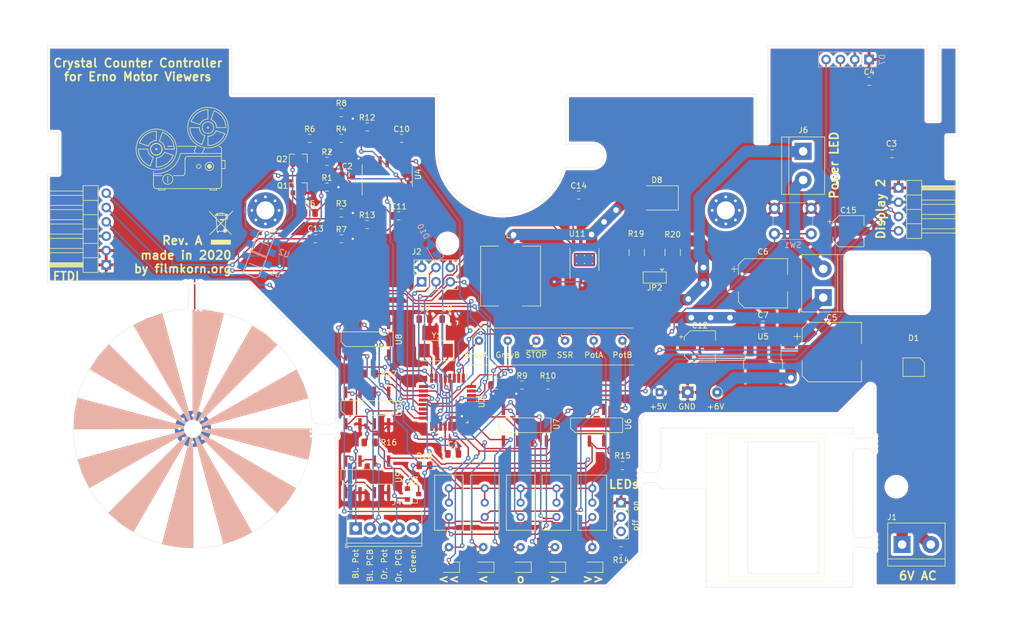
<source format=kicad_pcb>
(kicad_pcb (version 20171130) (host pcbnew "(5.1.5-0-10_14)")
  (layers (0 F.Cu signal) (31 B.Cu signal) (34 B.Paste user) (35 F.Paste user) (36 B.SilkS user) (37 F.SilkS user) (38 B.Mask user) (39 F.Mask user) (44 Edge.Cuts user))
  (net 0 "")
  (net 1 "Net-(C1-Pad1)")
  (net 2 +5V)
  (net 3 "Net-(C8-Pad2)")
  (net 4 "Net-(C9-Pad1)")
  (net 5 "Net-(C10-Pad1)")
  (net 6 "Net-(C11-Pad1)")
  (net 7 /<<)
  (net 8 /<)
  (net 9 /o)
  (net 10 />)
  (net 11 />>)
  (net 12 "Net-(D1-Pad4)")
  (net 13 "Net-(D1-Pad3)")
  (net 14 "Net-(J4-Pad1)")
  (net 15 "Net-(J4-Pad2)")
  (net 16 "Net-(JP1-Pad2)")
  (net 17 "Net-(Q1-Pad3)")
  (net 18 "Net-(Q1-Pad1)")
  (net 19 "Net-(Q2-Pad1)")
  (net 20 "Net-(Q2-Pad3)")
  (net 21 "Net-(Q3-Pad3)")
  (net 22 "Net-(Q3-Pad1)")
  (net 23 "Net-(R1-Pad2)")
  (net 24 "Net-(R2-Pad2)")
  (net 25 /SDA)
  (net 26 /SCL)
  (net 27 /~RST~)
  (net 28 "Net-(R12-Pad1)")
  (net 29 "Net-(R13-Pad1)")
  (net 30 "Net-(R15-Pad2)")
  (net 31 "Net-(R16-Pad2)")
  (net 32 /SSR)
  (net 33 "Net-(R17-Pad1)")
  (net 34 "Net-(RV1-Pad3)")
  (net 35 "Net-(RV1-Pad1)")
  (net 36 "Net-(RV2-Pad3)")
  (net 37 "Net-(RV3-Pad3)")
  (net 38 "Net-(RV4-Pad3)")
  (net 39 "Net-(RV5-Pad3)")
  (net 40 /INT1)
  (net 41 /ICP1)
  (net 42 /~STOP~)
  (net 43 /TX)
  (net 44 /RX)
  (net 45 "Net-(U3-Pad22)")
  (net 46 "Net-(U3-Pad19)")
  (net 47 /SCK)
  (net 48 /MISO)
  (net 49 /MOSI)
  (net 50 "Net-(U3-Pad14)")
  (net 51 GND)
  (net 52 "Net-(C13-Pad1)")
  (net 53 "Net-(J4-Pad3)")
  (net 54 "Net-(J4-Pad4)")
  (net 55 "Net-(J4-Pad5)")
  (net 56 /BTTN)
  (net 57 /LEDP)
  (net 58 +6V)
  (net 59 "Net-(JP2-Pad3)")
  (net 60 "Net-(JP2-Pad1)")
  (net 61 "Net-(U11-Pad3)")
  (net 62 "Net-(TP14-Pad1)")
  (net 63 /LED-Net1)
  (net 64 /LED-Net4)
  (net 65 /LED-Net3)
  (net 66 /LED-Net2)
  (net 67 "Net-(D10-Pad1)")
  (module MountingHole:MountingHole_3.2mm_M3 (layer F.Cu) (at 134.112 60.198)
    (fp_text reference REF** hide)
    (fp_text value MountingHole_3.2mm_M3)
    (pad 1 np_thru_hole circle (at 0 0) (size 3.2 3.2) (drill 3.2) (layers *.Cu *.Mask))
  )
  (module ErnoCCC:MouseBites4x1 (layer F.Cu) (at 207.704 95.641 270)
    (fp_text reference REF** hide)
    (fp_text value "Mouse Bites 4x1")
    (pad "" np_thru_hole circle (at 1.3335 -1.9553 270) (size 0.5 0.5) (drill 0.5) (layers *.Cu *.Mask))
    (pad "" np_thru_hole circle (at 0.4445 -1.9553 270) (size 0.5 0.5) (drill 0.5) (layers *.Cu *.Mask))
    (pad "" np_thru_hole circle (at -0.4445 -1.9553 270) (size 0.5 0.5) (drill 0.5) (layers *.Cu *.Mask))
    (pad "" np_thru_hole circle (at -1.3015 -1.9553 270) (size 0.5 0.5) (drill 0.5) (layers *.Cu *.Mask))
  )
  (module ErnoCCC:MouseBites4x1 (layer F.Cu) (at 207.796 95.759 90)
    (fp_text reference REF** hide)
    (fp_text value "Mouse Bites 4x1")
    (pad "" np_thru_hole circle (at -1.3015 -1.9553 90) (size 0.5 0.5) (drill 0.5) (layers *.Cu *.Mask))
    (pad "" np_thru_hole circle (at -0.4445 -1.9553 90) (size 0.5 0.5) (drill 0.5) (layers *.Cu *.Mask))
    (pad "" np_thru_hole circle (at 0.4445 -1.9553 90) (size 0.5 0.5) (drill 0.5) (layers *.Cu *.Mask))
    (pad "" np_thru_hole circle (at 1.3335 -1.9553 90) (size 0.5 0.5) (drill 0.5) (layers *.Cu *.Mask))
  )
  (module MountingHole:MountingHole_3.7mm (layer F.Cu) (at 174.9 97.3)
    (fp_text reference REF** hide)
    (fp_text value MountingHole_3.7mm)
    (pad 1 np_thru_hole circle (at 0 0) (size 3.7 3.7) (drill 3.7) (layers *.Cu *.Mask))
  )
  (module ErnoCCC:MouseBites4x1 (layer F.Cu) (at 169.904 101.641 270)
    (fp_text reference REF** hide)
    (fp_text value "Mouse Bites 4x1")
    (pad "" np_thru_hole circle (at 1.3335 -1.9553 270) (size 0.5 0.5) (drill 0.5) (layers *.Cu *.Mask))
    (pad "" np_thru_hole circle (at 0.4445 -1.9553 270) (size 0.5 0.5) (drill 0.5) (layers *.Cu *.Mask))
    (pad "" np_thru_hole circle (at -0.4445 -1.9553 270) (size 0.5 0.5) (drill 0.5) (layers *.Cu *.Mask))
    (pad "" np_thru_hole circle (at -1.3015 -1.9553 270) (size 0.5 0.5) (drill 0.5) (layers *.Cu *.Mask))
  )
  (module ErnoCCC:MouseBites4x1 (layer F.Cu) (at 170.296 101.759 90)
    (fp_text reference REF** hide)
    (fp_text value "Mouse Bites 4x1")
    (pad "" np_thru_hole circle (at -1.3015 -1.9553 90) (size 0.5 0.5) (drill 0.5) (layers *.Cu *.Mask))
    (pad "" np_thru_hole circle (at -0.4445 -1.9553 90) (size 0.5 0.5) (drill 0.5) (layers *.Cu *.Mask))
    (pad "" np_thru_hole circle (at 0.4445 -1.9553 90) (size 0.5 0.5) (drill 0.5) (layers *.Cu *.Mask))
    (pad "" np_thru_hole circle (at 1.3335 -1.9553 90) (size 0.5 0.5) (drill 0.5) (layers *.Cu *.Mask))
  )
  (module ErnoCCC:MouseBites4x1 (layer F.Cu) (at 207.796 113.259 90)
    (fp_text reference REF** hide)
    (fp_text value "Mouse Bites 4x1")
    (pad "" np_thru_hole circle (at 1.3335 -1.9553 90) (size 0.5 0.5) (drill 0.5) (layers *.Cu *.Mask))
    (pad "" np_thru_hole circle (at 0.4445 -1.9553 90) (size 0.5 0.5) (drill 0.5) (layers *.Cu *.Mask))
    (pad "" np_thru_hole circle (at -0.4445 -1.9553 90) (size 0.5 0.5) (drill 0.5) (layers *.Cu *.Mask))
    (pad "" np_thru_hole circle (at -1.3015 -1.9553 90) (size 0.5 0.5) (drill 0.5) (layers *.Cu *.Mask))
  )
  (module ErnoCCC:MouseBites4x1 (layer F.Cu) (at 207.704 113.141 270)
    (fp_text reference REF** hide)
    (fp_text value "Mouse Bites 4x1")
    (pad "" np_thru_hole circle (at -1.3015 -1.9553 270) (size 0.5 0.5) (drill 0.5) (layers *.Cu *.Mask))
    (pad "" np_thru_hole circle (at -0.4445 -1.9553 270) (size 0.5 0.5) (drill 0.5) (layers *.Cu *.Mask))
    (pad "" np_thru_hole circle (at 0.4445 -1.9553 270) (size 0.5 0.5) (drill 0.5) (layers *.Cu *.Mask))
    (pad "" np_thru_hole circle (at 1.3335 -1.9553 270) (size 0.5 0.5) (drill 0.5) (layers *.Cu *.Mask))
  )
  (module ErnoCCC:MouseBites4x1 (layer F.Cu) (at 89.136 70.1 180)
    (fp_text reference REF** hide)
    (fp_text value "Mouse Bites 4x1")
    (pad "" np_thru_hole circle (at 1.3335 -1.9553 180) (size 0.5 0.5) (drill 0.5) (layers *.Cu *.Mask))
    (pad "" np_thru_hole circle (at 0.4445 -1.9553 180) (size 0.5 0.5) (drill 0.5) (layers *.Cu *.Mask))
    (pad 1 thru_hole circle (at -0.4445 -1.9553 180) (size 0.5 0.5) (drill 0.4) (layers *.Cu *.Mask) (net 51 GND))
    (pad "" np_thru_hole circle (at -1.3015 -1.9553 180) (size 0.5 0.5) (drill 0.5) (layers *.Cu *.Mask))
  )
  (module MountingHole:MountingHole_3.2mm_M3_Pad_Via (layer F.Cu) (at 101.854 54.356)
    (fp_text reference REF** hide)
    (fp_text value MountingHole_3.2mm_M3_Pad_Via)
    (pad 1 thru_hole circle (at 0 0) (size 6.4 6.4) (drill 3.2) (layers *.Cu *.Mask))
    (pad 1 thru_hole circle (at 2.4 0) (size 0.8 0.8) (drill 0.5) (layers *.Cu *.Mask))
    (pad 1 thru_hole circle (at 1.697056 1.697056) (size 0.8 0.8) (drill 0.5) (layers *.Cu *.Mask))
    (pad 1 thru_hole circle (at 0 2.4) (size 0.8 0.8) (drill 0.5) (layers *.Cu *.Mask))
    (pad 1 thru_hole circle (at -1.697056 1.697056) (size 0.8 0.8) (drill 0.5) (layers *.Cu *.Mask))
    (pad 1 thru_hole circle (at -2.4 0) (size 0.8 0.8) (drill 0.5) (layers *.Cu *.Mask))
    (pad 1 thru_hole circle (at -1.697056 -1.697056) (size 0.8 0.8) (drill 0.5) (layers *.Cu *.Mask))
    (pad 1 thru_hole circle (at 0 -2.4) (size 0.8 0.8) (drill 0.5) (layers *.Cu *.Mask))
    (pad 1 thru_hole circle (at 1.697056 -1.697056) (size 0.8 0.8) (drill 0.5) (layers *.Cu *.Mask))
  )
  (module MountingHole:MountingHole_3.2mm_M3_Pad_Via (layer F.Cu) (at 183.388 54.356)
    (fp_text reference REF** hide)
    (fp_text value MountingHole_3.2mm_M3_Pad_Via)
    (pad 1 thru_hole circle (at 1.697056 -1.697056) (size 0.8 0.8) (drill 0.5) (layers *.Cu *.Mask))
    (pad 1 thru_hole circle (at 0 -2.4) (size 0.8 0.8) (drill 0.5) (layers *.Cu *.Mask))
    (pad 1 thru_hole circle (at -1.697056 -1.697056) (size 0.8 0.8) (drill 0.5) (layers *.Cu *.Mask))
    (pad 1 thru_hole circle (at -2.4 0) (size 0.8 0.8) (drill 0.5) (layers *.Cu *.Mask))
    (pad 1 thru_hole circle (at -1.697056 1.697056) (size 0.8 0.8) (drill 0.5) (layers *.Cu *.Mask))
    (pad 1 thru_hole circle (at 0 2.4) (size 0.8 0.8) (drill 0.5) (layers *.Cu *.Mask))
    (pad 1 thru_hole circle (at 1.697056 1.697056) (size 0.8 0.8) (drill 0.5) (layers *.Cu *.Mask))
    (pad 1 thru_hole circle (at 2.4 0) (size 0.8 0.8) (drill 0.5) (layers *.Cu *.Mask))
    (pad 1 thru_hole circle (at 0 0) (size 6.4 6.4) (drill 3.2) (layers *.Cu *.Mask))
  )
  (module MountingHole:MountingHole_3.2mm_M3 (layer F.Cu) (at 213.6 103.3)
    (fp_text reference REF** hide)
    (fp_text value MountingHole_3.2mm_M3)
    (pad 1 np_thru_hole circle (at 0 0) (size 3.2 3.2) (drill 3.2) (layers *.Cu *.Mask))
  )
  (module LED_SMD:LED_0805_2012Metric_Castellated (layer B.Cu) (at 131.699 61.341 120)
    (fp_text reference D10 (at 3.771708 0 -60) (layer B.SilkS) (effects (justify mirror)))
    (fp_text value Peephole)
    (pad 2 smd roundrect (at 0.9625 0 120) (size 1.325 1.3) (layers B.Cu B.Paste B.Mask) (roundrect_rratio 0.192308) (net 2 +5V))
    (pad 1 smd roundrect (at -0.9625 0 120) (size 1.325 1.3) (layers B.Cu B.Paste B.Mask) (roundrect_rratio 0.192308) (net 67 "Net-(D10-Pad1)"))
  )
  (module Capacitor_SMD:CP_Elec_5x5.8 (layer F.Cu) (at 205.105 58.039)
    (fp_text reference C15 (at 0 -3.7) (layer F.SilkS))
    (fp_text value 10u)
    (pad 2 smd roundrect (at 2.2 0) (size 3 1.6) (layers F.Cu F.Paste F.Mask) (roundrect_rratio 0.15625) (net 51 GND))
    (pad 1 smd roundrect (at -2.2 0) (size 3 1.6) (layers F.Cu F.Paste F.Mask) (roundrect_rratio 0.15625) (net 58 +6V))
  )
  (module Capacitor_SMD:CP_Elec_5x5.8 (layer F.Cu) (at 178.798 78.436)
    (fp_text reference C12 (at 0 -3.7) (layer F.SilkS))
    (fp_text value 10u)
    (pad 2 smd roundrect (at 2.2 0) (size 3 1.6) (layers F.Cu F.Paste F.Mask) (roundrect_rratio 0.15625) (net 51 GND))
    (pad 1 smd roundrect (at -2.2 0) (size 3 1.6) (layers F.Cu F.Paste F.Mask) (roundrect_rratio 0.15625) (net 2 +5V))
  )
  (module TerminalBlock:TerminalBlock_bornier-2_P5.08mm (layer F.Cu) (at 197.086 43.892 270)
    (fp_text reference J6 (at -3.76 -0.018 180) (layer F.SilkS))
    (fp_text value "LED OUT")
    (pad 2 thru_hole circle (at 5.08 0 270) (size 3 3) (drill 1.52) (layers *.Cu *.Mask) (net 65 /LED-Net3))
    (pad 1 thru_hole rect (at 0 0 270) (size 3 3) (drill 1.52) (layers *.Cu *.Mask) (net 66 /LED-Net2))
  )
  (module Symbol:WEEE-Logo_4.2x6mm_SilkScreen (layer F.Cu) (at 93.98 57.404)
    (fp_text reference REF** hide)
    (fp_text value WEEE-Logo_4.2x6mm_SilkScreen hide)
  )
  (module Connector_PinHeader_2.54mm:PinHeader_1x03_P2.54mm_Vertical (layer F.Cu) (at 164.828 106.122)
    (fp_text reference JP1 hide)
    (fp_text value "LED Jumper")
    (pad 3 thru_hole oval (at 0 5.08) (size 1.7 1.7) (drill 1) (layers *.Cu *.Mask))
    (pad 2 thru_hole oval (at 0 2.54) (size 1.7 1.7) (drill 1) (layers *.Cu *.Mask) (net 16 "Net-(JP1-Pad2)"))
    (pad 1 thru_hole rect (at 0 0) (size 1.7 1.7) (drill 1) (layers *.Cu *.Mask) (net 51 GND))
  )
  (module TerminalBlock:TerminalBlock_bornier-2_P5.08mm (layer F.Cu) (at 214.612 113.538)
    (fp_text reference J1 (at -1.778 -4.8514) (layer F.SilkS))
    (fp_text value 6VAC)
    (pad 2 thru_hole circle (at 5.08 0) (size 3 3) (drill 1.52) (layers *.Cu *.Mask) (net 12 "Net-(D1-Pad4)"))
    (pad 1 thru_hole rect (at 0 0) (size 3 3) (drill 1.52) (layers *.Cu *.Mask) (net 13 "Net-(D1-Pad3)"))
  )
  (module Package_QFP:TQFP-32_7x7mm_P0.8mm (layer F.Cu) (at 134.094 88.342 270)
    (fp_text reference U3 (at 0 -6.05 90) (layer F.SilkS))
    (fp_text value ATmega328P)
    (pad 1 smd rect (at -4.25 -2.8 270) (size 1.6 0.55) (layers F.Cu F.Paste F.Mask) (net 40 /INT1))
    (pad 2 smd rect (at -4.25 -2 270) (size 1.6 0.55) (layers F.Cu F.Paste F.Mask) (net 56 /BTTN))
    (pad 3 smd rect (at -4.25 -1.2 270) (size 1.6 0.55) (layers F.Cu F.Paste F.Mask) (net 51 GND))
    (pad 4 smd rect (at -4.25 -0.4 270) (size 1.6 0.55) (layers F.Cu F.Paste F.Mask) (net 2 +5V))
    (pad 5 smd rect (at -4.25 0.4 270) (size 1.6 0.55) (layers F.Cu F.Paste F.Mask) (net 51 GND))
    (pad 6 smd rect (at -4.25 1.2 270) (size 1.6 0.55) (layers F.Cu F.Paste F.Mask) (net 2 +5V))
    (pad 7 smd rect (at -4.25 2 270) (size 1.6 0.55) (layers F.Cu F.Paste F.Mask) (net 3 "Net-(C8-Pad2)"))
    (pad 8 smd rect (at -4.25 2.8 270) (size 1.6 0.55) (layers F.Cu F.Paste F.Mask) (net 4 "Net-(C9-Pad1)"))
    (pad 9 smd rect (at -2.8 4.25) (size 1.6 0.55) (layers F.Cu F.Paste F.Mask) (net 57 /LEDP))
    (pad 10 smd rect (at -2 4.25) (size 1.6 0.55) (layers F.Cu F.Paste F.Mask) (net 32 /SSR))
    (pad 11 smd rect (at -1.2 4.25) (size 1.6 0.55) (layers F.Cu F.Paste F.Mask) (net 11 />>))
    (pad 12 smd rect (at -0.4 4.25) (size 1.6 0.55) (layers F.Cu F.Paste F.Mask) (net 41 /ICP1))
    (pad 13 smd rect (at 0.4 4.25) (size 1.6 0.55) (layers F.Cu F.Paste F.Mask) (net 42 /~STOP~))
    (pad 14 smd rect (at 1.2 4.25) (size 1.6 0.55) (layers F.Cu F.Paste F.Mask) (net 50 "Net-(U3-Pad14)"))
    (pad 15 smd rect (at 2 4.25) (size 1.6 0.55) (layers F.Cu F.Paste F.Mask) (net 49 /MOSI))
    (pad 16 smd rect (at 2.8 4.25) (size 1.6 0.55) (layers F.Cu F.Paste F.Mask) (net 48 /MISO))
    (pad 17 smd rect (at 4.25 2.8 270) (size 1.6 0.55) (layers F.Cu F.Paste F.Mask) (net 47 /SCK))
    (pad 18 smd rect (at 4.25 2 270) (size 1.6 0.55) (layers F.Cu F.Paste F.Mask) (net 2 +5V))
    (pad 19 smd rect (at 4.25 1.2 270) (size 1.6 0.55) (layers F.Cu F.Paste F.Mask) (net 46 "Net-(U3-Pad19)"))
    (pad 20 smd rect (at 4.25 0.4 270) (size 1.6 0.55) (layers F.Cu F.Paste F.Mask) (net 1 "Net-(C1-Pad1)"))
    (pad 21 smd rect (at 4.25 -0.4 270) (size 1.6 0.55) (layers F.Cu F.Paste F.Mask) (net 51 GND))
    (pad 22 smd rect (at 4.25 -1.2 270) (size 1.6 0.55) (layers F.Cu F.Paste F.Mask) (net 45 "Net-(U3-Pad22)"))
    (pad 23 smd rect (at 4.25 -2 270) (size 1.6 0.55) (layers F.Cu F.Paste F.Mask) (net 7 /<<))
    (pad 24 smd rect (at 4.25 -2.8 270) (size 1.6 0.55) (layers F.Cu F.Paste F.Mask) (net 8 /<))
    (pad 25 smd rect (at 2.8 -4.25) (size 1.6 0.55) (layers F.Cu F.Paste F.Mask) (net 9 /o))
    (pad 26 smd rect (at 2 -4.25) (size 1.6 0.55) (layers F.Cu F.Paste F.Mask) (net 10 />))
    (pad 27 smd rect (at 1.2 -4.25) (size 1.6 0.55) (layers F.Cu F.Paste F.Mask) (net 25 /SDA))
    (pad 28 smd rect (at 0.4 -4.25) (size 1.6 0.55) (layers F.Cu F.Paste F.Mask) (net 26 /SCL))
    (pad 29 smd rect (at -0.4 -4.25) (size 1.6 0.55) (layers F.Cu F.Paste F.Mask) (net 27 /~RST~))
    (pad 30 smd rect (at -1.2 -4.25) (size 1.6 0.55) (layers F.Cu F.Paste F.Mask) (net 44 /RX))
    (pad 31 smd rect (at -2 -4.25) (size 1.6 0.55) (layers F.Cu F.Paste F.Mask) (net 43 /TX))
    (pad 32 smd rect (at -2.8 -4.25) (size 1.6 0.55) (layers F.Cu F.Paste F.Mask) (net 41 /ICP1))
  )
  (module MountingHole:MountingHole_3.2mm_M3_Pad_Via (layer F.Cu) (at 89.009 93.041)
    (fp_text reference REF** hide)
    (fp_text value MountingHole_3.2mm_M3_Pad_Via)
    (pad 1 thru_hole circle (at 1.697056 -1.697056) (size 0.8 0.8) (drill 0.5) (layers *.Cu *.Mask))
    (pad 1 thru_hole circle (at 0 -2.4) (size 0.8 0.8) (drill 0.5) (layers *.Cu *.Mask))
    (pad 1 thru_hole circle (at -1.697056 -1.697056) (size 0.8 0.8) (drill 0.5) (layers *.Cu *.Mask))
    (pad 1 thru_hole circle (at -2.4 0) (size 0.8 0.8) (drill 0.5) (layers *.Cu *.Mask))
    (pad 1 thru_hole circle (at -1.697056 1.697056) (size 0.8 0.8) (drill 0.5) (layers *.Cu *.Mask))
    (pad 1 thru_hole circle (at 0 2.4) (size 0.8 0.8) (drill 0.5) (layers *.Cu *.Mask))
    (pad 1 thru_hole circle (at 1.697056 1.697056) (size 0.8 0.8) (drill 0.5) (layers *.Cu *.Mask))
    (pad 1 thru_hole circle (at 2.4 0) (size 0.8 0.8) (drill 0.5) (layers *.Cu *.Mask))
    (pad 1 thru_hole circle (at 0 0) (size 6.4 6.4) (drill 3.2) (layers *.Cu *.Mask))
  )
  (module ErnoCCC:MouseBites4x1 (layer F.Cu) (at 112.504 93.041 270)
    (fp_text reference REF** hide)
    (fp_text value "Mouse Bites 4x1")
    (pad "" np_thru_hole circle (at 1.3335 -1.9553 270) (size 0.5 0.5) (drill 0.5) (layers *.Cu *.Mask))
    (pad "" np_thru_hole circle (at 0.4445 -1.9553 270) (size 0.5 0.5) (drill 0.5) (layers *.Cu *.Mask))
    (pad "" np_thru_hole circle (at -0.4445 -1.9553 270) (size 0.5 0.5) (drill 0.5) (layers *.Cu *.Mask))
    (pad "" np_thru_hole circle (at -1.3015 -1.9553 270) (size 0.5 0.5) (drill 0.5) (layers *.Cu *.Mask))
  )
  (module ErnoCCC:MouseBites4x1 (layer F.Cu) (at 111.869 93.041 90)
    (fp_text reference REF** hide)
    (fp_text value "Mouse Bites 4x1")
    (pad "" np_thru_hole circle (at 1.3335 -1.9553 90) (size 0.5 0.5) (drill 0.5) (layers *.Cu *.Mask))
    (pad "" np_thru_hole circle (at 0.4445 -1.9553 90) (size 0.5 0.5) (drill 0.5) (layers *.Cu *.Mask))
    (pad "" np_thru_hole circle (at -0.4445 -1.9553 90) (size 0.5 0.5) (drill 0.5) (layers *.Cu *.Mask))
    (pad "" np_thru_hole circle (at -1.3015 -1.9553 90) (size 0.5 0.5) (drill 0.5) (layers *.Cu *.Mask))
  )
  (module ErnoCCC:MouseBites4x1 (layer F.Cu) (at 89.05 69.2)
    (fp_text reference REF** hide)
    (fp_text value "Mouse Bites 4x1")
    (pad "" np_thru_hole circle (at 1.3335 -1.9553) (size 0.5 0.5) (drill 0.5) (layers *.Cu *.Mask))
    (pad "" np_thru_hole circle (at 0.4445 -1.9553) (size 0.5 0.5) (drill 0.5) (layers *.Cu *.Mask))
    (pad "" np_thru_hole circle (at -0.4445 -1.9553) (size 0.5 0.5) (drill 0.5) (layers *.Cu *.Mask))
    (pad "" np_thru_hole circle (at -1.3015 -1.9553) (size 0.5 0.5) (drill 0.5) (layers *.Cu *.Mask))
  )
  (module Package_TO_SOT_SMD:TO-252-2 (layer F.Cu) (at 189.992 83.312 270)
    (fp_text reference U5 (at -6.604 0 180) (layer F.SilkS))
    (fp_text value LD29150DT50R)
    (pad 1 smd rect (at -4.2 -2.28 270) (size 2.2 1.2) (layers F.Cu F.Paste F.Mask) (net 58 +6V))
    (pad 3 smd rect (at -4.2 2.28 270) (size 2.2 1.2) (layers F.Cu F.Paste F.Mask) (net 2 +5V))
    (pad 2 smd rect (at 2.1 0 270) (size 6.4 5.8) (layers F.Cu F.Mask) (net 51 GND))
  )
  (module Connector_PinHeader_2.54mm:PinHeader_1x04_P2.54mm_Horizontal (layer F.Cu) (at 213.977 50.369)
    (fp_text reference D9 hide)
    (fp_text value "OLED 128x64")
    (pad 4 thru_hole oval (at 0 7.62) (size 1.7 1.7) (drill 1) (layers *.Cu *.Mask) (net 26 /SCL))
    (pad 3 thru_hole oval (at 0 5.08) (size 1.7 1.7) (drill 1) (layers *.Cu *.Mask) (net 25 /SDA))
    (pad 2 thru_hole oval (at 0 2.54) (size 1.7 1.7) (drill 1) (layers *.Cu *.Mask) (net 2 +5V))
    (pad 1 thru_hole rect (at 0 0) (size 1.7 1.7) (drill 1) (layers *.Cu *.Mask) (net 51 GND))
  )
  (module TestPoint:TestPoint_THTPad_D1.5mm_Drill0.7mm (layer F.Cu) (at 165.082 77.42)
    (fp_text reference TP14 hide)
    (fp_text value PotB)
    (pad 1 thru_hole circle (at 0 0) (size 1.5 1.5) (drill 0.7) (layers *.Cu *.Mask) (net 62 "Net-(TP14-Pad1)"))
  )
  (module Capacitor_SMD:CP_Elec_8x10.5 (layer F.Cu) (at 189.974 67.26)
    (fp_text reference C6 (at 0 -5.588) (layer F.SilkS))
    (fp_text value 100u)
    (pad 2 smd roundrect (at 3.7 0) (size 4.4 2.5) (layers F.Cu F.Paste F.Mask) (roundrect_rratio 0.1) (net 51 GND))
    (pad 1 smd roundrect (at -3.7 0) (size 4.4 2.5) (layers F.Cu F.Paste F.Mask) (roundrect_rratio 0.1) (net 58 +6V))
  )
  (module Capacitor_SMD:CP_Elec_10x10 (layer F.Cu) (at 202.166 79.452)
    (fp_text reference C5 (at 0 -6.096) (layer F.SilkS))
    (fp_text value 470u)
    (pad 2 smd roundrect (at 4 0) (size 4 2.5) (layers F.Cu F.Paste F.Mask) (roundrect_rratio 0.1) (net 51 GND))
    (pad 1 smd roundrect (at -4 0) (size 4 2.5) (layers F.Cu F.Paste F.Mask) (roundrect_rratio 0.1) (net 58 +6V))
  )
  (module Diode_SMD:D_SMB (layer F.Cu) (at 171.432 52.147 180)
    (fp_text reference D8 (at 0.254 3.175 180) (layer F.SilkS))
    (fp_text value B2100)
    (pad 2 smd rect (at 2.15 0 180) (size 2.5 2.3) (layers F.Cu F.Paste F.Mask) (net 63 /LED-Net1))
    (pad 1 smd rect (at -2.15 0 180) (size 2.5 2.3) (layers F.Cu F.Paste F.Mask) (net 58 +6V))
  )
  (module ErnoCCC:HDS-4 (layer F.Cu) (at 216.662 81.28 180)
    (fp_text reference D1 (at 0 4.318 180) (layer F.SilkS))
    (fp_text value HDS20M)
    (pad 2 smd rect (at 1.27 2.049999 180) (size 1 1.5) (layers F.Cu F.Paste F.Mask) (net 51 GND))
    (pad 3 smd rect (at 1.27 -3.573999 180) (size 1 1.5) (layers F.Cu F.Paste F.Mask) (net 13 "Net-(D1-Pad3)"))
    (pad 1 smd rect (at -1.27 2.049999 180) (size 1 1.5) (layers F.Cu F.Paste F.Mask) (net 58 +6V))
    (pad 4 smd rect (at -1.27 -3.573999 180) (size 1 1.5) (layers F.Cu F.Paste F.Mask) (net 12 "Net-(D1-Pad4)"))
  )
  (module ErnoCCC:QRE1113GR (layer B.Cu) (at 101.455 60.148 338)
    (fp_text reference U2 (at 4.116288 0.308473 338) (layer B.SilkS) (effects (justify mirror)))
    (fp_text value QRE1113)
    (pad 4 smd rect (at -2 1 338) (size 1.5 1.2) (layers B.Cu B.Paste B.Mask) (net 51 GND))
    (pad 3 smd rect (at 2 1 338) (size 1.5 1.2) (layers B.Cu B.Paste B.Mask) (net 19 "Net-(Q2-Pad1)"))
    (pad 2 smd rect (at 2 -1 338) (size 1.5 1.2) (layers B.Cu B.Paste B.Mask) (net 51 GND))
    (pad 1 smd rect (at -2 -1 338) (size 1.5 1.2) (layers B.Cu B.Paste B.Mask) (net 24 "Net-(R2-Pad2)"))
  )
  (module ErnoCCC:QRE1113GR (layer B.Cu) (at 99.931 64.085 158)
    (fp_text reference U1 (at -3.973563 0.044784 338) (layer B.SilkS) (effects (justify mirror)))
    (fp_text value QRE1113)
    (pad 4 smd rect (at -2 1 158) (size 1.5 1.2) (layers B.Cu B.Paste B.Mask) (net 51 GND))
    (pad 3 smd rect (at 2 1 158) (size 1.5 1.2) (layers B.Cu B.Paste B.Mask) (net 18 "Net-(Q1-Pad1)"))
    (pad 2 smd rect (at 2 -1 158) (size 1.5 1.2) (layers B.Cu B.Paste B.Mask) (net 51 GND))
    (pad 1 smd rect (at -2 -1 158) (size 1.5 1.2) (layers B.Cu B.Paste B.Mask) (net 23 "Net-(R1-Pad2)"))
  )
  (module Package_SO:SOIC-8-1EP_3.9x4.9mm_P1.27mm_EP2.41x3.81mm_ThermalVias (layer F.Cu) (at 158.351 63.069 90)
    (fp_text reference U11 (at 4.572 -1.27) (layer F.SilkS))
    (fp_text value AL8862SP-13)
    (pad 9 smd roundrect (at 0 0 90) (size 2.41 3.81) (layers F.Cu F.Mask) (roundrect_rratio 0.103734))
    (pad 9 thru_hole circle (at -0.7 -1.4 90) (size 0.5 0.5) (drill 0.2) (layers *.Cu))
    (pad 9 thru_hole circle (at 0.7 -1.4 90) (size 0.5 0.5) (drill 0.2) (layers *.Cu))
    (pad 9 thru_hole circle (at -0.7 0 90) (size 0.5 0.5) (drill 0.2) (layers *.Cu))
    (pad 9 thru_hole circle (at 0.7 0 90) (size 0.5 0.5) (drill 0.2) (layers *.Cu))
    (pad 9 thru_hole circle (at -0.7 1.4 90) (size 0.5 0.5) (drill 0.2) (layers *.Cu))
    (pad 9 thru_hole circle (at 0.7 1.4 90) (size 0.5 0.5) (drill 0.2) (layers *.Cu))
    (pad 9 smd roundrect (at 0 0 90) (size 1.9 3.3) (layers B.Cu) (roundrect_rratio 0.131579))
    (pad 1 smd roundrect (at -2.475 -1.905 90) (size 1.95 0.6) (layers F.Cu F.Paste F.Mask) (net 66 /LED-Net2))
    (pad 2 smd roundrect (at -2.475 -0.635 90) (size 1.95 0.6) (layers F.Cu F.Paste F.Mask) (net 51 GND))
    (pad 3 smd roundrect (at -2.475 0.635 90) (size 1.95 0.6) (layers F.Cu F.Paste F.Mask) (net 61 "Net-(U11-Pad3)"))
    (pad 4 smd roundrect (at -2.475 1.905 90) (size 1.95 0.6) (layers F.Cu F.Paste F.Mask) (net 58 +6V))
    (pad 5 smd roundrect (at 2.475 1.905 90) (size 1.95 0.6) (layers F.Cu F.Paste F.Mask) (net 63 /LED-Net1))
    (pad 6 smd roundrect (at 2.475 0.635 90) (size 1.95 0.6) (layers F.Cu F.Paste F.Mask) (net 63 /LED-Net1))
    (pad 7 smd roundrect (at 2.475 -0.635 90) (size 1.95 0.6) (layers F.Cu F.Paste F.Mask) (net 51 GND))
    (pad 8 smd roundrect (at 2.475 -1.905 90) (size 1.95 0.6) (layers F.Cu F.Paste F.Mask) (net 57 /LEDP))
  )
  (module Resistor_SMD:R_1210_3225Metric (layer F.Cu) (at 173.972 61.799 90)
    (fp_text reference R20 (at 3.175 0 180) (layer F.SilkS))
    (fp_text value 0R1)
    (pad 2 smd roundrect (at 1.4 0 90) (size 1.25 2.65) (layers F.Cu F.Paste F.Mask) (roundrect_rratio 0.2) (net 58 +6V))
    (pad 1 smd roundrect (at -1.4 0 90) (size 1.25 2.65) (layers F.Cu F.Paste F.Mask) (roundrect_rratio 0.2) (net 60 "Net-(JP2-Pad1)"))
  )
  (module Resistor_SMD:R_1210_3225Metric (layer F.Cu) (at 167.622 61.799 90)
    (fp_text reference R19 (at 3.302 -0.127 180) (layer F.SilkS))
    (fp_text value 0R15)
    (pad 2 smd roundrect (at 1.4 0 90) (size 1.25 2.65) (layers F.Cu F.Paste F.Mask) (roundrect_rratio 0.2) (net 58 +6V))
    (pad 1 smd roundrect (at -1.4 0 90) (size 1.25 2.65) (layers F.Cu F.Paste F.Mask) (roundrect_rratio 0.2) (net 59 "Net-(JP2-Pad3)"))
  )
  (module Inductor_SMD:L_10.4x10.4_H4.8 (layer F.Cu) (at 145.27 65.99 270)
    (fp_text reference L1 (at -7.239 0 180) (layer F.SilkS))
    (fp_text value 68µH)
    (pad 2 smd rect (at 4.15 0 270) (size 2.7 3.6) (layers F.Cu F.Paste F.Mask) (net 64 /LED-Net4))
    (pad 1 smd rect (at -4.15 0 270) (size 2.7 3.6) (layers F.Cu F.Paste F.Mask) (net 63 /LED-Net1))
  )
  (module Jumper:SolderJumper-3_P1.3mm_Bridged12_Pad1.0x1.5mm (layer F.Cu) (at 170.797 66.244 180)
    (fp_text reference JP2 (at 0 -1.8) (layer F.SilkS))
    (fp_text value "R1 Select")
    (fp_poly (pts (xy -0.9 -0.3) (xy -0.4 -0.3) (xy -0.4 0.3) (xy -0.9 0.3)) (layer F.Cu) (width 0))
    (pad 2 smd rect (at 0 0 180) (size 1 1.5) (layers F.Cu F.Mask) (net 66 /LED-Net2))
    (pad 3 smd rect (at 1.3 0 180) (size 1 1.5) (layers F.Cu F.Mask) (net 59 "Net-(JP2-Pad3)"))
    (pad 1 smd rect (at -1.3 0 180) (size 1 1.5) (layers F.Cu F.Mask) (net 60 "Net-(JP2-Pad1)"))
  )
  (module TerminalBlock:TerminalBlock_bornier-2_P5.08mm (layer F.Cu) (at 200.642 69.8 90)
    (fp_text reference J5 hide)
    (fp_text value SWITCH)
    (pad 2 thru_hole circle (at 5.08 0 90) (size 3 3) (drill 1.52) (layers *.Cu *.Mask) (net 65 /LED-Net3))
    (pad 1 thru_hole rect (at 0 0 90) (size 3 3) (drill 1.52) (layers *.Cu *.Mask) (net 64 /LED-Net4))
  )
  (module Capacitor_SMD:C_0805_2012Metric (layer F.Cu) (at 157.335 51.639)
    (fp_text reference C14 (at 0 -1.65) (layer F.SilkS))
    (fp_text value 47n)
    (pad 2 smd roundrect (at 0.9375 0) (size 0.975 1.4) (layers F.Cu F.Paste F.Mask) (net 51 GND))
    (pad 1 smd roundrect (at -0.9375 0) (size 0.975 1.4) (layers F.Cu F.Paste F.Mask) (net 57 /LEDP))
  )
  (module ErnoCCC:SOIC-8 (layer F.Cu) (at 160.51 92.406)
    (fp_text reference U6 (at 5.606 -0.204 90) (layer F.SilkS))
    (fp_text value CPC2017N)
    (pad 8 smd rect (at -3.81 -2.8) (size 0.6 2) (layers F.Cu F.Paste F.Mask) (net 34 "Net-(RV1-Pad3)"))
    (pad 1 smd rect (at -3.81 2.8) (size 0.6 2) (layers F.Cu F.Paste F.Mask) (net 7 /<<))
    (pad 7 smd rect (at -1.27 -2.8) (size 0.6 2) (layers F.Cu F.Paste F.Mask) (net 62 "Net-(TP14-Pad1)"))
    (pad 2 smd rect (at -1.27 2.8) (size 0.6 2) (layers F.Cu F.Paste F.Mask) (net 30 "Net-(R15-Pad2)"))
    (pad 6 smd rect (at 1.27 -2.8) (size 0.6 2) (layers F.Cu F.Paste F.Mask) (net 36 "Net-(RV2-Pad3)"))
    (pad 3 smd rect (at 1.27 2.8) (size 0.6 2) (layers F.Cu F.Paste F.Mask) (net 8 /<))
    (pad 5 smd rect (at 3.81 -2.8) (size 0.6 2) (layers F.Cu F.Paste F.Mask) (net 62 "Net-(TP14-Pad1)"))
    (pad 4 smd rect (at 3.81 2.8) (size 0.6 2) (layers F.Cu F.Paste F.Mask) (net 30 "Net-(R15-Pad2)"))
  )
  (module ErnoCCC:SOIC-8 (layer F.Cu) (at 147.81 92.406)
    (fp_text reference U7 (at 5.606 -0.204 90) (layer F.SilkS))
    (fp_text value CPC2017N)
    (pad 8 smd rect (at -3.81 -2.8) (size 0.6 2) (layers F.Cu F.Paste F.Mask) (net 37 "Net-(RV3-Pad3)"))
    (pad 1 smd rect (at -3.81 2.8) (size 0.6 2) (layers F.Cu F.Paste F.Mask) (net 9 /o))
    (pad 7 smd rect (at -1.27 -2.8) (size 0.6 2) (layers F.Cu F.Paste F.Mask) (net 62 "Net-(TP14-Pad1)"))
    (pad 2 smd rect (at -1.27 2.8) (size 0.6 2) (layers F.Cu F.Paste F.Mask) (net 30 "Net-(R15-Pad2)"))
    (pad 6 smd rect (at 1.27 -2.8) (size 0.6 2) (layers F.Cu F.Paste F.Mask) (net 38 "Net-(RV4-Pad3)"))
    (pad 3 smd rect (at 1.27 2.8) (size 0.6 2) (layers F.Cu F.Paste F.Mask) (net 10 />))
    (pad 5 smd rect (at 3.81 -2.8) (size 0.6 2) (layers F.Cu F.Paste F.Mask) (net 62 "Net-(TP14-Pad1)"))
    (pad 4 smd rect (at 3.81 2.8) (size 0.6 2) (layers F.Cu F.Paste F.Mask) (net 30 "Net-(R15-Pad2)"))
  )
  (module ErnoCCC:SOIC-8 (layer F.Cu) (at 119.87 77.166)
    (fp_text reference U8 (at 5.606 0.05 90) (layer F.SilkS))
    (fp_text value CPC2017N)
    (pad 4 smd rect (at 3.81 2.8) (size 0.6 2) (layers F.Cu F.Paste F.Mask) (net 31 "Net-(R16-Pad2)"))
    (pad 5 smd rect (at 3.81 -2.8) (size 0.6 2) (layers F.Cu F.Paste F.Mask) (net 51 GND))
    (pad 3 smd rect (at 1.27 2.8) (size 0.6 2) (layers F.Cu F.Paste F.Mask) (net 2 +5V))
    (pad 6 smd rect (at 1.27 -2.8) (size 0.6 2) (layers F.Cu F.Paste F.Mask) (net 42 /~STOP~))
    (pad 2 smd rect (at -1.27 2.8) (size 0.6 2) (layers F.Cu F.Paste F.Mask) (net 30 "Net-(R15-Pad2)"))
    (pad 7 smd rect (at -1.27 -2.8) (size 0.6 2) (layers F.Cu F.Paste F.Mask) (net 62 "Net-(TP14-Pad1)"))
    (pad 1 smd rect (at -3.81 2.8) (size 0.6 2) (layers F.Cu F.Paste F.Mask) (net 11 />>))
    (pad 8 smd rect (at -3.81 -2.8) (size 0.6 2) (layers F.Cu F.Paste F.Mask) (net 39 "Net-(RV5-Pad3)"))
  )
  (module ErnoCCC:SOIC-8 (layer F.Cu) (at 119.87 101.55)
    (fp_text reference U9 (at 5.606 0.05 90) (layer F.SilkS))
    (fp_text value CPC2317N)
    (pad 8 smd rect (at -3.81 -2.8) (size 0.6 2) (layers F.Cu F.Paste F.Mask) (net 14 "Net-(J4-Pad1)"))
    (pad 1 smd rect (at -3.81 2.8) (size 0.6 2) (layers F.Cu F.Paste F.Mask) (net 33 "Net-(R17-Pad1)"))
    (pad 7 smd rect (at -1.27 -2.8) (size 0.6 2) (layers F.Cu F.Paste F.Mask) (net 15 "Net-(J4-Pad2)"))
    (pad 2 smd rect (at -1.27 2.8) (size 0.6 2) (layers F.Cu F.Paste F.Mask) (net 51 GND))
    (pad 6 smd rect (at 1.27 -2.8) (size 0.6 2) (layers F.Cu F.Paste F.Mask) (net 15 "Net-(J4-Pad2)"))
    (pad 3 smd rect (at 1.27 2.8) (size 0.6 2) (layers F.Cu F.Paste F.Mask) (net 33 "Net-(R17-Pad1)"))
    (pad 5 smd rect (at 3.81 -2.8) (size 0.6 2) (layers F.Cu F.Paste F.Mask) (net 35 "Net-(RV1-Pad1)"))
    (pad 4 smd rect (at 3.81 2.8) (size 0.6 2) (layers F.Cu F.Paste F.Mask) (net 51 GND))
  )
  (module ErnoCCC:SOIC-8 (layer F.Cu) (at 119.87 89.358)
    (fp_text reference U10 (at 5.606 0.05 90) (layer F.SilkS))
    (fp_text value CPC2317N)
    (pad 4 smd rect (at 3.81 2.8) (size 0.6 2) (layers F.Cu F.Paste F.Mask) (net 51 GND))
    (pad 5 smd rect (at 3.81 -2.8) (size 0.6 2) (layers F.Cu F.Paste F.Mask) (net 62 "Net-(TP14-Pad1)"))
    (pad 3 smd rect (at 1.27 2.8) (size 0.6 2) (layers F.Cu F.Paste F.Mask) (net 33 "Net-(R17-Pad1)"))
    (pad 6 smd rect (at 1.27 -2.8) (size 0.6 2) (layers F.Cu F.Paste F.Mask) (net 54 "Net-(J4-Pad4)"))
    (pad 2 smd rect (at -1.27 2.8) (size 0.6 2) (layers F.Cu F.Paste F.Mask) (net 51 GND))
    (pad 7 smd rect (at -1.27 -2.8) (size 0.6 2) (layers F.Cu F.Paste F.Mask) (net 54 "Net-(J4-Pad4)"))
    (pad 1 smd rect (at -3.81 2.8) (size 0.6 2) (layers F.Cu F.Paste F.Mask) (net 33 "Net-(R17-Pad1)"))
    (pad 8 smd rect (at -3.81 -2.8) (size 0.6 2) (layers F.Cu F.Paste F.Mask) (net 53 "Net-(J4-Pad3)"))
  )
  (module Capacitor_SMD:C_0805_2012Metric (layer F.Cu) (at 135.11 97.486)
    (fp_text reference C1 (at 0 -1.65) (layer F.SilkS))
    (fp_text value 100n)
    (pad 2 smd roundrect (at 0.9375 0) (size 0.975 1.4) (layers F.Cu F.Paste F.Mask) (net 51 GND))
    (pad 1 smd roundrect (at -0.9375 0) (size 0.975 1.4) (layers F.Cu F.Paste F.Mask) (net 1 "Net-(C1-Pad1)"))
  )
  (module Capacitor_SMD:C_0805_2012Metric (layer F.Cu) (at 116.314 48.21 180)
    (fp_text reference C2 (at 0 1.651) (layer F.SilkS))
    (fp_text value 100n)
    (pad 2 smd roundrect (at 0.9375 0 180) (size 0.975 1.4) (layers F.Cu F.Paste F.Mask) (net 51 GND))
    (pad 1 smd roundrect (at -0.9375 0 180) (size 0.975 1.4) (layers F.Cu F.Paste F.Mask) (net 2 +5V))
  )
  (module Capacitor_SMD:C_0805_2012Metric (layer F.Cu) (at 212.852 44.323)
    (fp_text reference C3 (at -0.127 -1.778) (layer F.SilkS))
    (fp_text value 100n)
    (pad 1 smd roundrect (at -0.9375 0) (size 0.975 1.4) (layers F.Cu F.Paste F.Mask) (net 2 +5V))
    (pad 2 smd roundrect (at 0.9375 0) (size 0.975 1.4) (layers F.Cu F.Paste F.Mask) (net 51 GND))
  )
  (module Capacitor_SMD:C_0805_2012Metric (layer F.Cu) (at 208.788 31.496)
    (fp_text reference C4 (at 0 -1.65) (layer F.SilkS))
    (fp_text value 100n)
    (pad 1 smd roundrect (at -0.9375 0) (size 0.975 1.4) (layers F.Cu F.Paste F.Mask) (net 2 +5V))
    (pad 2 smd roundrect (at 0.9375 0) (size 0.975 1.4) (layers F.Cu F.Paste F.Mask) (net 51 GND))
  )
  (module Capacitor_SMD:C_0805_2012Metric (layer F.Cu) (at 189.992 74.676 180)
    (fp_text reference C7 (at 0 1.778) (layer F.SilkS))
    (fp_text value 330n)
    (pad 2 smd roundrect (at 0.9375 0 180) (size 0.975 1.4) (layers F.Cu F.Paste F.Mask) (net 51 GND))
    (pad 1 smd roundrect (at -0.9375 0 180) (size 0.975 1.4) (layers F.Cu F.Paste F.Mask) (net 58 +6V))
  )
  (module Capacitor_SMD:C_0805_2012Metric (layer F.Cu) (at 134.094 73.61 180)
    (fp_text reference C8 (at 0.127 1.905) (layer F.SilkS))
    (fp_text value 22p)
    (pad 2 smd roundrect (at 0.9375 0 180) (size 0.975 1.4) (layers F.Cu F.Paste F.Mask) (net 3 "Net-(C8-Pad2)"))
    (pad 1 smd roundrect (at -0.9375 0 180) (size 0.975 1.4) (layers F.Cu F.Paste F.Mask) (net 51 GND))
  )
  (module Capacitor_SMD:C_0805_2012Metric (layer F.Cu) (at 130.03 73.61)
    (fp_text reference C9 (at 0 -1.905) (layer F.SilkS))
    (fp_text value 22p)
    (pad 1 smd roundrect (at -0.9375 0) (size 0.975 1.4) (layers F.Cu F.Paste F.Mask) (net 4 "Net-(C9-Pad1)"))
    (pad 2 smd roundrect (at 0.9375 0) (size 0.975 1.4) (layers F.Cu F.Paste F.Mask) (net 51 GND))
  )
  (module Capacitor_SMD:C_0805_2012Metric (layer F.Cu) (at 125.966 41.606)
    (fp_text reference C10 (at 0 -1.65) (layer F.SilkS))
    (fp_text value 100n)
    (pad 1 smd roundrect (at -0.9375 0) (size 0.975 1.4) (layers F.Cu F.Paste F.Mask) (net 5 "Net-(C10-Pad1)"))
    (pad 2 smd roundrect (at 0.9375 0) (size 0.975 1.4) (layers F.Cu F.Paste F.Mask) (net 51 GND))
  )
  (module Capacitor_SMD:C_0805_2012Metric (layer F.Cu) (at 125.458 55.322)
    (fp_text reference C11 (at 0 -1.65) (layer F.SilkS))
    (fp_text value 100n)
    (pad 1 smd roundrect (at -0.9375 0) (size 0.975 1.4) (layers F.Cu F.Paste F.Mask) (net 6 "Net-(C11-Pad1)"))
    (pad 2 smd roundrect (at 0.9375 0) (size 0.975 1.4) (layers F.Cu F.Paste F.Mask) (net 51 GND))
  )
  (module LED_SMD:LED_0805_2012Metric_Castellated (layer F.Cu) (at 134.348 117.552 180)
    (fp_text reference D2 hide)
    (fp_text value <<)
    (pad 1 smd roundrect (at -0.9625 0 180) (size 1.325 1.3) (layers F.Cu F.Paste F.Mask) (roundrect_rratio 0.192308) (net 67 "Net-(D10-Pad1)"))
    (pad 2 smd roundrect (at 0.9625 0 180) (size 1.325 1.3) (layers F.Cu F.Paste F.Mask) (roundrect_rratio 0.192308) (net 7 /<<))
  )
  (module LED_SMD:LED_0805_2012Metric_Castellated (layer F.Cu) (at 140.444 117.552 180)
    (fp_text reference D3 hide)
    (fp_text value <)
    (pad 2 smd roundrect (at 0.9625 0 180) (size 1.325 1.3) (layers F.Cu F.Paste F.Mask) (roundrect_rratio 0.192308) (net 8 /<))
    (pad 1 smd roundrect (at -0.9625 0 180) (size 1.325 1.3) (layers F.Cu F.Paste F.Mask) (roundrect_rratio 0.192308) (net 67 "Net-(D10-Pad1)"))
  )
  (module LED_SMD:LED_0805_2012Metric_Castellated (layer F.Cu) (at 147.048 117.552 180)
    (fp_text reference D4 hide)
    (fp_text value o)
    (pad 1 smd roundrect (at -0.9625 0 180) (size 1.325 1.3) (layers F.Cu F.Paste F.Mask) (roundrect_rratio 0.192308) (net 67 "Net-(D10-Pad1)"))
    (pad 2 smd roundrect (at 0.9625 0 180) (size 1.325 1.3) (layers F.Cu F.Paste F.Mask) (roundrect_rratio 0.192308) (net 9 /o))
  )
  (module LED_SMD:LED_0805_2012Metric_Castellated (layer F.Cu) (at 153.144 117.552 180)
    (fp_text reference D5 hide)
    (fp_text value >)
    (pad 2 smd roundrect (at 0.9625 0 180) (size 1.325 1.3) (layers F.Cu F.Paste F.Mask) (roundrect_rratio 0.192308) (net 10 />))
    (pad 1 smd roundrect (at -0.9625 0 180) (size 1.325 1.3) (layers F.Cu F.Paste F.Mask) (roundrect_rratio 0.192308) (net 67 "Net-(D10-Pad1)"))
  )
  (module LED_SMD:LED_0805_2012Metric_Castellated (layer F.Cu) (at 159.748 117.552 180)
    (fp_text reference D6 hide)
    (fp_text value >>)
    (pad 1 smd roundrect (at -0.9625 0 180) (size 1.325 1.3) (layers F.Cu F.Paste F.Mask) (roundrect_rratio 0.192308) (net 67 "Net-(D10-Pad1)"))
    (pad 2 smd roundrect (at 0.9625 0 180) (size 1.325 1.3) (layers F.Cu F.Paste F.Mask) (roundrect_rratio 0.192308) (net 11 />>))
  )
  (module Resistor_SMD:R_0805_2012Metric (layer F.Cu) (at 112.758 50.242 180)
    (fp_text reference R1 (at 0 1.651) (layer F.SilkS))
    (fp_text value 220)
    (pad 2 smd roundrect (at 0.9375 0 180) (size 0.975 1.4) (layers F.Cu F.Paste F.Mask) (net 23 "Net-(R1-Pad2)"))
    (pad 1 smd roundrect (at -0.9375 0 180) (size 0.975 1.4) (layers F.Cu F.Paste F.Mask) (net 2 +5V))
  )
  (module Resistor_SMD:R_0805_2012Metric (layer F.Cu) (at 112.758 45.67 180)
    (fp_text reference R2 (at 0 1.651) (layer F.SilkS))
    (fp_text value 220)
    (pad 2 smd roundrect (at 0.9375 0 180) (size 0.975 1.4) (layers F.Cu F.Paste F.Mask) (net 24 "Net-(R2-Pad2)"))
    (pad 1 smd roundrect (at -0.9375 0 180) (size 0.975 1.4) (layers F.Cu F.Paste F.Mask) (net 2 +5V))
  )
  (module Resistor_SMD:R_0805_2012Metric (layer F.Cu) (at 115.298 54.814 180)
    (fp_text reference R3 (at 0 1.651) (layer F.SilkS))
    (fp_text value 47k)
    (pad 1 smd roundrect (at -0.9375 0 180) (size 0.975 1.4) (layers F.Cu F.Paste F.Mask) (net 2 +5V))
    (pad 2 smd roundrect (at 0.9375 0 180) (size 0.975 1.4) (layers F.Cu F.Paste F.Mask) (net 18 "Net-(Q1-Pad1)"))
  )
  (module Resistor_SMD:R_0805_2012Metric (layer F.Cu) (at 115.298 41.606)
    (fp_text reference R4 (at 0 -1.65) (layer F.SilkS))
    (fp_text value 47k)
    (pad 1 smd roundrect (at -0.9375 0) (size 0.975 1.4) (layers F.Cu F.Paste F.Mask) (net 2 +5V))
    (pad 2 smd roundrect (at 0.9375 0) (size 0.975 1.4) (layers F.Cu F.Paste F.Mask) (net 19 "Net-(Q2-Pad1)"))
  )
  (module Resistor_SMD:R_0805_2012Metric (layer F.Cu) (at 109.71 54.814)
    (fp_text reference R5 (at 0 -1.65) (layer F.SilkS))
    (fp_text value 470k)
    (pad 1 smd roundrect (at -0.9375 0) (size 0.975 1.4) (layers F.Cu F.Paste F.Mask) (net 18 "Net-(Q1-Pad1)"))
    (pad 2 smd roundrect (at 0.9375 0) (size 0.975 1.4) (layers F.Cu F.Paste F.Mask) (net 17 "Net-(Q1-Pad3)"))
  )
  (module Resistor_SMD:R_0805_2012Metric (layer F.Cu) (at 109.71 41.606)
    (fp_text reference R6 (at 0 -1.65) (layer F.SilkS))
    (fp_text value 470k)
    (pad 2 smd roundrect (at 0.9375 0) (size 0.975 1.4) (layers F.Cu F.Paste F.Mask) (net 20 "Net-(Q2-Pad3)"))
    (pad 1 smd roundrect (at -0.9375 0) (size 0.975 1.4) (layers F.Cu F.Paste F.Mask) (net 19 "Net-(Q2-Pad1)"))
  )
  (module Resistor_SMD:R_0805_2012Metric (layer F.Cu) (at 115.298 59.386)
    (fp_text reference R7 (at 0 -1.65) (layer F.SilkS))
    (fp_text value 3k3)
    (pad 1 smd roundrect (at -0.9375 0) (size 0.975 1.4) (layers F.Cu F.Paste F.Mask) (net 17 "Net-(Q1-Pad3)"))
    (pad 2 smd roundrect (at 0.9375 0) (size 0.975 1.4) (layers F.Cu F.Paste F.Mask) (net 2 +5V))
  )
  (module Resistor_SMD:R_0805_2012Metric (layer F.Cu) (at 115.298 37.034)
    (fp_text reference R8 (at 0 -1.65) (layer F.SilkS))
    (fp_text value 3k3)
    (pad 2 smd roundrect (at 0.9375 0) (size 0.975 1.4) (layers F.Cu F.Paste F.Mask) (net 2 +5V))
    (pad 1 smd roundrect (at -0.9375 0) (size 0.975 1.4) (layers F.Cu F.Paste F.Mask) (net 20 "Net-(Q2-Pad3)"))
  )
  (module Resistor_SMD:R_0805_2012Metric (layer F.Cu) (at 147.302 85.294)
    (fp_text reference R9 (at 0 -1.65) (layer F.SilkS))
    (fp_text value 10k)
    (pad 2 smd roundrect (at 0.9375 0) (size 0.975 1.4) (layers F.Cu F.Paste F.Mask) (net 25 /SDA))
    (pad 1 smd roundrect (at -0.9375 0) (size 0.975 1.4) (layers F.Cu F.Paste F.Mask) (net 2 +5V))
  )
  (module Resistor_SMD:R_0805_2012Metric (layer F.Cu) (at 151.874 85.294)
    (fp_text reference R10 (at 0 -1.65) (layer F.SilkS))
    (fp_text value 10k)
    (pad 1 smd roundrect (at -0.9375 0) (size 0.975 1.4) (layers F.Cu F.Paste F.Mask) (net 2 +5V))
    (pad 2 smd roundrect (at 0.9375 0) (size 0.975 1.4) (layers F.Cu F.Paste F.Mask) (net 26 /SCL))
  )
  (module Resistor_SMD:R_0805_2012Metric (layer F.Cu) (at 142.73 85.294)
    (fp_text reference R11 (at 0 -1.65) (layer F.SilkS))
    (fp_text value 10k)
    (pad 2 smd roundrect (at 0.9375 0) (size 0.975 1.4) (layers F.Cu F.Paste F.Mask) (net 27 /~RST~))
    (pad 1 smd roundrect (at -0.9375 0) (size 0.975 1.4) (layers F.Cu F.Paste F.Mask) (net 2 +5V))
  )
  (module Resistor_SMD:R_0805_2012Metric (layer F.Cu) (at 119.87 39.574)
    (fp_text reference R12 (at 0 -1.65) (layer F.SilkS))
    (fp_text value 3k3)
    (pad 1 smd roundrect (at -0.9375 0) (size 0.975 1.4) (layers F.Cu F.Paste F.Mask) (net 28 "Net-(R12-Pad1)"))
    (pad 2 smd roundrect (at 0.9375 0) (size 0.975 1.4) (layers F.Cu F.Paste F.Mask) (net 5 "Net-(C10-Pad1)"))
  )
  (module Resistor_SMD:R_0805_2012Metric (layer F.Cu) (at 119.87 56.846)
    (fp_text reference R13 (at 0 -1.65) (layer F.SilkS))
    (fp_text value 3k3)
    (pad 2 smd roundrect (at 0.9375 0) (size 0.975 1.4) (layers F.Cu F.Paste F.Mask) (net 6 "Net-(C11-Pad1)"))
    (pad 1 smd roundrect (at -0.9375 0) (size 0.975 1.4) (layers F.Cu F.Paste F.Mask) (net 29 "Net-(R13-Pad1)"))
  )
  (module Resistor_SMD:R_0805_2012Metric (layer F.Cu) (at 164.828 114.631 180)
    (fp_text reference R14 (at 0 -1.65) (layer F.SilkS))
    (fp_text value 560R)
    (pad 1 smd roundrect (at -0.9375 0 180) (size 0.975 1.4) (layers F.Cu F.Paste F.Mask) (net 67 "Net-(D10-Pad1)"))
    (pad 2 smd roundrect (at 0.9375 0 180) (size 0.975 1.4) (layers F.Cu F.Paste F.Mask) (net 16 "Net-(JP1-Pad2)"))
  )
  (module Resistor_SMD:R_0805_2012Metric (layer F.Cu) (at 165.1 99.568 180)
    (fp_text reference R15 (at 0 1.778) (layer F.SilkS))
    (fp_text value 1k5)
    (pad 2 smd roundrect (at 0.9375 0 180) (size 0.975 1.4) (layers F.Cu F.Paste F.Mask) (net 30 "Net-(R15-Pad2)"))
    (pad 1 smd roundrect (at -0.9375 0 180) (size 0.975 1.4) (layers F.Cu F.Paste F.Mask) (net 51 GND))
  )
  (module Resistor_SMD:R_0805_2012Metric (layer F.Cu) (at 120.2995 95.454 180)
    (fp_text reference R16 (at -3.3985 0) (layer F.SilkS))
    (fp_text value 1k5)
    (pad 2 smd roundrect (at 0.9375 0 180) (size 0.975 1.4) (layers F.Cu F.Paste F.Mask) (net 31 "Net-(R16-Pad2)"))
    (pad 1 smd roundrect (at -0.9375 0 180) (size 0.975 1.4) (layers F.Cu F.Paste F.Mask) (net 21 "Net-(Q3-Pad3)"))
  )
  (module Resistor_SMD:R_0805_2012Metric (layer F.Cu) (at 120.378 83.262)
    (fp_text reference R17 (at 3.32 0.05) (layer F.SilkS))
    (fp_text value 330)
    (pad 1 smd roundrect (at -0.9375 0) (size 0.975 1.4) (layers F.Cu F.Paste F.Mask) (net 33 "Net-(R17-Pad1)"))
    (pad 2 smd roundrect (at 0.9375 0) (size 0.975 1.4) (layers F.Cu F.Paste F.Mask) (net 32 /SSR))
  )
  (module Resistor_SMD:R_0805_2012Metric (layer F.Cu) (at 130.03 99.518)
    (fp_text reference R18 (at 0 -1.65) (layer F.SilkS))
    (fp_text value 10k)
    (pad 1 smd roundrect (at -0.9375 0) (size 0.975 1.4) (layers F.Cu F.Paste F.Mask) (net 22 "Net-(Q3-Pad1)"))
    (pad 2 smd roundrect (at 0.9375 0) (size 0.975 1.4) (layers F.Cu F.Paste F.Mask) (net 55 "Net-(J4-Pad5)"))
  )
  (module Potentiometer_THT:Potentiometer_Bourns_3296W_Vertical (layer F.Cu) (at 134.348 103.582 90)
    (fp_text reference RV1 hide)
    (fp_text value 4k7)
    (pad 1 thru_hole circle (at 0 0 90) (size 1.44 1.44) (drill 0.8) (layers *.Cu *.Mask) (net 35 "Net-(RV1-Pad1)"))
    (pad 2 thru_hole circle (at -2.54 0 90) (size 1.44 1.44) (drill 0.8) (layers *.Cu *.Mask) (net 35 "Net-(RV1-Pad1)"))
    (pad 3 thru_hole circle (at -5.08 0 90) (size 1.44 1.44) (drill 0.8) (layers *.Cu *.Mask) (net 34 "Net-(RV1-Pad3)"))
  )
  (module Potentiometer_THT:Potentiometer_Bourns_3296W_Vertical (layer F.Cu) (at 140.698 103.582 90)
    (fp_text reference RV2 hide)
    (fp_text value 4k7)
    (pad 3 thru_hole circle (at -5.08 0 90) (size 1.44 1.44) (drill 0.8) (layers *.Cu *.Mask) (net 36 "Net-(RV2-Pad3)"))
    (pad 2 thru_hole circle (at -2.54 0 90) (size 1.44 1.44) (drill 0.8) (layers *.Cu *.Mask) (net 35 "Net-(RV1-Pad1)"))
    (pad 1 thru_hole circle (at 0 0 90) (size 1.44 1.44) (drill 0.8) (layers *.Cu *.Mask) (net 35 "Net-(RV1-Pad1)"))
  )
  (module Potentiometer_THT:Potentiometer_Bourns_3296W_Vertical (layer F.Cu) (at 147.048 103.582 90)
    (fp_text reference RV3 hide)
    (fp_text value 4k7)
    (pad 1 thru_hole circle (at 0 0 90) (size 1.44 1.44) (drill 0.8) (layers *.Cu *.Mask) (net 35 "Net-(RV1-Pad1)"))
    (pad 2 thru_hole circle (at -2.54 0 90) (size 1.44 1.44) (drill 0.8) (layers *.Cu *.Mask) (net 35 "Net-(RV1-Pad1)"))
    (pad 3 thru_hole circle (at -5.08 0 90) (size 1.44 1.44) (drill 0.8) (layers *.Cu *.Mask) (net 37 "Net-(RV3-Pad3)"))
  )
  (module Potentiometer_THT:Potentiometer_Bourns_3296W_Vertical (layer F.Cu) (at 153.398 103.582 90)
    (fp_text reference RV4 hide)
    (fp_text value 4k7)
    (pad 3 thru_hole circle (at -5.08 0 90) (size 1.44 1.44) (drill 0.8) (layers *.Cu *.Mask) (net 38 "Net-(RV4-Pad3)"))
    (pad 2 thru_hole circle (at -2.54 0 90) (size 1.44 1.44) (drill 0.8) (layers *.Cu *.Mask) (net 35 "Net-(RV1-Pad1)"))
    (pad 1 thru_hole circle (at 0 0 90) (size 1.44 1.44) (drill 0.8) (layers *.Cu *.Mask) (net 35 "Net-(RV1-Pad1)"))
  )
  (module Potentiometer_THT:Potentiometer_Bourns_3296W_Vertical (layer F.Cu) (at 159.748 103.582 90)
    (fp_text reference RV5 hide)
    (fp_text value 4k7)
    (pad 1 thru_hole circle (at 0 0 90) (size 1.44 1.44) (drill 0.8) (layers *.Cu *.Mask) (net 35 "Net-(RV1-Pad1)"))
    (pad 2 thru_hole circle (at -2.54 0 90) (size 1.44 1.44) (drill 0.8) (layers *.Cu *.Mask) (net 35 "Net-(RV1-Pad1)"))
    (pad 3 thru_hole circle (at -5.08 0 90) (size 1.44 1.44) (drill 0.8) (layers *.Cu *.Mask) (net 39 "Net-(RV5-Pad3)"))
  )
  (module TestPoint:TestPoint_THTPad_D1.5mm_Drill0.7mm (layer F.Cu) (at 181.846 86.564)
    (fp_text reference TP1 hide)
    (fp_text value +6VDC)
    (pad 1 thru_hole circle (at 0 0) (size 1.5 1.5) (drill 0.7) (layers *.Cu *.Mask) (net 58 +6V))
  )
  (module TestPoint:TestPoint_THTPad_2.0x2.0mm_Drill1.0mm (layer F.Cu) (at 176.639 86.564)
    (fp_text reference TP2 hide)
    (fp_text value GND)
    (pad 1 thru_hole rect (at 0 0) (size 2 2) (drill 1) (layers *.Cu *.Mask) (net 51 GND))
  )
  (module TestPoint:TestPoint_THTPad_D1.5mm_Drill0.7mm (layer F.Cu) (at 171.686 86.564)
    (fp_text reference TP3 hide)
    (fp_text value +5VDC)
    (pad 1 thru_hole circle (at 0 0) (size 1.5 1.5) (drill 0.7) (layers *.Cu *.Mask) (net 2 +5V))
  )
  (module TestPoint:TestPoint_THTPad_D1.5mm_Drill0.7mm (layer F.Cu) (at 139.682 77.42)
    (fp_text reference TP4 hide)
    (fp_text value GRAY-B)
    (pad 1 thru_hole circle (at 0 0) (size 1.5 1.5) (drill 0.7) (layers *.Cu *.Mask) (net 40 /INT1))
  )
  (module TestPoint:TestPoint_THTPad_D1.5mm_Drill0.7mm (layer F.Cu) (at 144.762 77.42)
    (fp_text reference TP5 hide)
    (fp_text value GRAY-A)
    (pad 1 thru_hole circle (at 0 0) (size 1.5 1.5) (drill 0.7) (layers *.Cu *.Mask) (net 41 /ICP1))
  )
  (module TestPoint:TestPoint_THTPad_D1.5mm_Drill0.7mm (layer F.Cu) (at 154.922 77.42)
    (fp_text reference TP6 hide)
    (fp_text value SSR)
    (pad 1 thru_hole circle (at 0 0) (size 1.5 1.5) (drill 0.7) (layers *.Cu *.Mask) (net 32 /SSR))
  )
  (module TestPoint:TestPoint_THTPad_D1.5mm_Drill0.7mm (layer F.Cu) (at 134.348 113.996)
    (fp_text reference TP7 hide)
    (fp_text value <<)
    (pad 1 thru_hole circle (at 0 0) (size 1.5 1.5) (drill 0.7) (layers *.Cu *.Mask) (net 7 /<<))
  )
  (module TestPoint:TestPoint_THTPad_D1.5mm_Drill0.7mm (layer F.Cu) (at 140.444 113.996)
    (fp_text reference TP8 hide)
    (fp_text value <)
    (pad 1 thru_hole circle (at 0 0) (size 1.5 1.5) (drill 0.7) (layers *.Cu *.Mask) (net 8 /<))
  )
  (module TestPoint:TestPoint_THTPad_D1.5mm_Drill0.7mm (layer F.Cu) (at 147.048 113.996)
    (fp_text reference TP9 hide)
    (fp_text value o)
    (pad 1 thru_hole circle (at 0 0) (size 1.5 1.5) (drill 0.7) (layers *.Cu *.Mask) (net 9 /o))
  )
  (module TestPoint:TestPoint_THTPad_D1.5mm_Drill0.7mm (layer F.Cu) (at 153.144 113.996)
    (fp_text reference TP10 hide)
    (fp_text value >)
    (pad 1 thru_hole circle (at 0 0) (size 1.5 1.5) (drill 0.7) (layers *.Cu *.Mask) (net 10 />))
  )
  (module TestPoint:TestPoint_THTPad_D1.5mm_Drill0.7mm (layer F.Cu) (at 159.748 113.996)
    (fp_text reference TP11 hide)
    (fp_text value >>)
    (pad 1 thru_hole circle (at 0 0) (size 1.5 1.5) (drill 0.7) (layers *.Cu *.Mask) (net 11 />>))
  )
  (module TestPoint:TestPoint_THTPad_D1.5mm_Drill0.7mm (layer F.Cu) (at 149.842 77.42)
    (fp_text reference TP12 hide)
    (fp_text value ~STOP~)
    (pad 1 thru_hole circle (at 0 0) (size 1.5 1.5) (drill 0.7) (layers *.Cu *.Mask) (net 42 /~STOP~))
  )
  (module TestPoint:TestPoint_THTPad_D1.5mm_Drill0.7mm (layer F.Cu) (at 160.002 77.42)
    (fp_text reference TP13 hide)
    (fp_text value PotA)
    (pad 1 thru_hole circle (at 0 0) (size 1.5 1.5) (drill 0.7) (layers *.Cu *.Mask) (net 35 "Net-(RV1-Pad1)"))
  )
  (module Package_SO:SOIC-14_3.9x8.7mm_P1.27mm (layer F.Cu) (at 123.426 48.21 90)
    (fp_text reference U4 (at 0.254 5.461 90) (layer F.SilkS))
    (fp_text value 74HC14)
    (pad 14 smd roundrect (at 2.475 -3.81 90) (size 1.95 0.6) (layers F.Cu F.Paste F.Mask) (net 2 +5V))
    (pad 13 smd roundrect (at 2.475 -2.54 90) (size 1.95 0.6) (layers F.Cu F.Paste F.Mask))
    (pad 12 smd roundrect (at 2.475 -1.27 90) (size 1.95 0.6) (layers F.Cu F.Paste F.Mask))
    (pad 11 smd roundrect (at 2.475 0 90) (size 1.95 0.6) (layers F.Cu F.Paste F.Mask))
    (pad 10 smd roundrect (at 2.475 1.27 90) (size 1.95 0.6) (layers F.Cu F.Paste F.Mask))
    (pad 9 smd roundrect (at 2.475 2.54 90) (size 1.95 0.6) (layers F.Cu F.Paste F.Mask) (net 5 "Net-(C10-Pad1)"))
    (pad 8 smd roundrect (at 2.475 3.81 90) (size 1.95 0.6) (layers F.Cu F.Paste F.Mask) (net 40 /INT1))
    (pad 7 smd roundrect (at -2.475 3.81 90) (size 1.95 0.6) (layers F.Cu F.Paste F.Mask) (net 51 GND))
    (pad 6 smd roundrect (at -2.475 2.54 90) (size 1.95 0.6) (layers F.Cu F.Paste F.Mask) (net 28 "Net-(R12-Pad1)"))
    (pad 5 smd roundrect (at -2.475 1.27 90) (size 1.95 0.6) (layers F.Cu F.Paste F.Mask) (net 17 "Net-(Q1-Pad3)"))
    (pad 4 smd roundrect (at -2.475 0 90) (size 1.95 0.6) (layers F.Cu F.Paste F.Mask) (net 41 /ICP1))
    (pad 3 smd roundrect (at -2.475 -1.27 90) (size 1.95 0.6) (layers F.Cu F.Paste F.Mask) (net 6 "Net-(C11-Pad1)"))
    (pad 2 smd roundrect (at -2.475 -2.54 90) (size 1.95 0.6) (layers F.Cu F.Paste F.Mask) (net 29 "Net-(R13-Pad1)"))
    (pad 1 smd roundrect (at -2.475 -3.81 90) (size 1.95 0.6) (layers F.Cu F.Paste F.Mask) (net 20 "Net-(Q2-Pad3)"))
  )
  (module Capacitor_SMD:C_0805_2012Metric (layer F.Cu) (at 110.726 59.386)
    (fp_text reference C13 (at 0 -1.778) (layer F.SilkS))
    (fp_text value 100n)
    (pad 1 smd roundrect (at -0.9375 0) (size 0.975 1.4) (layers F.Cu F.Paste F.Mask) (net 52 "Net-(C13-Pad1)"))
    (pad 2 smd roundrect (at 0.9375 0) (size 0.975 1.4) (layers F.Cu F.Paste F.Mask) (net 27 /~RST~))
  )
  (module Connector_PinHeader_2.54mm:PinHeader_1x04_P2.54mm_Vertical (layer B.Cu) (at 208.77 27.636 90)
    (fp_text reference D7 (at 0 2.33 270) (layer B.SilkS) (effects (justify mirror)))
    (fp_text value "OLED 128x64")
    (pad 1 thru_hole rect (at 0 0 90) (size 1.7 1.7) (drill 1) (layers *.Cu *.Mask) (net 51 GND))
    (pad 2 thru_hole oval (at 0 -2.54 90) (size 1.7 1.7) (drill 1) (layers *.Cu *.Mask) (net 2 +5V))
    (pad 3 thru_hole oval (at 0 -5.08 90) (size 1.7 1.7) (drill 1) (layers *.Cu *.Mask) (net 25 /SDA))
    (pad 4 thru_hole oval (at 0 -7.62 90) (size 1.7 1.7) (drill 1) (layers *.Cu *.Mask) (net 26 /SCL))
  )
  (module Connector_PinHeader_2.54mm:PinHeader_2x03_P2.54mm_Vertical (layer F.Cu) (at 129.522 67.006 90)
    (fp_text reference J2 (at 5.334 -0.889 180) (layer F.SilkS))
    (fp_text value ICSP)
    (pad 1 thru_hole rect (at 0 0 90) (size 1.7 1.7) (drill 1) (layers *.Cu *.Mask) (net 48 /MISO))
    (pad 2 thru_hole oval (at 2.54 0 90) (size 1.7 1.7) (drill 1) (layers *.Cu *.Mask) (net 2 +5V))
    (pad 3 thru_hole oval (at 0 2.54 90) (size 1.7 1.7) (drill 1) (layers *.Cu *.Mask) (net 47 /SCK))
    (pad 4 thru_hole oval (at 2.54 2.54 90) (size 1.7 1.7) (drill 1) (layers *.Cu *.Mask) (net 49 /MOSI))
    (pad 5 thru_hole oval (at 0 5.08 90) (size 1.7 1.7) (drill 1) (layers *.Cu *.Mask) (net 27 /~RST~))
    (pad 6 thru_hole oval (at 2.54 5.08 90) (size 1.7 1.7) (drill 1) (layers *.Cu *.Mask) (net 51 GND))
  )
  (module Connector_PinHeader_2.54mm:PinHeader_1x06_P2.54mm_Horizontal (layer F.Cu) (at 73.66 64.008 180)
    (fp_text reference J3 hide)
    (fp_text value FTDI)
    (pad 1 thru_hole rect (at 0 0 180) (size 1.7 1.7) (drill 1) (layers *.Cu *.Mask) (net 51 GND))
    (pad 2 thru_hole oval (at 0 2.54 180) (size 1.7 1.7) (drill 1) (layers *.Cu *.Mask) (net 51 GND))
    (pad 3 thru_hole oval (at 0 5.08 180) (size 1.7 1.7) (drill 1) (layers *.Cu *.Mask) (net 2 +5V))
    (pad 4 thru_hole oval (at 0 7.62 180) (size 1.7 1.7) (drill 1) (layers *.Cu *.Mask) (net 44 /RX))
    (pad 5 thru_hole oval (at 0 10.16 180) (size 1.7 1.7) (drill 1) (layers *.Cu *.Mask) (net 43 /TX))
    (pad 6 thru_hole oval (at 0 12.7 180) (size 1.7 1.7) (drill 1) (layers *.Cu *.Mask) (net 52 "Net-(C13-Pad1)"))
  )
  (module TerminalBlock_Phoenix:TerminalBlock_Phoenix_MPT-0,5-5-2.54_1x05_P2.54mm_Horizontal (layer F.Cu) (at 117.838 110.694)
    (fp_text reference J4 (at 7.257 -4.649) (layer F.SilkS))
    (fp_text value "Erno Controller")
    (pad 1 thru_hole rect (at 0 0) (size 2.2 2.2) (drill 1.1) (layers *.Cu *.Mask) (net 14 "Net-(J4-Pad1)"))
    (pad 2 thru_hole circle (at 2.54 0) (size 2.2 2.2) (drill 1.1) (layers *.Cu *.Mask) (net 15 "Net-(J4-Pad2)"))
    (pad 3 thru_hole circle (at 5.08 0) (size 2.2 2.2) (drill 1.1) (layers *.Cu *.Mask) (net 53 "Net-(J4-Pad3)"))
    (pad 4 thru_hole circle (at 7.62 0) (size 2.2 2.2) (drill 1.1) (layers *.Cu *.Mask) (net 54 "Net-(J4-Pad4)"))
    (pad 5 thru_hole circle (at 10.16 0) (size 2.2 2.2) (drill 1.1) (layers *.Cu *.Mask) (net 55 "Net-(J4-Pad5)"))
  )
  (module Package_TO_SOT_SMD:SOT-23 (layer F.Cu) (at 107.678 50.242 90)
    (fp_text reference Q1 (at 0.254 -2.794 180) (layer F.SilkS))
    (fp_text value BC847)
    (pad 1 smd rect (at -1 -0.95 90) (size 0.9 0.8) (layers F.Cu F.Paste F.Mask) (net 18 "Net-(Q1-Pad1)"))
    (pad 2 smd rect (at -1 0.95 90) (size 0.9 0.8) (layers F.Cu F.Paste F.Mask) (net 51 GND))
    (pad 3 smd rect (at 1 0 90) (size 0.9 0.8) (layers F.Cu F.Paste F.Mask) (net 17 "Net-(Q1-Pad3)"))
  )
  (module Package_TO_SOT_SMD:SOT-23 (layer F.Cu) (at 107.678 45.162 90)
    (fp_text reference Q2 (at -0.127 -2.921 180) (layer F.SilkS))
    (fp_text value BC847)
    (pad 3 smd rect (at 1 0 90) (size 0.9 0.8) (layers F.Cu F.Paste F.Mask) (net 20 "Net-(Q2-Pad3)"))
    (pad 2 smd rect (at -1 0.95 90) (size 0.9 0.8) (layers F.Cu F.Paste F.Mask) (net 51 GND))
    (pad 1 smd rect (at -1 -0.95 90) (size 0.9 0.8) (layers F.Cu F.Paste F.Mask) (net 19 "Net-(Q2-Pad1)"))
  )
  (module Package_TO_SOT_SMD:SOT-23 (layer F.Cu) (at 127.998 104.598)
    (fp_text reference Q3 (at 0 -2.5) (layer F.SilkS))
    (fp_text value BC847)
    (pad 1 smd rect (at -1 -0.95) (size 0.9 0.8) (layers F.Cu F.Paste F.Mask) (net 22 "Net-(Q3-Pad1)"))
    (pad 2 smd rect (at -1 0.95) (size 0.9 0.8) (layers F.Cu F.Paste F.Mask) (net 54 "Net-(J4-Pad4)"))
    (pad 3 smd rect (at 1 0) (size 0.9 0.8) (layers F.Cu F.Paste F.Mask) (net 21 "Net-(Q3-Pad3)"))
  )
  (module Button_Switch_THT:SW_PUSH_6mm_H7.3mm (layer B.Cu) (at 192.006 58.497)
    (fp_text reference SW1 (at 3.25 2) (layer B.SilkS) (effects (justify mirror)))
    (fp_text value SW_Push)
    (pad 2 thru_hole circle (at 0 -4.5 270) (size 2 2) (drill 1.1) (layers *.Cu *.Mask) (net 51 GND))
    (pad 1 thru_hole circle (at 0 0 270) (size 2 2) (drill 1.1) (layers *.Cu *.Mask) (net 56 /BTTN))
    (pad 2 thru_hole circle (at 6.5 -4.5 270) (size 2 2) (drill 1.1) (layers *.Cu *.Mask) (net 51 GND))
    (pad 1 thru_hole circle (at 6.5 0 270) (size 2 2) (drill 1.1) (layers *.Cu *.Mask) (net 56 /BTTN))
  )
  (module Crystal:Crystal_SMD_Abracon_ABM3-2Pin_5.0x3.2mm (layer F.Cu) (at 132.062 79.198 180)
    (fp_text reference Y1 (at -0.127 2.667) (layer F.SilkS))
    (fp_text value 16MHz)
    (pad 1 smd rect (at -2.05 0 180) (size 1.9 2.4) (layers F.Cu F.Paste F.Mask) (net 3 "Net-(C8-Pad2)"))
    (pad 2 smd rect (at 2.05 0 180) (size 1.9 2.4) (layers F.Cu F.Paste F.Mask) (net 4 "Net-(C9-Pad1)"))
  )
  (gr_arc (start 169.3 91.5) (end 169.3 90.6) (angle -90) (layer Edge.Cuts) (width 0.05))
  (gr_arc (start 209.001361 85.811601) (end 209.6 85.8) (angle -119.3902406) (layer Edge.Cuts) (width 0.05))
  (gr_line (start 205.9 92.9) (end 205.9 93.8) (layer Edge.Cuts) (width 0.05))
  (gr_arc (start 208.584 97.6) (end 209.6 97.6) (angle -90) (layer Edge.Cuts) (width 0.05))
  (gr_arc (start 208.584 93.786) (end 208.6 94.8) (angle -89.0959996) (layer Edge.Cuts) (width 0.05))
  (gr_arc (start 206.916 93.8) (end 205.9 93.8) (angle -90) (layer Edge.Cuts) (width 0.05))
  (gr_line (start 206.9 96.6) (end 208.584 96.584) (layer Edge.Cuts) (width 0.05))
  (gr_line (start 208.6 94.8) (end 206.916 94.816) (layer Edge.Cuts) (width 0.05))
  (gr_arc (start 206.916 97.614) (end 206.9 96.6) (angle -89.0959996) (layer Edge.Cuts) (width 0.05))
  (gr_line (start 168.401874 103.614) (end 168.4 115.1) (layer Edge.Cuts) (width 0.05))
  (gr_arc (start 170.784 103.6) (end 171.8 103.6) (angle -90) (layer Edge.Cuts) (width 0.05))
  (gr_arc (start 170.784 99.786) (end 170.8 100.8) (angle -89.0959996) (layer Edge.Cuts) (width 0.05))
  (gr_arc (start 169.416 99.8) (end 168.4 99.8) (angle -90) (layer Edge.Cuts) (width 0.05))
  (gr_line (start 169.4 102.6) (end 170.784 102.584) (layer Edge.Cuts) (width 0.05))
  (gr_line (start 170.8 100.8) (end 169.416 100.816) (layer Edge.Cuts) (width 0.05))
  (gr_arc (start 169.416 103.614) (end 169.4 102.6) (angle -89.0959996) (layer Edge.Cuts) (width 0.05))
  (gr_line (start 205.901874 115.114) (end 205.9 121.1) (layer Edge.Cuts) (width 0.05))
  (gr_line (start 209.6 115.1) (end 209.6 121.1) (layer Edge.Cuts) (width 0.05))
  (gr_line (start 208.6 112.3) (end 206.916 112.316) (layer Edge.Cuts) (width 0.05))
  (gr_line (start 206.9 114.1) (end 208.584 114.084) (layer Edge.Cuts) (width 0.05))
  (gr_arc (start 206.916 111.3) (end 205.9 111.3) (angle -90) (layer Edge.Cuts) (width 0.05))
  (gr_arc (start 206.916 115.114) (end 206.9 114.1) (angle -89.0959996) (layer Edge.Cuts) (width 0.05))
  (gr_arc (start 208.584 111.286) (end 208.6 112.3) (angle -89.0959996) (layer Edge.Cuts) (width 0.05))
  (gr_arc (start 208.584 115.1) (end 209.6 115.1) (angle -90) (layer Edge.Cuts) (width 0.05))
  (gr_line (start 171.8 92.9) (end 171.798126 99.786) (layer Edge.Cuts) (width 0.05))
  (gr_line (start 179.9 103.6) (end 171.8 103.6) (layer Edge.Cuts) (width 0.05))
  (gr_line (start 179.9 121.1) (end 179.9 103.6) (layer Edge.Cuts) (width 0.05))
  (gr_line (start 205.901874 97.614) (end 205.9 111.3) (layer Edge.Cuts) (width 0.05))
  (gr_line (start 205.9 92.9) (end 171.8 92.9) (layer Edge.Cuts) (width 0.05))
  (gr_line (start 205.9 121.1) (end 179.9 121.1) (layer Edge.Cuts) (width 0.05))
  (gr_line (start 179.9 94) (end 179.9 120) (layer F.SilkS) (width 0.05))
  (gr_line (start 205.9 94) (end 179.9 94) (layer F.SilkS) (width 0.05))
  (gr_line (start 205.9 120) (end 179.9 120) (layer F.SilkS) (width 0.05))
  (gr_line (start 183.9 119.3) (end 183.9 94.6) (layer F.SilkS) (width 0.05))
  (gr_line (start 200.9 94.6) (end 200.9 119.3) (layer F.SilkS) (width 0.05))
  (gr_line (start 200.9 119.3) (end 183.9 119.3) (layer F.SilkS) (width 0.05))
  (gr_line (start 200.9 94.6) (end 183.9 94.6) (layer F.SilkS) (width 0.05))
  (gr_line (start 199.9 95.3) (end 187.3 95.3) (layer Edge.Cuts) (width 0.05))
  (gr_line (start 187.3 95.3) (end 187.3 118.6) (layer Edge.Cuts) (width 0.05))
  (gr_line (start 199.9 118.6) (end 187.3 118.6) (layer Edge.Cuts) (width 0.05))
  (gr_line (start 199.9 95.3) (end 199.9 118.6) (layer Edge.Cuts) (width 0.05))
  (gr_line (start 209.6 97.6) (end 209.598126 111.286) (layer Edge.Cuts) (width 0.05))
  (gr_line (start 209.598126 93.786) (end 209.6 85.8) (layer Edge.Cuts) (width 0.05))
  (gr_line (start 224.6 69.4) (end 224.6 121.1) (layer Edge.Cuts) (width 0.05))
  (gr_line (start 209.6 121.1) (end 224.6 121.1) (layer Edge.Cuts) (width 0.05))
  (gr_arc (start 218.313 62.865) (end 219.202 62.865) (angle -90) (layer Edge.Cuts) (width 0.05))
  (gr_arc (start 205.613 62.865) (end 205.613 61.976) (angle -90) (layer Edge.Cuts) (width 0.05))
  (gr_arc (start 205.613 71.501) (end 204.724 71.501) (angle -90) (layer Edge.Cuts) (width 0.05))
  (gr_arc (start 218.313 71.501) (end 218.313 72.39) (angle -90) (layer Edge.Cuts) (width 0.05))
  (gr_line (start 204.724 71.501) (end 204.724 62.865) (layer Edge.Cuts) (width 0.05))
  (gr_line (start 218.313 72.39) (end 205.613 72.39) (layer Edge.Cuts) (width 0.05))
  (gr_line (start 219.202 62.865) (end 219.202 71.501) (layer Edge.Cuts) (width 0.05))
  (gr_line (start 205.613 61.976) (end 218.313 61.976) (layer Edge.Cuts) (width 0.05))
  (gr_line (start 166.878 75.184) (end 137.16 75.184) (layer F.SilkS) (width 0.12))
  (gr_line (start 159.766 46.736) (end 154.70095 46.733153) (layer Edge.Cuts) (width 0.05))
  (gr_line (start 159.766 42.672) (end 155.1 42.672) (layer Edge.Cuts) (width 0.05))
  (gr_arc (start 159.766 44.704) (end 159.766 46.736) (angle -180) (layer Edge.Cuts) (width 0.05))
  (gr_line (start 114.3 91.186) (end 114.3 82.6) (layer Edge.Cuts) (width 0.05))
  (gr_arc (start 89 93) (end 110.091978 91.186001) (angle -79.89074604) (layer Edge.Cuts) (width 0.05))
  (gr_arc (start 89 93) (end 87.3 71.9) (angle -259.9275078) (layer Edge.Cuts) (width 0.05))
  (gr_line (start 88.2 68.35) (end 88.213812 71.306138) (layer Edge.Cuts) (width 0.05))
  (gr_arc (start 87.3 70.9) (end 87.3 71.9) (angle -66.03751103) (layer Edge.Cuts) (width 0.05))
  (gr_arc (start 91 68.35) (end 91 67.3) (angle -87.27368901) (layer Edge.Cuts) (width 0.05))
  (gr_arc (start 87.15 68.35) (end 88.2 68.35) (angle -90) (layer Edge.Cuts) (width 0.05))
  (gr_line (start 99 67.3) (end 91 67.3) (layer Edge.Cuts) (width 0.05))
  (gr_arc (start 143.75 43.75) (end 132.4 43.75) (angle -164.7617781) (layer Edge.Cuts) (width 0.05))
  (gr_line (start 168.4 115.1) (end 162.4 121.1) (layer Edge.Cuts) (width 0.05))
  (gr_line (start 63.2 40.6) (end 63.2 25.2) (layer Edge.Cuts) (width 0.05))
  (gr_line (start 65.2 40.6) (end 63.2 40.6) (layer Edge.Cuts) (width 0.05))
  (gr_line (start 65.2 47.9) (end 65.2 40.6) (layer Edge.Cuts) (width 0.05))
  (gr_line (start 63.2 47.9) (end 65.2 47.9) (layer Edge.Cuts) (width 0.05))
  (gr_line (start 63.2 67.3) (end 63.2 47.9) (layer Edge.Cuts) (width 0.05))
  (gr_line (start 87.15 67.3) (end 63.2 67.3) (layer Edge.Cuts) (width 0.05))
  (gr_line (start 114.3 82.6) (end 99 67.3) (layer Edge.Cuts) (width 0.05))
  (gr_line (start 114.3 121.1) (end 114.3 95) (layer Edge.Cuts) (width 0.05))
  (gr_line (start 162.4 121.1) (end 114.3 121.1) (layer Edge.Cuts) (width 0.05))
  (gr_line (start 168.4 91.5) (end 168.4 99.8) (layer Edge.Cuts) (width 0.05))
  (gr_line (start 203.4 90.6) (end 169.3 90.6) (layer Edge.Cuts) (width 0.05))
  (gr_line (start 208.697468 85.295702) (end 203.4 90.6) (layer Edge.Cuts) (width 0.05))
  (gr_line (start 224.6 48.5) (end 224.6 69.4) (layer Edge.Cuts) (width 0.05))
  (gr_line (start 222.6 48.5) (end 224.6 48.5) (layer Edge.Cuts) (width 0.05))
  (gr_line (start 222.6 41.2) (end 222.6 48.5) (layer Edge.Cuts) (width 0.05))
  (gr_line (start 224.6 41.2) (end 222.6 41.2) (layer Edge.Cuts) (width 0.05))
  (gr_line (start 224.6 25.2) (end 224.6 41.2) (layer Edge.Cuts) (width 0.05))
  (gr_line (start 221.1 25.2) (end 224.6 25.2) (layer Edge.Cuts) (width 0.05))
  (gr_line (start 221.1 38.4) (end 221.1 25.2) (layer Edge.Cuts) (width 0.05))
  (gr_line (start 219.1 38.4) (end 221.1 38.4) (layer Edge.Cuts) (width 0.05))
  (gr_line (start 219.1 25.2) (end 219.1 38.4) (layer Edge.Cuts) (width 0.05))
  (gr_line (start 190.8 25.2) (end 219.1 25.2) (layer Edge.Cuts) (width 0.05))
  (gr_line (start 190.8 42.3) (end 190.8 25.2) (layer Edge.Cuts) (width 0.05))
  (gr_line (start 188.8 42.3) (end 190.8 42.3) (layer Edge.Cuts) (width 0.05))
  (gr_line (start 188.8 33.8) (end 188.8 42.3) (layer Edge.Cuts) (width 0.05))
  (gr_line (start 155.1 33.8) (end 188.8 33.8) (layer Edge.Cuts) (width 0.05))
  (gr_line (start 155.1 42.672) (end 155.1 33.8) (layer Edge.Cuts) (width 0.05))
  (gr_line (start 132.4 33.8) (end 132.4 43.75) (layer Edge.Cuts) (width 0.05))
  (gr_line (start 95.9 33.8) (end 132.4 33.8) (layer Edge.Cuts) (width 0.05))
  (gr_line (start 95.9 25.2) (end 95.9 33.8) (layer Edge.Cuts) (width 0.05))
  (gr_line (start 63.2 25.2) (end 95.9 25.2) (layer Edge.Cuts) (width 0.05))
  (gr_arc (start 90.025 43.765) (end 89.263 43.765) (angle -30.96375653) (layer F.SilkS) (width 0.12))
  (gr_line (start 91.041 43.384) (end 90.66 44.273) (layer F.SilkS) (width 0.12))
  (gr_line (start 89.644 43.003) (end 89.263 43.765) (layer F.SilkS) (width 0.12))
  (gr_line (start 91.93 46.559) (end 91.93 46.559) (layer F.SilkS) (width 0.12))
  (gr_circle (center 91.93 46.559) (end 91.93 46.686) (layer F.SilkS) (width 0.12))
  (gr_circle (center 91.93 46.559) (end 92.057 46.686) (layer F.SilkS) (width 0.12))
  (gr_circle (center 91.93 46.559) (end 92.057 46.813) (layer F.SilkS) (width 0.12))
  (gr_line (start 84.564 48.337) (end 84.564 49.353) (layer F.SilkS) (width 0.12))
  (gr_line (start 83.548 48.21) (end 82.024 48.21) (layer F.SilkS) (width 0.12))
  (gr_line (start 87.104 48.21) (end 85.58 48.21) (layer F.SilkS) (width 0.12))
  (gr_circle (center 84.564 48.845) (end 85.199 49.48) (layer F.SilkS) (width 0.12))
  (gr_line (start 82.913 50.75) (end 82.913 50.496) (layer F.SilkS) (width 0.12))
  (gr_line (start 84.056 50.75) (end 82.913 50.75) (layer F.SilkS) (width 0.12))
  (gr_line (start 84.056 50.496) (end 84.056 50.75) (layer F.SilkS) (width 0.12))
  (gr_line (start 92.057 50.75) (end 92.057 50.496) (layer F.SilkS) (width 0.12))
  (gr_line (start 93.2 50.75) (end 92.057 50.75) (layer F.SilkS) (width 0.12))
  (gr_line (start 93.2 50.496) (end 93.2 50.75) (layer F.SilkS) (width 0.12))
  (gr_arc (start 88.12 45.289) (end 88.12 44.781) (angle -90) (layer F.SilkS) (width 0.12))
  (gr_arc (start 87.104 47.702) (end 87.104 48.21) (angle -90) (layer F.SilkS) (width 0.12))
  (gr_line (start 87.612 45.289) (end 87.612 47.702) (layer F.SilkS) (width 0.12))
  (gr_line (start 94.089 44.781) (end 88.12 44.781) (layer F.SilkS) (width 0.12))
  (gr_circle (center 90.025 46.559) (end 90.279 46.813) (layer F.SilkS) (width 0.12))
  (gr_circle (center 91.93 46.559) (end 92.311 47.194) (layer F.SilkS) (width 0.12))
  (gr_circle (center 91.93 46.559) (end 92.184 46.813) (layer F.SilkS) (width 0.12))
  (gr_line (start 94.724 46.94) (end 94.089 46.94) (layer F.SilkS) (width 0.12))
  (gr_line (start 94.724 45.543) (end 94.724 46.94) (layer F.SilkS) (width 0.12))
  (gr_line (start 94.089 45.543) (end 94.724 45.543) (layer F.SilkS) (width 0.12))
  (gr_line (start 94.089 45.543) (end 94.597 45.543) (layer F.SilkS) (width 0.12))
  (gr_line (start 82.024 47.575) (end 82.024 47.448) (layer F.SilkS) (width 0.12))
  (gr_arc (start 82.532 49.988) (end 82.024 49.988) (angle -90) (layer F.SilkS) (width 0.12))
  (gr_arc (start 93.581 43.511) (end 94.089 43.511) (angle -90) (layer F.SilkS) (width 0.12))
  (gr_arc (start 93.581 49.988) (end 93.581 50.496) (angle -90) (layer F.SilkS) (width 0.12))
  (gr_line (start 85.453 43.003) (end 84.564 43.003) (layer F.SilkS) (width 0.12))
  (gr_arc (start 82.532 43.547102) (end 82.024 47.829) (angle -87.15410507) (layer F.SilkS) (width 0.12))
  (gr_line (start 94.089 44.273) (end 86.85 44.273) (layer F.SilkS) (width 0.12))
  (gr_arc (start 82.532 43.511) (end 82.532 45.035) (angle -68.96248897) (layer F.SilkS) (width 0.12))
  (gr_arc (start 82.532 43.511) (end 82.532 40.336) (angle -70.20112365) (layer F.SilkS) (width 0.12))
  (gr_arc (start 82.532 43.511) (end 79.357 43.511) (angle -70.20112365) (layer F.SilkS) (width 0.12))
  (gr_line (start 83.607434 40.523682) (end 83.079084 42.088581) (layer F.SilkS) (width 0.12))
  (gr_arc (start 82.532 43.511) (end 84.056 43.511) (angle -68.96248897) (layer F.SilkS) (width 0.12))
  (gr_line (start 81.984916 44.933419) (end 81.456566 46.498318) (layer F.SilkS) (width 0.12))
  (gr_line (start 82.532 40.336) (end 82.532 41.987) (layer F.SilkS) (width 0.12))
  (gr_line (start 79.544682 42.435566) (end 81.109581 42.963916) (layer F.SilkS) (width 0.12))
  (gr_arc (start 82.532 43.511) (end 81.008 43.511) (angle -68.96248897) (layer F.SilkS) (width 0.12))
  (gr_arc (start 82.532 43.511) (end 85.707 43.511) (angle -70.20112365) (layer F.SilkS) (width 0.12))
  (gr_circle (center 82.532 43.511) (end 83.04 44.4) (layer F.SilkS) (width 0.12))
  (gr_circle (center 82.532 43.511) (end 82.659 43.511) (layer F.SilkS) (width 0.12))
  (gr_line (start 79.357 43.511) (end 81.008 43.511) (layer F.SilkS) (width 0.12))
  (gr_arc (start 82.532 43.511) (end 82.532 46.686) (angle -70.20112365) (layer F.SilkS) (width 0.12))
  (gr_arc (start 82.532 43.511) (end 82.532 41.987) (angle -68.96248897) (layer F.SilkS) (width 0.12))
  (gr_line (start 84.056 43.511) (end 85.707 43.511) (layer F.SilkS) (width 0.12))
  (gr_line (start 82.532 45.035) (end 82.532 46.686) (layer F.SilkS) (width 0.12))
  (gr_line (start 83.954419 44.058084) (end 85.519318 44.586434) (layer F.SilkS) (width 0.12))
  (gr_circle (center 91.676 39.701) (end 91.803 39.701) (layer F.SilkS) (width 0.12))
  (gr_line (start 93.098419 40.248084) (end 94.663318 40.776434) (layer F.SilkS) (width 0.12))
  (gr_line (start 91.676 41.225) (end 91.676 42.876) (layer F.SilkS) (width 0.12))
  (gr_line (start 91.128916 41.123419) (end 90.600566 42.688318) (layer F.SilkS) (width 0.12))
  (gr_line (start 88.501 39.701) (end 90.152 39.701) (layer F.SilkS) (width 0.12))
  (gr_line (start 88.688682 38.625566) (end 90.253581 39.153916) (layer F.SilkS) (width 0.12))
  (gr_line (start 91.676 36.526) (end 91.676 38.177) (layer F.SilkS) (width 0.12))
  (gr_line (start 93.2 39.701) (end 94.851 39.701) (layer F.SilkS) (width 0.12))
  (gr_line (start 92.751434 36.713682) (end 92.223084 38.278581) (layer F.SilkS) (width 0.12))
  (gr_arc (start 91.676 39.701) (end 93.2 39.701) (angle -68.96248897) (layer F.SilkS) (width 0.12))
  (gr_arc (start 91.676 39.701) (end 91.676 41.225) (angle -68.96248897) (layer F.SilkS) (width 0.12))
  (gr_arc (start 91.676 39.701) (end 90.152 39.701) (angle -68.96248897) (layer F.SilkS) (width 0.12))
  (gr_arc (start 91.676 39.701) (end 91.676 38.177) (angle -68.96248897) (layer F.SilkS) (width 0.12))
  (gr_arc (start 91.676 39.701) (end 94.851 39.701) (angle -70.20112365) (layer F.SilkS) (width 0.12))
  (gr_arc (start 91.676 39.701) (end 91.676 42.876) (angle -70.20112365) (layer F.SilkS) (width 0.12))
  (gr_arc (start 91.676 39.701) (end 88.501 39.701) (angle -70.20112365) (layer F.SilkS) (width 0.12))
  (gr_arc (start 91.676 39.701) (end 91.676 36.526) (angle -70.20112365) (layer F.SilkS) (width 0.12))
  (gr_circle (center 82.532 43.547102) (end 83.04 44.436102) (layer F.SilkS) (width 0.12))
  (gr_circle (center 91.676 39.701) (end 92.184 40.59) (layer F.SilkS) (width 0.12))
  (gr_line (start 82.024 49.988) (end 82.024 47.829) (layer F.SilkS) (width 0.12))
  (gr_line (start 93.581 50.496) (end 82.532 50.496) (layer F.SilkS) (width 0.12))
  (gr_line (start 94.089 43.511) (end 94.089 49.988) (layer F.SilkS) (width 0.12))
  (gr_line (start 86.342 43.003) (end 89.644 43.003) (layer F.SilkS) (width 0.12))
  (gr_circle (center 82.532 43.547102) (end 85.072 46.087102) (layer F.SilkS) (width 0.12))
  (gr_circle (center 91.676 39.701) (end 94.216 42.241) (layer F.SilkS) (width 0.12))
  (gr_text "Rev. A" (at 87.122 59.69) (layer F.SilkS) (effects (font (size 1.5 1.5) (thickness 0.3))))
  (gr_text GND (at 176.512 89.104) (layer F.SilkS) (effects (font (size 1 1))))
  (gr_text +5V (at 171.432 89.104) (layer F.SilkS) (effects (font (size 1 1))))
  (gr_text +6V (at 181.592 89.104) (layer F.SilkS) (effects (font (size 1 1))))
  (gr_line (start 167.132 81.738) (end 136.906 81.738) (layer F.SilkS) (width 0.12))
  (gr_text PotB (at 165.082 79.96) (layer F.SilkS) (effects (font (size 1 1))))
  (gr_text PotA (at 160.002 79.96) (layer F.SilkS) (effects (font (size 1 1))))
  (gr_text SSR (at 154.922 79.96) (layer F.SilkS) (effects (font (size 1 1))))
  (gr_text ~STOP (at 149.842 79.96) (layer F.SilkS) (effects (font (size 1 1))))
  (gr_text "GrayB\n" (at 144.762 79.96) (layer F.SilkS) (effects (font (size 1 1))))
  (gr_text GrayA (at 139.174 79.96) (layer F.SilkS) (effects (font (size 1 1))))
  (gr_text "made in 2020\nby filmkorn.org" (at 96.012 63.5) (layer F.SilkS) (effects (font (size 1.5 1.5) (thickness 0.3)) (justify right)))
  (gr_text "Crystal Counter Controller\nfor Erno Motor Viewers" (at 79.248 29.464) (layer F.SilkS) (effects (font (size 1.5 1.5) (thickness 0.3))))
  (gr_text FTDI (at 66.548 66.04) (layer F.SilkS) (effects (font (size 1.5 1.5) (thickness 0.3))))
  (gr_text Green (at 127.998 114.25 90) (layer F.SilkS) (effects (font (size 1 1)) (justify right)))
  (gr_text "Or. PCB" (at 125.458 114.25 90) (layer F.SilkS) (effects (font (size 1 1)) (justify right)))
  (gr_text "Bl. Pot\n" (at 117.838 114.25 90) (layer F.SilkS) (effects (font (size 1 1)) (justify right)))
  (gr_text "Bl. PCB" (at 120.378 114.25 90) (layer F.SilkS) (effects (font (size 1 1)) (justify right)))
  (gr_text "Or. Pot" (at 122.918 114.25 90) (layer F.SilkS) (effects (font (size 1 1)) (justify right)))
  (gr_text "6V AC" (at 217.406 119.076) (layer F.SilkS) (effects (font (size 1.5 1.5) (thickness 0.3))))
  (gr_text "Power LED" (at 202.565 46.355 90) (layer F.SilkS) (effects (font (size 1.5 1.5) (thickness 0.3))))
  (gr_text "Display 2" (at 210.82 54.102 90) (layer F.SilkS) (effects (font (size 1.5 1.5) (thickness 0.3))))
  (gr_text >> (at 159.875 119.584) (layer F.SilkS) (effects (font (size 1.5 1.5) (thickness 0.3))))
  (gr_text > (at 153.144 119.584) (layer F.SilkS) (effects (font (size 1.5 1.5) (thickness 0.3))))
  (gr_text o (at 147.048 119.584) (layer F.SilkS) (effects (font (size 1.5 1.5) (thickness 0.3))))
  (gr_text < (at 140.444 119.584) (layer F.SilkS) (effects (font (size 1.5 1.5) (thickness 0.3))))
  (gr_text << (at 134.348 119.584) (layer F.SilkS) (effects (font (size 1.5 1.5) (thickness 0.3))))
  (gr_text LEDs (at 165.354 102.87) (layer F.SilkS) (effects (font (size 1.5 1.5) (thickness 0.3))))
  (gr_text "off  on" (at 167.386 108.458 90) (layer F.SilkS) (effects (font (size 1 1))))
  (gr_poly (pts (xy 86.303901 113.9452) (xy 83.5988 113.3864) (xy 88.9836 93.0156) (xy 89.009 114.073979)) (layer F.Cu) (width 0.1))
  (gr_poly (pts (xy 81.008 73.61) (xy 83.548 72.7718) (xy 89.0344 93.0664) (xy 78.595 74.8038)) (layer B.SilkS) (width 0.1))
  (gr_poly (pts (xy 72.3212 80.214) (xy 74.15 78.182) (xy 89.009 93.041) (xy 70.848 82.5)) (layer B.SilkS) (width 0.1))
  (gr_poly (pts (xy 68.1048 90.335901) (xy 68.6636 87.6308) (xy 89.0344 93.0156) (xy 67.976021 93.041)) (layer B.SilkS) (width 0.1))
  (gr_poly (pts (xy 69.5272 101.042) (xy 68.689 98.502) (xy 88.9836 93.0156) (xy 70.721 103.455)) (layer B.SilkS) (width 0.1))
  (gr_poly (pts (xy 76.182 109.7288) (xy 74.15 107.9) (xy 89.009 93.041) (xy 78.468 111.202)) (layer B.SilkS) (width 0.1))
  (gr_poly (pts (xy 97.01 112.5228) (xy 94.47 113.361) (xy 88.9836 93.0664) (xy 99.423 111.329)) (layer B.SilkS) (width 0.1))
  (gr_poly (pts (xy 105.6968 105.868) (xy 103.868 107.9) (xy 89.009 93.041) (xy 107.17 103.582)) (layer B.SilkS) (width 0.1))
  (gr_poly (pts (xy 109.9132 95.746099) (xy 109.3544 98.4512) (xy 88.9836 93.0664) (xy 110.041979 93.041)) (layer B.SilkS) (width 0.1))
  (gr_poly (pts (xy 108.4908 85.04) (xy 109.329 87.58) (xy 89.0344 93.0664) (xy 107.297 82.627)) (layer B.SilkS) (width 0.1))
  (gr_poly (pts (xy 101.836 76.3532) (xy 103.868 78.182) (xy 89.009 93.041) (xy 99.55 74.88)) (layer B.SilkS) (width 0.1))
  (gr_poly (pts (xy 91.714099 72.1368) (xy 94.4192 72.6956) (xy 89.0344 93.0664) (xy 89.009 72.008021)) (layer B.SilkS) (width 0.1))
  (gr_poly (pts (xy 81.008 73.5592) (xy 83.548 72.721) (xy 89.0344 93.0156) (xy 78.595 74.753)) (layer F.Cu) (width 0.1))
  (gr_poly (pts (xy 72.3212 80.214) (xy 74.15 78.182) (xy 89.009 93.041) (xy 70.848 82.5)) (layer F.Cu) (width 0.1))
  (gr_poly (pts (xy 68.1048 90.335901) (xy 68.6636 87.6308) (xy 89.0344 93.0156) (xy 67.976021 93.041)) (layer F.Cu) (width 0.1))
  (gr_poly (pts (xy 69.5272 101.042) (xy 68.689 98.502) (xy 88.9836 93.0156) (xy 70.721 103.455)) (layer F.Cu) (width 0.1))
  (gr_poly (pts (xy 76.182 109.7288) (xy 74.15 107.9) (xy 89.009 93.041) (xy 78.468 111.202)) (layer F.Cu) (width 0.1))
  (gr_poly (pts (xy 86.303901 113.9452) (xy 83.5988 113.3864) (xy 88.9836 93.0156) (xy 89.009 114.073979)) (layer B.SilkS) (width 0.1))
  (gr_poly (pts (xy 97.01 112.5228) (xy 94.47 113.361) (xy 88.9836 93.0664) (xy 99.423 111.329)) (layer F.Cu) (width 0.1))
  (gr_poly (pts (xy 105.6968 105.868) (xy 103.868 107.9) (xy 89.009 93.041) (xy 107.17 103.582)) (layer F.Cu) (width 0.1))
  (gr_poly (pts (xy 109.9132 95.746099) (xy 109.3544 98.4512) (xy 88.9836 93.0664) (xy 110.041979 93.041)) (layer F.Cu) (width 0.1))
  (gr_poly (pts (xy 108.4908 85.04) (xy 109.329 87.58) (xy 89.0344 93.0664) (xy 107.297 82.627)) (layer F.Cu) (width 0.1))
  (gr_poly (pts (xy 101.836 76.3532) (xy 103.868 78.182) (xy 89.009 93.041) (xy 99.55 74.88)) (layer F.Cu) (width 0.1))
  (gr_poly (pts (xy 91.714099 72.1368) (xy 94.4192 72.6956) (xy 89.0344 93.0664) (xy 89.009 72.008021)) (layer F.Cu) (width 0.1))
  (gr_line (start 111.088111 94.000466) (end 113.284 93.984) (layer Edge.Cuts) (width 0.05))
  (gr_line (start 111.107978 92.202001) (end 113.3 92.2) (layer Edge.Cuts) (width 0.05))
  (gr_line (start 89.951188 68.300057) (end 89.9 71) (layer Edge.Cuts) (width 0.05))
  (gr_arc (start 90.916 70.9) (end 89.9 71) (angle -84.37875693) (layer Edge.Cuts) (width 0.05))
  (gr_arc (start 111.107978 91.186001) (end 110.091978 91.186001) (angle -90) (layer Edge.Cuts) (width 0.05))
  (gr_arc (start 113.284 91.186) (end 113.3 92.2) (angle -89.0959996) (layer Edge.Cuts) (width 0.05))
  (gr_arc (start 111.088111 95.016466) (end 111.088111 94.000466) (angle -90) (layer Edge.Cuts) (width 0.05))
  (gr_arc (start 113.284 95) (end 114.3 95) (angle -90) (layer Edge.Cuts) (width 0.05))
  (segment (start 133.694 94.814696) (end 133.694 97.086) (width 0.25) (layer F.Cu) (net 1))
  (segment (start 133.694 92.592) (end 133.694 94.814696) (width 0.25) (layer F.Cu) (net 1))
  (via (at 114.79 50.242) (size 0.8) (drill 0.4) (layers F.Cu B.Cu) (net 2))
  (segment (start 113.6955 50.242) (end 114.79 50.242) (width 0.25) (layer F.Cu) (net 2))
  (segment (start 116.2355 54.814) (end 117.33 54.814) (width 0.25) (layer F.Cu) (net 2))
  (via (at 117.33 54.814) (size 0.8) (drill 0.4) (layers F.Cu B.Cu) (net 2))
  (via (at 117.33 59.386) (size 0.8) (drill 0.4) (layers F.Cu B.Cu) (net 2))
  (segment (start 116.2355 59.386) (end 117.33 59.386) (width 0.25) (layer F.Cu) (net 2))
  (via (at 118.346 45.162) (size 0.8) (drill 0.4) (layers F.Cu B.Cu) (net 2))
  (segment (start 118.919 45.735) (end 118.346 45.162) (width 0.25) (layer F.Cu) (net 2))
  (segment (start 119.616 45.735) (end 118.919 45.735) (width 0.25) (layer F.Cu) (net 2))
  (segment (start 117.2515 48.21) (end 119.362 46.0995) (width 0.25) (layer F.Cu) (net 2))
  (segment (start 119.362 46.0995) (end 119.362 45.67) (width 0.25) (layer F.Cu) (net 2))
  (segment (start 121.14 79.966) (end 121.14 79.96) (width 0.25) (layer F.Cu) (net 2))
  (segment (start 121.14 79.96) (end 121.394 79.706) (width 0.25) (layer F.Cu) (net 2))
  (via (at 121.38934 78.18666) (size 0.8) (drill 0.4) (layers F.Cu B.Cu) (net 2))
  (segment (start 121.14 79.966) (end 121.14 78.436) (width 0.25) (layer F.Cu) (net 2))
  (segment (start 121.14 78.436) (end 121.38934 78.18666) (width 0.25) (layer F.Cu) (net 2))
  (segment (start 146.3645 85.294) (end 146.3645 86.7395) (width 0.25) (layer F.Cu) (net 2))
  (segment (start 146.3645 86.7395) (end 146.286 86.818) (width 0.25) (layer F.Cu) (net 2))
  (via (at 146.286 86.818) (size 0.8) (drill 0.4) (layers F.Cu B.Cu) (net 2))
  (segment (start 132.094 92.592) (end 132.094 91.542) (width 0.25) (layer F.Cu) (net 2))
  (via (at 132.77466 91.08666) (size 0.8) (drill 0.4) (layers F.Cu B.Cu) (net 2))
  (segment (start 132.094 91.542) (end 132.54934 91.08666) (width 0.25) (layer F.Cu) (net 2))
  (segment (start 132.54934 91.08666) (end 132.77466 91.08666) (width 0.25) (layer F.Cu) (net 2))
  (segment (start 133.952838 89.908482) (end 133.952838 87.25116) (width 0.25) (layer B.Cu) (net 2))
  (via (at 133.552839 86.851161) (size 0.8) (drill 0.4) (layers F.Cu B.Cu) (net 2))
  (segment (start 132.77466 91.08666) (end 133.952838 89.908482) (width 0.25) (layer B.Cu) (net 2))
  (segment (start 133.952838 87.25116) (end 133.552839 86.851161) (width 0.25) (layer B.Cu) (net 2))
  (segment (start 134.212475 86.667012) (end 134.602 86.277487) (width 0.25) (layer F.Cu) (net 2))
  (segment (start 133.516473 86.667012) (end 134.212475 86.667012) (width 0.25) (layer F.Cu) (net 2))
  (segment (start 133.093999 84.092) (end 133.093999 86.244538) (width 0.25) (layer F.Cu) (net 2))
  (segment (start 133.093999 86.244538) (end 133.516473 86.667012) (width 0.25) (layer F.Cu) (net 2))
  (segment (start 132.894 84.092) (end 133.093999 84.092) (width 0.25) (layer F.Cu) (net 2))
  (via (at 142.222 86.818) (size 0.8) (drill 0.4) (layers F.Cu B.Cu) (net 2))
  (segment (start 141.7925 85.294) (end 141.7925 86.3885) (width 0.25) (layer F.Cu) (net 2))
  (segment (start 141.7925 86.3885) (end 142.222 86.818) (width 0.25) (layer F.Cu) (net 2))
  (segment (start 147.76016 84.26899) (end 150.34099 84.26899) (width 0.25) (layer F.Cu) (net 2))
  (segment (start 146.73515 85.294) (end 147.76016 84.26899) (width 0.25) (layer F.Cu) (net 2))
  (segment (start 146.3645 85.294) (end 146.73515 85.294) (width 0.25) (layer F.Cu) (net 2))
  (segment (start 150.34099 84.26899) (end 151.366 85.294) (width 0.25) (layer F.Cu) (net 2))
  (via (at 113.266 43.919989) (size 0.8) (drill 0.4) (layers F.Cu B.Cu) (net 2))
  (segment (start 114.3605 42.825489) (end 113.266 43.919989) (width 0.25) (layer F.Cu) (net 2))
  (segment (start 114.3605 41.606) (end 114.3605 42.825489) (width 0.25) (layer F.Cu) (net 2))
  (segment (start 113.6955 44.349489) (end 113.266 43.919989) (width 0.25) (layer F.Cu) (net 2))
  (segment (start 113.6955 45.67) (end 113.6955 44.349489) (width 0.25) (layer F.Cu) (net 2))
  (segment (start 178.408 80.332) (end 176.639 78.563) (width 0.25) (layer F.Cu) (net 2))
  (segment (start 129.522 64.466) (end 129.522 61.545) (width 0.25) (layer B.Cu) (net 2))
  (segment (start 178.408 80.35) (end 178.408 80.332) (width 0.25) (layer F.Cu) (net 2))
  (segment (start 171.686 87.072) (end 178.408 80.35) (width 0.25) (layer F.Cu) (net 2))
  (segment (start 117.33 38.1285) (end 116.2355 37.034) (width 0.25) (layer F.Cu) (net 2))
  (segment (start 117.33 38.1) (end 117.33 38.1285) (width 0.25) (layer F.Cu) (net 2))
  (via (at 117.33 38.1) (size 0.8) (drill 0.4) (layers F.Cu B.Cu) (net 2))
  (segment (start 129.522 61.545) (end 130.225 61.545) (width 0.25) (layer B.Cu) (net 2))
  (segment (start 130.225 61.545) (end 131.191 60.579) (width 0.25) (layer B.Cu) (net 2))
  (segment (start 206.4355 31.446) (end 206.4355 39.0495) (width 0.25) (layer F.Cu) (net 2))
  (segment (start 206.4355 39.0495) (end 211.963 44.577) (width 0.25) (layer F.Cu) (net 2))
  (segment (start 206.4355 31.446) (end 206.4355 27.8735) (width 0.25) (layer F.Cu) (net 2))
  (segment (start 206.4355 27.8735) (end 206.248 27.686) (width 0.25) (layer F.Cu) (net 2))
  (segment (start 206.4855 31.496) (end 206.4355 31.446) (width 0.25) (layer F.Cu) (net 2))
  (segment (start 207.8505 31.496) (end 206.4855 31.496) (width 0.25) (layer F.Cu) (net 2))
  (via (at 136.652 90.805) (size 0.8) (drill 0.4) (layers F.Cu B.Cu) (net 2))
  (segment (start 136.00866 90.16166) (end 136.652 90.805) (width 0.25) (layer F.Cu) (net 2))
  (segment (start 133.69966 90.16166) (end 136.00866 90.16166) (width 0.25) (layer F.Cu) (net 2))
  (segment (start 132.77466 91.08666) (end 133.69966 90.16166) (width 0.25) (layer F.Cu) (net 2))
  (segment (start 185.674 80.332) (end 178.408 80.332) (width 0.25) (layer F.Cu) (net 2))
  (segment (start 185.674 80.332) (end 186.622 80.332) (width 0.25) (layer F.Cu) (net 2))
  (segment (start 186.622 80.332) (end 187.706 79.248) (width 0.25) (layer F.Cu) (net 2))
  (segment (start 134.602 86.277487) (end 134.602 84.602) (width 0.25) (layer F.Cu) (net 2))
  (segment (start 134.602 84.602) (end 134.6 84.6) (width 0.25) (layer F.Cu) (net 2))
  (segment (start 134.112 80.648) (end 132.062 82.698) (width 0.25) (layer F.Cu) (net 3))
  (segment (start 134.112 79.198) (end 134.112 80.648) (width 0.25) (layer F.Cu) (net 3))
  (segment (start 132.062 82.698) (end 132.062 83.77) (width 0.25) (layer F.Cu) (net 3))
  (segment (start 132.062 83.77) (end 131.894001 83.77) (width 0.25) (layer F.Cu) (net 3))
  (segment (start 133.1565 73.61) (end 133.1565 78.2605) (width 0.25) (layer F.Cu) (net 3))
  (segment (start 133.1565 78.2605) (end 134.094 79.198) (width 0.25) (layer F.Cu) (net 3))
  (segment (start 131.294 84.092) (end 131.294 80.462) (width 0.25) (layer F.Cu) (net 4))
  (segment (start 131.294 80.462) (end 130.03 79.198) (width 0.25) (layer F.Cu) (net 4))
  (segment (start 130.03 79.198) (end 129.014 78.182) (width 0.25) (layer F.Cu) (net 4))
  (segment (start 129.014 78.182) (end 129.014 73.61) (width 0.25) (layer F.Cu) (net 4))
  (segment (start 125.0285 42.306) (end 125.966 43.2435) (width 0.25) (layer F.Cu) (net 5))
  (segment (start 125.0285 41.606) (end 125.0285 42.306) (width 0.25) (layer F.Cu) (net 5))
  (segment (start 125.966 43.2435) (end 125.966 45.67) (width 0.25) (layer F.Cu) (net 5))
  (segment (start 120.378 41.098) (end 120.886 41.606) (width 0.25) (layer F.Cu) (net 5))
  (segment (start 120.886 41.606) (end 124.95 41.606) (width 0.25) (layer F.Cu) (net 5))
  (segment (start 120.378 40.082) (end 120.378 41.098) (width 0.25) (layer F.Cu) (net 5))
  (segment (start 120.8075 39.574) (end 120.378 40.082) (width 0.25) (layer F.Cu) (net 5))
  (segment (start 122.456 50.985) (end 122.456 53.336) (width 0.25) (layer F.Cu) (net 6))
  (segment (start 122.156 50.685) (end 122.456 50.985) (width 0.25) (layer F.Cu) (net 6))
  (segment (start 122.456 53.336) (end 124.442 55.322) (width 0.25) (layer F.Cu) (net 6))
  (segment (start 122.456 53.336) (end 122.456 55.276) (width 0.25) (layer F.Cu) (net 6))
  (segment (start 122.456 55.276) (end 120.886 56.846) (width 0.25) (layer F.Cu) (net 6))
  (segment (start 136.126 93.484002) (end 136.126 92.914) (width 0.25) (layer F.Cu) (net 7))
  (segment (start 133.3855 117.552) (end 133.3855 114.9585) (width 0.25) (layer F.Cu) (net 7))
  (segment (start 133.3855 114.9585) (end 134.348 113.996) (width 0.25) (layer F.Cu) (net 7))
  (via (at 139.174 97.994) (size 0.8) (drill 0.4) (layers F.Cu B.Cu) (net 7))
  (segment (start 139.682 97.486) (end 139.682 96.978) (width 0.25) (layer F.Cu) (net 7))
  (segment (start 139.174 97.994) (end 139.682 97.486) (width 0.25) (layer F.Cu) (net 7))
  (segment (start 139.682 96.978) (end 136.126 93.484002) (width 0.25) (layer F.Cu) (net 7))
  (segment (start 147.04819 96.981012) (end 139.62301 96.981012) (width 0.25) (layer F.Cu) (net 7))
  (segment (start 151.979587 98.719001) (end 148.786179 98.719001) (width 0.25) (layer F.Cu) (net 7))
  (segment (start 156.7 95.206) (end 155.492588 95.206) (width 0.25) (layer F.Cu) (net 7))
  (segment (start 148.786179 98.719001) (end 147.04819 96.981012) (width 0.25) (layer F.Cu) (net 7))
  (segment (start 139.62301 96.981012) (end 139.682 96.978) (width 0.25) (layer F.Cu) (net 7))
  (segment (start 155.492588 95.206) (end 151.979587 98.719001) (width 0.25) (layer F.Cu) (net 7))
  (segment (start 134.348 113.996) (end 136.438894 113.996) (width 0.25) (layer F.Cu) (net 7))
  (segment (start 136.438894 113.996) (end 136.711923 113.722971) (width 0.25) (layer F.Cu) (net 7))
  (via (at 136.711923 113.722971) (size 0.8) (drill 0.4) (layers F.Cu B.Cu) (net 7))
  (segment (start 136.711923 100.456077) (end 139.174 97.994) (width 0.25) (layer B.Cu) (net 7))
  (segment (start 136.711923 113.722971) (end 136.711923 100.456077) (width 0.25) (layer B.Cu) (net 7))
  (segment (start 139.4815 117.552) (end 139.4815 114.9585) (width 0.25) (layer F.Cu) (net 8))
  (segment (start 139.4815 114.9585) (end 140.444 113.996) (width 0.25) (layer F.Cu) (net 8))
  (via (at 138.412 112.98) (size 0.8) (drill 0.4) (layers F.Cu B.Cu) (net 8))
  (segment (start 139.428 113.996) (end 138.412 112.98) (width 0.25) (layer F.Cu) (net 8))
  (segment (start 140.444 113.996) (end 139.428 113.996) (width 0.25) (layer F.Cu) (net 8))
  (via (at 140.698 95.454) (size 0.8) (drill 0.4) (layers F.Cu B.Cu) (net 8))
  (segment (start 140.698 95.454) (end 140.19 95.962) (width 0.25) (layer F.Cu) (net 8))
  (segment (start 140.19 95.962) (end 137.142 92.914) (width 0.25) (layer F.Cu) (net 8))
  (segment (start 140.759001 96.531001) (end 140.19 95.962) (width 0.25) (layer F.Cu) (net 8))
  (segment (start 151.599997 97.703001) (end 148.40659 97.703001) (width 0.25) (layer F.Cu) (net 8))
  (segment (start 155.421999 93.880999) (end 151.599997 97.703001) (width 0.25) (layer F.Cu) (net 8))
  (segment (start 161.704999 93.880999) (end 155.421999 93.880999) (width 0.25) (layer F.Cu) (net 8))
  (segment (start 161.78 95.206) (end 161.78 93.956) (width 0.25) (layer F.Cu) (net 8))
  (segment (start 148.40659 97.703001) (end 147.23459 96.531001) (width 0.25) (layer F.Cu) (net 8))
  (segment (start 147.23459 96.531001) (end 140.759001 96.531001) (width 0.25) (layer F.Cu) (net 8))
  (segment (start 161.78 93.956) (end 161.704999 93.880999) (width 0.25) (layer F.Cu) (net 8))
  (segment (start 138.412 112.98) (end 138.412 100.688) (width 0.25) (layer B.Cu) (net 8))
  (segment (start 140.698 98.402) (end 140.698 95.454) (width 0.25) (layer B.Cu) (net 8))
  (segment (start 138.412 100.688) (end 140.698 98.402) (width 0.25) (layer B.Cu) (net 8))
  (segment (start 138.344 91.667) (end 141.623 94.946) (width 0.25) (layer F.Cu) (net 9))
  (segment (start 138.344 91.142) (end 138.344 91.667) (width 0.25) (layer F.Cu) (net 9))
  (segment (start 141.623 94.946) (end 143.746 94.946) (width 0.25) (layer F.Cu) (net 9))
  (segment (start 146.0855 117.552) (end 146.0855 114.9585) (width 0.25) (layer F.Cu) (net 9))
  (segment (start 146.0855 114.9585) (end 147.048 113.996) (width 0.25) (layer F.Cu) (net 9))
  (via (at 142.476 112.98) (size 0.8) (drill 0.4) (layers F.Cu B.Cu) (net 9))
  (segment (start 143.492 113.996) (end 142.476 112.98) (width 0.25) (layer F.Cu) (net 9))
  (segment (start 147.048 113.996) (end 143.492 113.996) (width 0.25) (layer F.Cu) (net 9))
  (via (at 145.27 94.946) (size 0.8) (drill 0.4) (layers F.Cu B.Cu) (net 9))
  (segment (start 145.27 94.946) (end 144.254 94.946) (width 0.25) (layer F.Cu) (net 9))
  (segment (start 142.476 97.74) (end 145.27 94.946) (width 0.25) (layer B.Cu) (net 9))
  (segment (start 142.476 112.98) (end 142.476 97.74) (width 0.25) (layer B.Cu) (net 9))
  (segment (start 144.255001 90.931001) (end 139.793003 90.931001) (width 0.25) (layer F.Cu) (net 10))
  (segment (start 139.793003 90.931001) (end 139.236002 90.374) (width 0.25) (layer F.Cu) (net 10))
  (segment (start 148.53 95.206) (end 144.255001 90.931001) (width 0.25) (layer F.Cu) (net 10))
  (segment (start 149.08 95.206) (end 148.53 95.206) (width 0.25) (layer F.Cu) (net 10))
  (segment (start 139.236002 90.374) (end 138.666 90.374) (width 0.25) (layer F.Cu) (net 10))
  (segment (start 152.1815 117.552) (end 152.1815 114.9585) (width 0.25) (layer F.Cu) (net 10))
  (segment (start 152.1815 114.9585) (end 153.144 113.996) (width 0.25) (layer F.Cu) (net 10))
  (via (at 149.08 112.98) (size 0.8) (drill 0.4) (layers F.Cu B.Cu) (net 10))
  (segment (start 150.096 113.996) (end 149.08 112.98) (width 0.25) (layer F.Cu) (net 10))
  (segment (start 153.144 113.996) (end 150.096 113.996) (width 0.25) (layer F.Cu) (net 10))
  (segment (start 149.334 94.946) (end 149.62499 95.23699) (width 0.25) (layer F.Cu) (net 10))
  (via (at 149.62499 95.835605) (size 0.8) (drill 0.4) (layers F.Cu B.Cu) (net 10))
  (segment (start 149.62499 95.26992) (end 149.62499 95.835605) (width 0.25) (layer F.Cu) (net 10))
  (segment (start 149.62499 95.23699) (end 149.62499 95.26992) (width 0.25) (layer F.Cu) (net 10))
  (segment (start 149.62499 112.43501) (end 149.62499 95.835605) (width 0.25) (layer B.Cu) (net 10))
  (segment (start 149.08 112.98) (end 149.62499 112.43501) (width 0.25) (layer B.Cu) (net 10))
  (via (at 123.426 84.786) (size 0.8) (drill 0.4) (layers F.Cu B.Cu) (net 11))
  (via (at 158.986 98.502) (size 0.8) (drill 0.4) (layers F.Cu B.Cu) (net 11))
  (segment (start 158.7855 117.552) (end 158.7855 114.9585) (width 0.25) (layer F.Cu) (net 11))
  (segment (start 158.7855 114.9585) (end 159.748 113.996) (width 0.25) (layer F.Cu) (net 11))
  (via (at 123.016993 82.102832) (size 0.8) (drill 0.4) (layers F.Cu B.Cu) (net 11))
  (segment (start 123.426 84.786) (end 123.016993 84.376993) (width 0.25) (layer B.Cu) (net 11))
  (segment (start 122.451308 82.102832) (end 123.016993 82.102832) (width 0.25) (layer F.Cu) (net 11))
  (segment (start 123.016993 84.376993) (end 123.016993 82.102832) (width 0.25) (layer B.Cu) (net 11))
  (segment (start 116.314 80.214) (end 118.202832 82.102832) (width 0.25) (layer F.Cu) (net 11))
  (segment (start 118.202832 82.102832) (end 122.451308 82.102832) (width 0.25) (layer F.Cu) (net 11))
  (segment (start 123.825999 85.185999) (end 123.426 84.786) (width 0.25) (layer F.Cu) (net 11))
  (segment (start 124.299619 85.185999) (end 123.825999 85.185999) (width 0.25) (layer F.Cu) (net 11))
  (segment (start 129.844 87.142) (end 126.25562 87.142) (width 0.25) (layer F.Cu) (net 11))
  (segment (start 126.25562 87.142) (end 124.299619 85.185999) (width 0.25) (layer F.Cu) (net 11))
  (segment (start 133.01898 99.302391) (end 131.285661 97.569072) (width 0.25) (layer F.Cu) (net 11))
  (segment (start 131.285661 97.445414) (end 130.885662 97.045415) (width 0.25) (layer F.Cu) (net 11))
  (segment (start 131.285661 97.569072) (end 131.285661 97.445414) (width 0.25) (layer F.Cu) (net 11))
  (segment (start 133.848361 99.169012) (end 133.714982 99.302391) (width 0.25) (layer F.Cu) (net 11))
  (segment (start 158.318988 99.169012) (end 133.848361 99.169012) (width 0.25) (layer F.Cu) (net 11))
  (segment (start 158.986 98.502) (end 158.318988 99.169012) (width 0.25) (layer F.Cu) (net 11))
  (via (at 130.885662 97.045415) (size 0.8) (drill 0.4) (layers F.Cu B.Cu) (net 11))
  (segment (start 133.714982 99.302391) (end 133.01898 99.302391) (width 0.25) (layer F.Cu) (net 11))
  (segment (start 130.485663 96.645416) (end 130.485663 88.548655) (width 0.25) (layer B.Cu) (net 11))
  (via (at 131.36063 87.673688) (size 0.8) (drill 0.4) (layers F.Cu B.Cu) (net 11))
  (segment (start 131.36063 87.60863) (end 131.36063 87.673688) (width 0.25) (layer F.Cu) (net 11))
  (segment (start 130.960631 88.073687) (end 131.36063 87.673688) (width 0.25) (layer B.Cu) (net 11))
  (segment (start 130.894 87.142) (end 131.36063 87.60863) (width 0.25) (layer F.Cu) (net 11))
  (segment (start 130.885662 97.045415) (end 130.485663 96.645416) (width 0.25) (layer B.Cu) (net 11))
  (segment (start 129.844 87.142) (end 130.894 87.142) (width 0.25) (layer F.Cu) (net 11))
  (segment (start 130.485663 88.548655) (end 130.960631 88.073687) (width 0.25) (layer B.Cu) (net 11))
  (segment (start 158.586001 98.901999) (end 158.986 98.502) (width 0.25) (layer B.Cu) (net 11))
  (segment (start 158.586001 111.773341) (end 158.586001 98.901999) (width 0.25) (layer B.Cu) (net 11))
  (segment (start 159.748 112.93534) (end 158.586001 111.773341) (width 0.25) (layer B.Cu) (net 11))
  (segment (start 159.748 113.996) (end 159.748 112.93534) (width 0.25) (layer B.Cu) (net 11))
  (segment (start 217.932 108.526885) (end 217.932 112.014) (width 2) (layer F.Cu) (net 12))
  (segment (start 220.432 106.026885) (end 217.932 108.526885) (width 2) (layer F.Cu) (net 12))
  (segment (start 220.432 87.603999) (end 220.432 106.026885) (width 2) (layer F.Cu) (net 12))
  (segment (start 217.932 85.103999) (end 220.432 87.603999) (width 2) (layer F.Cu) (net 12))
  (segment (start 217.932 84.853999) (end 217.932 85.103999) (width 2) (layer F.Cu) (net 12))
  (segment (start 217.932 112.014) (end 219.456 113.538) (width 2) (layer F.Cu) (net 12))
  (segment (start 215.138 98.716664) (end 215.138 84.836) (width 2) (layer F.Cu) (net 13))
  (segment (start 214.612 108.311336) (end 217.14601 105.777326) (width 2) (layer F.Cu) (net 13))
  (segment (start 217.14601 100.724674) (end 215.138 98.716664) (width 2) (layer F.Cu) (net 13))
  (segment (start 214.612 113.538) (end 214.612 108.311336) (width 2) (layer F.Cu) (net 13))
  (segment (start 217.14601 105.777326) (end 217.14601 100.724674) (width 2) (layer F.Cu) (net 13))
  (segment (start 117.856 110.744) (end 117.856 99.06) (width 0.25) (layer B.Cu) (net 14))
  (via (at 117.10534 98.27734) (size 0.8) (drill 0.4) (layers F.Cu B.Cu) (net 14))
  (segment (start 116.314 97.994) (end 116.430659 97.877341) (width 0.25) (layer F.Cu) (net 14))
  (segment (start 116.430659 97.877341) (end 116.705341 97.877341) (width 0.25) (layer F.Cu) (net 14))
  (segment (start 116.705341 97.877341) (end 117.10534 98.27734) (width 0.25) (layer F.Cu) (net 14))
  (segment (start 117.856 99.06) (end 117.10534 98.27734) (width 0.25) (layer B.Cu) (net 14))
  (segment (start 119.15 98.75) (end 119.398 98.502) (width 0.25) (layer F.Cu) (net 15))
  (segment (start 118.6 98.75) (end 119.15 98.75) (width 0.25) (layer F.Cu) (net 15))
  (segment (start 119.398 98.502) (end 120.886 98.502) (width 0.25) (layer F.Cu) (net 15))
  (via (at 121.92 99.568) (size 0.8) (drill 0.4) (layers F.Cu B.Cu) (net 15))
  (segment (start 121.14 98.788) (end 121.92 99.568) (width 0.25) (layer F.Cu) (net 15))
  (segment (start 121.14 98.75) (end 121.14 98.788) (width 0.25) (layer F.Cu) (net 15))
  (segment (start 121.92 99.568) (end 121.92 108.712) (width 0.25) (layer B.Cu) (net 15))
  (via (at 121.92 108.712) (size 0.8) (drill 0.4) (layers F.Cu B.Cu) (net 15))
  (segment (start 121.92 108.712) (end 120.396 110.236) (width 0.25) (layer F.Cu) (net 15))
  (segment (start 120.396 110.236) (end 120.396 110.744) (width 0.25) (layer F.Cu) (net 15))
  (segment (start 163.404973 114.145473) (end 163.404973 110.095027) (width 0.25) (layer F.Cu) (net 16))
  (segment (start 163.8905 114.631) (end 163.404973 114.145473) (width 0.25) (layer F.Cu) (net 16))
  (segment (start 163.404973 110.095027) (end 164.9 108.6) (width 0.25) (layer F.Cu) (net 16))
  (segment (start 110.6475 54.814) (end 107.678 51.8445) (width 0.25) (layer F.Cu) (net 17))
  (segment (start 107.678 51.8445) (end 107.678 49.226) (width 0.25) (layer F.Cu) (net 17))
  (segment (start 116.83101 57.87101) (end 116.314 57.354) (width 0.25) (layer F.Cu) (net 17))
  (segment (start 123.47584 57.87101) (end 116.83101 57.87101) (width 0.25) (layer F.Cu) (net 17))
  (segment (start 125.33301 56.01384) (end 123.47584 57.87101) (width 0.25) (layer F.Cu) (net 17))
  (segment (start 125.33301 51.32201) (end 125.33301 56.01384) (width 0.25) (layer F.Cu) (net 17))
  (segment (start 124.696 50.685) (end 125.33301 51.32201) (width 0.25) (layer F.Cu) (net 17))
  (segment (start 114.3605 58.686) (end 115.6925 57.354) (width 0.25) (layer F.Cu) (net 17))
  (segment (start 114.3605 59.386) (end 114.3605 58.686) (width 0.25) (layer F.Cu) (net 17))
  (segment (start 115.6925 57.354) (end 116.314 57.354) (width 0.25) (layer F.Cu) (net 17))
  (segment (start 118.055002 54.015002) (end 118.055002 55.691498) (width 0.25) (layer F.Cu) (net 17))
  (segment (start 118.055002 55.691498) (end 116.314 57.354) (width 0.25) (layer F.Cu) (net 17))
  (segment (start 117.14 53.1) (end 118.055002 54.015002) (width 0.25) (layer F.Cu) (net 17))
  (segment (start 112.3615 53.1) (end 117.14 53.1) (width 0.25) (layer F.Cu) (net 17))
  (segment (start 110.6475 54.814) (end 112.3615 53.1) (width 0.25) (layer F.Cu) (net 17))
  (segment (start 106.728 51.942) (end 108.694 53.908) (width 0.25) (layer F.Cu) (net 18))
  (segment (start 106.728 51.242) (end 106.728 51.942) (width 0.25) (layer F.Cu) (net 18))
  (segment (start 108.694 53.908) (end 108.694 54.814) (width 0.25) (layer F.Cu) (net 18))
  (segment (start 109.09751 55.83901) (end 113.25699 55.83901) (width 0.25) (layer F.Cu) (net 18))
  (segment (start 108.7725 55.514) (end 109.09751 55.83901) (width 0.25) (layer F.Cu) (net 18))
  (segment (start 108.7725 54.814) (end 108.7725 55.514) (width 0.25) (layer F.Cu) (net 18))
  (segment (start 113.25699 55.83901) (end 114.282 54.814) (width 0.25) (layer F.Cu) (net 18))
  (via (at 102.108 58.42) (size 0.8) (drill 0.4) (layers F.Cu B.Cu) (net 18))
  (segment (start 100.566 62.434) (end 102.108 58.42) (width 0.25) (layer B.Cu) (net 18))
  (segment (start 99.26014 62.408603) (end 100.566 62.434) (width 0.25) (layer B.Cu) (net 18))
  (segment (start 98.451239 62.408603) (end 99.26014 62.408603) (width 0.25) (layer B.Cu) (net 18))
  (segment (start 105.664 58.42) (end 108.712 55.372) (width 0.25) (layer F.Cu) (net 18))
  (segment (start 102.108 58.42) (end 105.664 58.42) (width 0.25) (layer F.Cu) (net 18))
  (via (at 106.662 47.194) (size 0.8) (drill 0.4) (layers F.Cu B.Cu) (net 19))
  (segment (start 106.662 47.194) (end 106.662 46.178) (width 0.25) (layer F.Cu) (net 19))
  (segment (start 106.728 46.162) (end 106.728 43.572) (width 0.25) (layer F.Cu) (net 19))
  (segment (start 106.728 43.572) (end 108.694 41.606) (width 0.25) (layer F.Cu) (net 19))
  (segment (start 115.42299 36.59214) (end 115.42299 37.72584) (width 0.25) (layer F.Cu) (net 19))
  (segment (start 114.83984 36.00899) (end 115.42299 36.59214) (width 0.25) (layer F.Cu) (net 19))
  (segment (start 115.42299 37.72584) (end 116.314 38.61685) (width 0.25) (layer F.Cu) (net 19))
  (segment (start 113.66951 36.00899) (end 114.83984 36.00899) (width 0.25) (layer F.Cu) (net 19))
  (segment (start 108.7725 41.606) (end 108.7725 40.906) (width 0.25) (layer F.Cu) (net 19))
  (segment (start 108.7725 40.906) (end 113.66951 36.00899) (width 0.25) (layer F.Cu) (net 19))
  (segment (start 116.314 38.61685) (end 116.314 41.606) (width 0.25) (layer F.Cu) (net 19))
  (segment (start 102.934761 61.824397) (end 102.598 61.418) (width 0.25) (layer B.Cu) (net 19))
  (segment (start 106.662 55.224478) (end 106.662 47.194) (width 0.25) (layer B.Cu) (net 19))
  (segment (start 102.358632 59.527846) (end 106.662 55.224478) (width 0.25) (layer B.Cu) (net 19))
  (segment (start 102.358632 61.248268) (end 102.358632 59.527846) (width 0.25) (layer B.Cu) (net 19))
  (segment (start 102.934761 61.824397) (end 102.358632 61.248268) (width 0.25) (layer B.Cu) (net 19))
  (segment (start 110.6475 41.606) (end 108.1075 44.146) (width 0.25) (layer F.Cu) (net 20))
  (segment (start 108.1075 44.146) (end 107.678 44.146) (width 0.25) (layer F.Cu) (net 20))
  (segment (start 116.43899 48.90184) (end 118.28715 50.75) (width 0.25) (layer F.Cu) (net 20))
  (segment (start 115.190841 44.644991) (end 116.43899 45.89314) (width 0.25) (layer F.Cu) (net 20))
  (segment (start 114.3605 37.034) (end 114.3605 37.734) (width 0.25) (layer F.Cu) (net 20))
  (segment (start 115.190841 38.564341) (end 115.190841 44.644991) (width 0.25) (layer F.Cu) (net 20))
  (segment (start 116.43899 45.89314) (end 116.43899 48.90184) (width 0.25) (layer F.Cu) (net 20))
  (segment (start 114.3605 37.734) (end 115.190841 38.564341) (width 0.25) (layer F.Cu) (net 20))
  (segment (start 118.28715 50.75) (end 119.87 50.75) (width 0.25) (layer F.Cu) (net 20))
  (segment (start 110.6475 41.606) (end 110.6475 40.6685) (width 0.25) (layer F.Cu) (net 20))
  (segment (start 110.6475 40.6685) (end 114.282 37.034) (width 0.25) (layer F.Cu) (net 20))
  (segment (start 122.918 96.978) (end 121.394 95.454) (width 0.25) (layer F.Cu) (net 21))
  (segment (start 128.998 104.598) (end 128.998 103.286998) (width 0.25) (layer F.Cu) (net 21))
  (segment (start 128.998 103.286998) (end 125.786003 100.075001) (width 0.25) (layer F.Cu) (net 21))
  (segment (start 125.786003 100.075001) (end 123.119999 100.075001) (width 0.25) (layer F.Cu) (net 21))
  (segment (start 122.918 99.873002) (end 122.918 96.978) (width 0.25) (layer F.Cu) (net 21))
  (segment (start 123.119999 100.075001) (end 122.918 99.873002) (width 0.25) (layer F.Cu) (net 21))
  (via (at 127.998 99.518) (size 0.8) (drill 0.4) (layers F.Cu B.Cu) (net 22))
  (segment (start 129.0925 99.518) (end 127.998 99.518) (width 0.25) (layer F.Cu) (net 22))
  (segment (start 127.998 101.364) (end 127 102.362) (width 0.25) (layer B.Cu) (net 22))
  (segment (start 127.998 99.518) (end 127.998 101.364) (width 0.25) (layer B.Cu) (net 22))
  (via (at 127 102.362) (size 0.8) (drill 0.4) (layers F.Cu B.Cu) (net 22))
  (segment (start 127 102.362) (end 127 103.632) (width 0.25) (layer F.Cu) (net 22))
  (segment (start 105.105661 62.466339) (end 108.694 58.878) (width 0.25) (layer B.Cu) (net 23))
  (segment (start 103.908925 65.761397) (end 105.105661 64.564661) (width 0.25) (layer B.Cu) (net 23))
  (via (at 111.742 51.766) (size 0.8) (drill 0.4) (layers F.Cu B.Cu) (net 23))
  (segment (start 105.105661 64.564661) (end 105.105661 62.466339) (width 0.25) (layer B.Cu) (net 23))
  (segment (start 101.410761 65.761397) (end 103.908925 65.761397) (width 0.25) (layer B.Cu) (net 23))
  (segment (start 111.742 51.766) (end 111.742 50.242) (width 0.25) (layer F.Cu) (net 23))
  (segment (start 108.694 58.878) (end 108.694 58.91) (width 0.25) (layer B.Cu) (net 23))
  (segment (start 111.742 55.862) (end 111.742 51.766) (width 0.25) (layer B.Cu) (net 23))
  (segment (start 108.694 58.91) (end 111.742 55.862) (width 0.25) (layer B.Cu) (net 23))
  (via (at 104.122 48.21) (size 0.8) (drill 0.4) (layers F.Cu B.Cu) (net 24))
  (segment (start 104.122 48.21) (end 109.202 48.21) (width 0.25) (layer F.Cu) (net 24))
  (segment (start 109.202 48.21) (end 111.742 45.67) (width 0.25) (layer F.Cu) (net 24))
  (segment (start 99.49699 58.09499) (end 99.822 58.42) (width 0.25) (layer B.Cu) (net 24))
  (segment (start 98.328999 52.663999) (end 98.328999 56.926999) (width 0.25) (layer B.Cu) (net 24))
  (segment (start 103.722001 47.810001) (end 103.182997 47.810001) (width 0.25) (layer B.Cu) (net 24))
  (segment (start 103.182997 47.810001) (end 98.328999 52.663999) (width 0.25) (layer B.Cu) (net 24))
  (segment (start 104.122 48.21) (end 103.722001 47.810001) (width 0.25) (layer B.Cu) (net 24))
  (segment (start 98.328999 56.926999) (end 99.822 58.42) (width 0.25) (layer B.Cu) (net 24))
  (segment (start 138.344 89.542) (end 142.178998 89.542) (width 0.25) (layer F.Cu) (net 25))
  (segment (start 142.178998 89.542) (end 144.177996 87.543002) (width 0.25) (layer F.Cu) (net 25))
  (segment (start 144.177996 87.543002) (end 146.634002 87.543002) (width 0.25) (layer F.Cu) (net 25))
  (segment (start 146.634002 87.543002) (end 148.318 85.859004) (width 0.25) (layer F.Cu) (net 25))
  (segment (start 148.318 85.859004) (end 148.318 85.294) (width 0.25) (layer F.Cu) (net 25))
  (segment (start 148.2395 85.294) (end 148.318 85.294) (width 0.25) (layer F.Cu) (net 25))
  (segment (start 149.26451 86.31901) (end 166.59699 86.31901) (width 0.25) (layer F.Cu) (net 25))
  (segment (start 148.2395 85.294) (end 149.26451 86.31901) (width 0.25) (layer F.Cu) (net 25))
  (segment (start 203.69 27.636) (end 203.69 44.4) (width 0.25) (layer F.Cu) (net 25))
  (via (at 169.164 86.36) (size 0.8) (drill 0.4) (layers F.Cu B.Cu) (net 25))
  (segment (start 169.12301 86.31901) (end 169.164 86.36) (width 0.25) (layer F.Cu) (net 25))
  (segment (start 166.59699 86.31901) (end 169.12301 86.31901) (width 0.25) (layer F.Cu) (net 25))
  (segment (start 203.69 44.4) (end 203.69 45.194) (width 0.25) (layer F.Cu) (net 25))
  (segment (start 212.674999 54.305999) (end 212.598 54.229) (width 0.25) (layer B.Cu) (net 25))
  (via (at 212.598 54.229) (size 0.8) (drill 0.4) (layers F.Cu B.Cu) (net 25))
  (segment (start 169.164 86.36) (end 169.164 85.794315) (width 0.25) (layer B.Cu) (net 25))
  (segment (start 212.598 54.229) (end 213.995 55.499) (width 0.25) (layer F.Cu) (net 25))
  (segment (start 169.164 85.794315) (end 171.450999 83.507316) (width 0.25) (layer B.Cu) (net 25))
  (segment (start 171.450999 83.507316) (end 174.371 80.703001) (width 0.25) (layer B.Cu) (net 25))
  (segment (start 203.69 45.194) (end 212.598 54.229) (width 0.25) (layer F.Cu) (net 25))
  (segment (start 203.808842 62.452473) (end 203.808842 72.797158) (width 0.25) (layer B.Cu) (net 25))
  (segment (start 203.808842 72.797158) (end 195.834 80.772) (width 0.25) (layer B.Cu) (net 25))
  (segment (start 212.032315 54.229) (end 203.808842 62.452473) (width 0.25) (layer B.Cu) (net 25))
  (segment (start 212.598 54.229) (end 212.032315 54.229) (width 0.25) (layer B.Cu) (net 25))
  (segment (start 174.371 80.703001) (end 195.834 80.772) (width 0.25) (layer B.Cu) (net 25))
  (segment (start 142.007415 88.742) (end 145.55199 85.197425) (width 0.25) (layer F.Cu) (net 26))
  (segment (start 145.55199 85.197425) (end 145.55199 84.60216) (width 0.25) (layer F.Cu) (net 26))
  (segment (start 145.55199 84.60216) (end 146.335171 83.818979) (width 0.25) (layer F.Cu) (net 26))
  (segment (start 146.335171 83.818979) (end 151.414979 83.818979) (width 0.25) (layer F.Cu) (net 26))
  (segment (start 138.344 88.742) (end 142.007415 88.742) (width 0.25) (layer F.Cu) (net 26))
  (segment (start 151.414979 83.818979) (end 152.89 85.294) (width 0.25) (layer F.Cu) (net 26))
  (via (at 171.686 79.071) (size 0.8) (drill 0.4) (layers F.Cu B.Cu) (net 26))
  (segment (start 201.15 27.636) (end 201.15 46.813) (width 0.25) (layer B.Cu) (net 26))
  (segment (start 165.463 85.294) (end 171.686 79.071) (width 0.25) (layer F.Cu) (net 26))
  (segment (start 152.8115 85.294) (end 165.463 85.294) (width 0.25) (layer F.Cu) (net 26))
  (segment (start 202.767001 72.568999) (end 196.265 79.071) (width 0.25) (layer B.Cu) (net 26))
  (segment (start 202.767001 48.430001) (end 202.767001 72.568999) (width 0.25) (layer B.Cu) (net 26))
  (segment (start 201.15 46.813) (end 202.767001 48.430001) (width 0.25) (layer B.Cu) (net 26))
  (segment (start 171.686 79.071) (end 196.265 79.071) (width 0.25) (layer B.Cu) (net 26))
  (via (at 202.767001 48.430001) (size 0.8) (drill 0.4) (layers F.Cu B.Cu) (net 26))
  (segment (start 212.326 57.989) (end 202.767001 48.430001) (width 0.25) (layer F.Cu) (net 26))
  (segment (start 213.977 57.989) (end 212.326 57.989) (width 0.25) (layer F.Cu) (net 26))
  (segment (start 143.6675 85.294) (end 143.6675 83.8485) (width 0.25) (layer F.Cu) (net 27))
  (via (at 144.254 83.262) (size 0.8) (drill 0.4) (layers F.Cu B.Cu) (net 27))
  (segment (start 143.6675 83.8485) (end 144.254 83.262) (width 0.25) (layer F.Cu) (net 27))
  (segment (start 139.503001 88.051001) (end 142.062003 88.051001) (width 0.25) (layer F.Cu) (net 27))
  (segment (start 143.746 86.367004) (end 143.746 85.294) (width 0.25) (layer F.Cu) (net 27))
  (segment (start 138.344 87.942) (end 139.394 87.942) (width 0.25) (layer F.Cu) (net 27))
  (segment (start 142.062003 88.051001) (end 143.746 86.367004) (width 0.25) (layer F.Cu) (net 27))
  (segment (start 139.394 87.942) (end 139.503001 88.051001) (width 0.25) (layer F.Cu) (net 27))
  (segment (start 131.286999 70.321001) (end 128.429997 70.321001) (width 0.25) (layer F.Cu) (net 27))
  (segment (start 134.602 67.006) (end 131.286999 70.321001) (width 0.25) (layer F.Cu) (net 27))
  (segment (start 114.99442 64.573989) (end 111.76 61.339569) (width 0.25) (layer F.Cu) (net 27))
  (segment (start 126.688996 68.58) (end 123.233413 68.58) (width 0.25) (layer F.Cu) (net 27))
  (segment (start 128.429997 70.321001) (end 126.688996 68.58) (width 0.25) (layer F.Cu) (net 27))
  (segment (start 123.233413 68.58) (end 119.227402 64.573989) (width 0.25) (layer F.Cu) (net 27))
  (segment (start 111.76 61.339569) (end 111.76 59.436) (width 0.25) (layer F.Cu) (net 27))
  (segment (start 119.227402 64.573989) (end 114.99442 64.573989) (width 0.25) (layer F.Cu) (net 27))
  (via (at 137.033 67.056) (size 0.8) (drill 0.4) (layers F.Cu B.Cu) (net 27))
  (segment (start 137.033 67.056) (end 134.62 67.056) (width 0.25) (layer F.Cu) (net 27))
  (segment (start 141.657023 80.665023) (end 141.657023 73.456612) (width 0.25) (layer B.Cu) (net 27))
  (segment (start 137.432999 67.455999) (end 137.033 67.056) (width 0.25) (layer B.Cu) (net 27))
  (segment (start 144.254 83.262) (end 141.657023 80.665023) (width 0.25) (layer B.Cu) (net 27))
  (segment (start 140.153421 71.95301) (end 139.819374 71.95301) (width 0.25) (layer B.Cu) (net 27))
  (segment (start 139.62899 71.762626) (end 139.62899 69.65199) (width 0.25) (layer B.Cu) (net 27))
  (segment (start 139.819374 71.95301) (end 139.62899 71.762626) (width 0.25) (layer B.Cu) (net 27))
  (segment (start 139.62899 69.65199) (end 137.432999 67.455999) (width 0.25) (layer B.Cu) (net 27))
  (segment (start 141.657023 73.456612) (end 140.153421 71.95301) (width 0.25) (layer B.Cu) (net 27))
  (segment (start 118.854 39.574) (end 118.854 43.919989) (width 0.25) (layer F.Cu) (net 28))
  (via (at 118.854 43.919989) (size 0.8) (drill 0.4) (layers F.Cu B.Cu) (net 28))
  (segment (start 120.826999 43.919989) (end 124.95 48.04299) (width 0.25) (layer B.Cu) (net 28))
  (segment (start 118.854 43.919989) (end 120.826999 43.919989) (width 0.25) (layer B.Cu) (net 28))
  (via (at 124.95 48.04299) (size 0.8) (drill 0.4) (layers F.Cu B.Cu) (net 28))
  (segment (start 125.966 50.685) (end 125.966 49.05899) (width 0.25) (layer F.Cu) (net 28))
  (segment (start 125.966 49.05899) (end 125.349999 48.442989) (width 0.25) (layer F.Cu) (net 28))
  (segment (start 125.349999 48.442989) (end 124.95 48.04299) (width 0.25) (layer F.Cu) (net 28))
  (segment (start 120.886 50.685) (end 120.886 54.814) (width 0.25) (layer F.Cu) (net 29))
  (segment (start 120.886 54.814) (end 118.854 56.846) (width 0.25) (layer F.Cu) (net 29))
  (segment (start 162.480999 96.531001) (end 160.571001 96.531001) (width 0.25) (layer F.Cu) (net 30))
  (segment (start 160.571001 96.531001) (end 159.494 95.454) (width 0.25) (layer F.Cu) (net 30))
  (segment (start 162.542 96.47) (end 162.480999 96.531001) (width 0.25) (layer F.Cu) (net 30))
  (via (at 119.87 80.214) (size 0.8) (drill 0.4) (layers F.Cu B.Cu) (net 30))
  (segment (start 119.622 79.966) (end 119.87 80.214) (width 0.25) (layer F.Cu) (net 30))
  (segment (start 118.6 79.966) (end 119.622 79.966) (width 0.25) (layer F.Cu) (net 30))
  (via (at 134.602 100.026) (size 0.8) (drill 0.4) (layers F.Cu B.Cu) (net 30))
  (segment (start 158.535004 100.026) (end 159.711002 98.850002) (width 0.25) (layer F.Cu) (net 30))
  (segment (start 159.711002 98.850002) (end 159.711002 96.179002) (width 0.25) (layer F.Cu) (net 30))
  (segment (start 159.711002 96.179002) (end 158.986 95.454) (width 0.25) (layer F.Cu) (net 30))
  (segment (start 134.602 100.026) (end 158.535004 100.026) (width 0.25) (layer F.Cu) (net 30))
  (segment (start 119.87 83.827004) (end 119.87 80.214) (width 0.25) (layer B.Cu) (net 30))
  (segment (start 122.061998 86.019002) (end 119.87 83.827004) (width 0.25) (layer B.Cu) (net 30))
  (segment (start 122.286154 86.019002) (end 122.061998 86.019002) (width 0.25) (layer B.Cu) (net 30))
  (segment (start 124.762469 88.495317) (end 122.286154 86.019002) (width 0.25) (layer B.Cu) (net 30))
  (segment (start 124.762469 91.33088) (end 124.762469 88.495317) (width 0.25) (layer B.Cu) (net 30))
  (segment (start 132.793243 100.026) (end 132.427622 99.660378) (width 0.25) (layer B.Cu) (net 30))
  (segment (start 129.664378 99.660378) (end 126.982 96.978) (width 0.25) (layer B.Cu) (net 30))
  (segment (start 132.427622 99.660378) (end 129.664378 99.660378) (width 0.25) (layer B.Cu) (net 30))
  (segment (start 126.982 93.422) (end 124.762469 91.33088) (width 0.25) (layer B.Cu) (net 30))
  (segment (start 126.982 96.978) (end 126.982 93.422) (width 0.25) (layer B.Cu) (net 30))
  (segment (start 134.602 100.026) (end 132.793243 100.026) (width 0.25) (layer B.Cu) (net 30))
  (segment (start 162.542 97.2475) (end 162.542 96.47) (width 0.25) (layer F.Cu) (net 30))
  (segment (start 164.1625 98.868) (end 162.542 97.2475) (width 0.25) (layer F.Cu) (net 30))
  (segment (start 164.1625 99.568) (end 164.1625 98.868) (width 0.25) (layer F.Cu) (net 30))
  (segment (start 147.09 95.206) (end 146.54 95.206) (width 0.25) (layer F.Cu) (net 30))
  (segment (start 148.444607 96.560607) (end 147.09 95.206) (width 0.25) (layer F.Cu) (net 30))
  (segment (start 151.726391 96.560607) (end 148.444607 96.560607) (width 0.25) (layer F.Cu) (net 30))
  (segment (start 151.726391 95.373609) (end 151.726391 96.560607) (width 0.25) (layer F.Cu) (net 30))
  (segment (start 162.542 93.422) (end 153.678 93.422) (width 0.25) (layer F.Cu) (net 30))
  (segment (start 153.678 93.422) (end 151.726391 95.373609) (width 0.25) (layer F.Cu) (net 30))
  (segment (start 164.066 94.946) (end 162.542 93.422) (width 0.25) (layer F.Cu) (net 30))
  (segment (start 162.542 96.47) (end 164.066 94.946) (width 0.25) (layer F.Cu) (net 30))
  (via (at 119.87 89.866) (size 0.8) (drill 0.4) (layers F.Cu B.Cu) (net 31))
  (via (at 119.87 93.93) (size 0.8) (drill 0.4) (layers F.Cu B.Cu) (net 31))
  (segment (start 119.87 89.866) (end 119.87 93.93) (width 0.25) (layer B.Cu) (net 31))
  (segment (start 119.87 93.93) (end 119.87 94.946) (width 0.25) (layer F.Cu) (net 31))
  (segment (start 119.87 94.946) (end 119.362 95.454) (width 0.25) (layer F.Cu) (net 31))
  (via (at 125.49087 89.228856) (size 0.8) (drill 0.4) (layers F.Cu B.Cu) (net 31))
  (segment (start 124.853726 89.866) (end 125.49087 89.228856) (width 0.25) (layer F.Cu) (net 31))
  (segment (start 119.87 89.866) (end 124.853726 89.866) (width 0.25) (layer F.Cu) (net 31))
  (via (at 123.266979 80.502785) (size 0.8) (drill 0.4) (layers F.Cu B.Cu) (net 31))
  (segment (start 123.666978 80.102786) (end 123.266979 80.502785) (width 0.25) (layer F.Cu) (net 31))
  (segment (start 123.68 79.966) (end 123.68 80.089764) (width 0.25) (layer F.Cu) (net 31))
  (segment (start 123.68 80.089764) (end 123.666978 80.102786) (width 0.25) (layer F.Cu) (net 31))
  (segment (start 125.046142 87.382524) (end 125.07749 87.351176) (width 0.25) (layer B.Cu) (net 31))
  (segment (start 123.266979 81.06847) (end 123.266979 80.502785) (width 0.25) (layer B.Cu) (net 31))
  (segment (start 125.07749 87.351176) (end 125.07749 83.574904) (width 0.25) (layer B.Cu) (net 31))
  (segment (start 125.046142 88.078528) (end 125.046142 87.382524) (width 0.25) (layer B.Cu) (net 31))
  (segment (start 125.07749 83.574904) (end 124.790987 83.288402) (width 0.25) (layer B.Cu) (net 31))
  (segment (start 123.541978 81.6028) (end 123.541978 81.343469) (width 0.25) (layer B.Cu) (net 31))
  (segment (start 124.790987 82.851809) (end 123.541978 81.6028) (width 0.25) (layer B.Cu) (net 31))
  (segment (start 125.49087 88.523256) (end 125.046142 88.078528) (width 0.25) (layer B.Cu) (net 31))
  (segment (start 124.790987 83.288402) (end 124.790987 82.851809) (width 0.25) (layer B.Cu) (net 31))
  (segment (start 123.541978 81.343469) (end 123.266979 81.06847) (width 0.25) (layer B.Cu) (net 31))
  (segment (start 125.49087 89.228856) (end 125.49087 88.523256) (width 0.25) (layer B.Cu) (net 31))
  (segment (start 129.071985 86.166979) (end 129.416565 86.511559) (width 0.25) (layer F.Cu) (net 32))
  (segment (start 121.3155 83.262) (end 123.426 83.262) (width 0.25) (layer F.Cu) (net 32))
  (segment (start 123.426 83.262) (end 126.474 86.31) (width 0.25) (layer F.Cu) (net 32))
  (segment (start 126.474 86.31) (end 129.522 86.31) (width 0.25) (layer F.Cu) (net 32))
  (segment (start 134.355179 87.576162) (end 135.694013 86.237328) (width 0.25) (layer F.Cu) (net 32))
  (segment (start 135.694013 86.237328) (end 136.094012 85.837329) (width 0.25) (layer F.Cu) (net 32))
  (segment (start 129.844 86.342) (end 131.970676 86.342) (width 0.25) (layer F.Cu) (net 32))
  (segment (start 131.970676 86.342) (end 133.204838 87.576162) (width 0.25) (layer F.Cu) (net 32))
  (via (at 136.094012 85.837329) (size 0.8) (drill 0.4) (layers F.Cu B.Cu) (net 32))
  (segment (start 133.204838 87.576162) (end 134.355179 87.576162) (width 0.25) (layer F.Cu) (net 32))
  (segment (start 140.538672 76.101721) (end 139.972987 76.101721) (width 0.25) (layer F.Cu) (net 32))
  (segment (start 154.94 77.47) (end 153.724365 76.254365) (width 0.25) (layer F.Cu) (net 32))
  (segment (start 153.724365 76.254365) (end 140.691316 76.254365) (width 0.25) (layer F.Cu) (net 32))
  (via (at 139.972987 76.101721) (size 0.8) (drill 0.4) (layers F.Cu B.Cu) (net 32))
  (segment (start 140.691316 76.254365) (end 140.538672 76.101721) (width 0.25) (layer F.Cu) (net 32))
  (segment (start 136.094012 85.837329) (end 138.606999 83.324342) (width 0.25) (layer B.Cu) (net 32))
  (segment (start 139.407302 76.101721) (end 139.972987 76.101721) (width 0.25) (layer B.Cu) (net 32))
  (segment (start 138.606999 76.902024) (end 139.407302 76.101721) (width 0.25) (layer B.Cu) (net 32))
  (segment (start 138.606999 83.324342) (end 138.606999 76.902024) (width 0.25) (layer B.Cu) (net 32))
  (segment (start 117.935001 90.832999) (end 119.820999 90.832999) (width 0.25) (layer F.Cu) (net 33))
  (segment (start 116.06 92.158) (end 116.61 92.158) (width 0.25) (layer F.Cu) (net 33))
  (segment (start 117.935001 102.516999) (end 119.312999 102.516999) (width 0.25) (layer F.Cu) (net 33))
  (segment (start 116.61 103.842) (end 117.935001 102.516999) (width 0.25) (layer F.Cu) (net 33))
  (segment (start 116.06 103.842) (end 116.61 103.842) (width 0.25) (layer F.Cu) (net 33))
  (segment (start 119.312999 102.516999) (end 120.886 104.09) (width 0.25) (layer F.Cu) (net 33))
  (segment (start 116.06 103.842) (end 116.06 102.592) (width 0.25) (layer F.Cu) (net 33))
  (segment (start 119.87 91.438) (end 119.87 90.882) (width 0.25) (layer F.Cu) (net 33))
  (segment (start 121.14 92.158) (end 120.59 92.158) (width 0.25) (layer F.Cu) (net 33))
  (segment (start 120.59 92.158) (end 119.87 91.438) (width 0.25) (layer F.Cu) (net 33))
  (segment (start 119.820999 90.832999) (end 119.87 90.882) (width 0.25) (layer F.Cu) (net 33))
  (segment (start 117.974999 90.745001) (end 117.838 90.882) (width 0.25) (layer F.Cu) (net 33))
  (segment (start 117.974999 84.727501) (end 117.974999 90.745001) (width 0.25) (layer F.Cu) (net 33))
  (segment (start 119.4405 83.262) (end 117.974999 84.727501) (width 0.25) (layer F.Cu) (net 33))
  (segment (start 117.838 90.882) (end 117.935001 90.832999) (width 0.25) (layer F.Cu) (net 33))
  (segment (start 116.61 92.158) (end 117.838 90.882) (width 0.25) (layer F.Cu) (net 33))
  (segment (start 116.685001 101.966999) (end 116.685001 99.722999) (width 0.25) (layer F.Cu) (net 33))
  (segment (start 116.06 102.592) (end 116.685001 101.966999) (width 0.25) (layer F.Cu) (net 33))
  (segment (start 117.856 98.552) (end 117.856 97.028) (width 0.25) (layer F.Cu) (net 33))
  (via (at 117.856 97.028) (size 0.8) (drill 0.4) (layers F.Cu B.Cu) (net 33))
  (segment (start 116.685001 99.722999) (end 117.856 98.552) (width 0.25) (layer F.Cu) (net 33))
  (via (at 116.84 92.964) (size 0.8) (drill 0.4) (layers F.Cu B.Cu) (net 33))
  (segment (start 117.856 93.98) (end 116.84 92.964) (width 0.25) (layer B.Cu) (net 33))
  (segment (start 117.856 97.028) (end 117.856 93.98) (width 0.25) (layer B.Cu) (net 33))
  (segment (start 116.84 92.964) (end 116.440001 92.564001) (width 0.25) (layer F.Cu) (net 33))
  (segment (start 116.440001 92.564001) (end 116.332 92.456) (width 0.25) (layer F.Cu) (net 33))
  (via (at 155.43 89.866) (size 0.8) (drill 0.4) (layers F.Cu B.Cu) (net 34))
  (segment (start 155.69 89.606) (end 155.43 89.866) (width 0.25) (layer F.Cu) (net 34))
  (segment (start 156.7 89.606) (end 155.69 89.606) (width 0.25) (layer F.Cu) (net 34))
  (via (at 151.62 110.14901) (size 0.8) (drill 0.4) (layers F.Cu B.Cu) (net 34))
  (via (at 134.76599 111.710722) (size 0.8) (drill 0.4) (layers F.Cu B.Cu) (net 34))
  (segment (start 150.058288 111.710722) (end 134.76599 111.710722) (width 0.25) (layer F.Cu) (net 34))
  (segment (start 151.62 110.14901) (end 150.058288 111.710722) (width 0.25) (layer F.Cu) (net 34))
  (segment (start 134.348 108.408) (end 134.348 111.292732) (width 0.25) (layer B.Cu) (net 34))
  (segment (start 134.365991 111.310723) (end 134.76599 111.710722) (width 0.25) (layer B.Cu) (net 34))
  (segment (start 134.348 111.292732) (end 134.365991 111.310723) (width 0.25) (layer B.Cu) (net 34))
  (segment (start 151.62 93.676) (end 155.43 89.866) (width 0.25) (layer B.Cu) (net 34))
  (segment (start 151.62 110.14901) (end 151.62 93.676) (width 0.25) (layer B.Cu) (net 34))
  (segment (start 134.348 103.582) (end 140.698 103.582) (width 0.25) (layer F.Cu) (net 35))
  (segment (start 159.748 103.582) (end 159.748 105.868) (width 0.25) (layer B.Cu) (net 35))
  (segment (start 134.348 103.582) (end 134.348 105.868) (width 0.25) (layer B.Cu) (net 35))
  (segment (start 131.19585 98.242) (end 136.634 103.68015) (width 0.25) (layer F.Cu) (net 35))
  (segment (start 123.68 98.242) (end 131.19585 98.242) (width 0.25) (layer F.Cu) (net 35))
  (segment (start 134.348 102.91815) (end 134.348 103.836) (width 0.25) (layer F.Cu) (net 35))
  (segment (start 140.698 103.582) (end 159.494 103.582) (width 0.25) (layer F.Cu) (net 35))
  (segment (start 159.494 103.582) (end 159.748 103.328) (width 0.25) (layer F.Cu) (net 35))
  (segment (start 147.048 104.600233) (end 147.048 105.868) (width 0.25) (layer B.Cu) (net 35))
  (segment (start 147.048 103.582) (end 147.048 104.600233) (width 0.25) (layer B.Cu) (net 35))
  (segment (start 153.398 103.582) (end 153.398 105.9) (width 0.25) (layer B.Cu) (net 35))
  (segment (start 153.398 105.9) (end 153.634 105.664) (width 0.25) (layer B.Cu) (net 35))
  (segment (start 159.748 102.563767) (end 162.145 100.166767) (width 0.25) (layer B.Cu) (net 35))
  (segment (start 159.748 103.582) (end 159.748 102.563767) (width 0.25) (layer B.Cu) (net 35))
  (segment (start 162.145 80.62366) (end 162.145 100.166767) (width 0.25) (layer B.Cu) (net 35))
  (segment (start 160.002 78.48066) (end 162.145 80.62366) (width 0.25) (layer B.Cu) (net 35))
  (segment (start 160.002 77.42) (end 160.002 78.48066) (width 0.25) (layer B.Cu) (net 35))
  (segment (start 140.698 103.582) (end 140.698 106.002) (width 0.25) (layer F.Cu) (net 35))
  (via (at 157.716 107.392) (size 0.8) (drill 0.4) (layers F.Cu B.Cu) (net 36))
  (segment (start 157.491001 107.616999) (end 157.716 107.392) (width 0.25) (layer F.Cu) (net 36))
  (segment (start 141.743001 107.616999) (end 157.491001 107.616999) (width 0.25) (layer F.Cu) (net 36))
  (via (at 160.51 89.866) (size 0.8) (drill 0.4) (layers F.Cu B.Cu) (net 36))
  (segment (start 160.51 89.866) (end 161.018 89.358) (width 0.25) (layer F.Cu) (net 36))
  (segment (start 161.018 89.358) (end 161.526 89.358) (width 0.25) (layer F.Cu) (net 36))
  (segment (start 157.716 92.66) (end 160.51 89.866) (width 0.25) (layer B.Cu) (net 36))
  (segment (start 157.716 107.392) (end 157.716 92.66) (width 0.25) (layer B.Cu) (net 36))
  (segment (start 141.743001 107.616999) (end 141.683001 107.616999) (width 0.25) (layer F.Cu) (net 36))
  (segment (start 141.683001 107.616999) (end 140.7 108.6) (width 0.25) (layer F.Cu) (net 36))
  (segment (start 145.01 89.606) (end 145.27 89.866) (width 0.25) (layer F.Cu) (net 37))
  (via (at 145.27 89.866) (size 0.8) (drill 0.4) (layers F.Cu B.Cu) (net 37))
  (segment (start 144 89.606) (end 145.01 89.606) (width 0.25) (layer F.Cu) (net 37))
  (segment (start 145.27 89.866) (end 145.995002 90.591002) (width 0.25) (layer B.Cu) (net 37))
  (segment (start 145.995002 90.591002) (end 145.995002 105.831002) (width 0.25) (layer B.Cu) (net 37))
  (segment (start 145.995002 105.831002) (end 145.995002 107.641002) (width 0.25) (layer B.Cu) (net 37))
  (segment (start 145.995002 107.641002) (end 147.066 108.712) (width 0.25) (layer B.Cu) (net 37))
  (via (at 150.35 90.882) (size 0.8) (drill 0.4) (layers F.Cu B.Cu) (net 38))
  (segment (start 149.106 90.882) (end 150.35 90.882) (width 0.25) (layer F.Cu) (net 38))
  (segment (start 149.08 90.856) (end 149.106 90.882) (width 0.25) (layer F.Cu) (net 38))
  (segment (start 149.08 89.606) (end 149.08 90.856) (width 0.25) (layer F.Cu) (net 38))
  (via (at 150.604 108.408) (size 0.8) (drill 0.4) (layers F.Cu B.Cu) (net 38))
  (segment (start 150.604 108.408) (end 151.112 108.916) (width 0.25) (layer F.Cu) (net 38))
  (segment (start 151.112 108.916) (end 153.652 108.916) (width 0.25) (layer F.Cu) (net 38))
  (segment (start 150.604 91.136) (end 150.35 90.882) (width 0.25) (layer B.Cu) (net 38))
  (segment (start 150.604 108.408) (end 150.604 91.136) (width 0.25) (layer B.Cu) (net 38))
  (via (at 114.79 75.134) (size 0.8) (drill 0.4) (layers F.Cu B.Cu) (net 39))
  (segment (start 115.558 74.366) (end 114.79 75.134) (width 0.25) (layer F.Cu) (net 39))
  (segment (start 116.06 74.366) (end 115.558 74.366) (width 0.25) (layer F.Cu) (net 39))
  (segment (start 114.79 79.706) (end 114.79 75.134) (width 0.25) (layer B.Cu) (net 39))
  (segment (start 115.806 80.722) (end 114.79 79.706) (width 0.25) (layer B.Cu) (net 39))
  (segment (start 115.806 84.786) (end 115.806 80.722) (width 0.25) (layer B.Cu) (net 39))
  (segment (start 115.824 85.852) (end 115.806 84.786) (width 0.25) (layer B.Cu) (net 39))
  (segment (start 115.806 107.646) (end 115.806 89.358) (width 0.25) (layer B.Cu) (net 39))
  (segment (start 115.806 89.358) (end 115.824 88.392) (width 0.25) (layer B.Cu) (net 39))
  (segment (start 115.824 88.392) (end 115.824 85.852) (width 0.25) (layer B.Cu) (net 39))
  (via (at 115.824 107.646) (size 0.8) (drill 0.4) (layers F.Cu B.Cu) (net 39))
  (segment (start 159.028001 109.381999) (end 159.748 108.662) (width 0.25) (layer F.Cu) (net 39))
  (segment (start 152.613398 109.424) (end 152.896399 109.707001) (width 0.25) (layer F.Cu) (net 39))
  (segment (start 152.896399 109.707001) (end 158.702999 109.707001) (width 0.25) (layer F.Cu) (net 39))
  (segment (start 140.196399 109.707001) (end 147.549601 109.707001) (width 0.25) (layer F.Cu) (net 39))
  (segment (start 135.492 109.424) (end 139.913398 109.424) (width 0.25) (layer F.Cu) (net 39))
  (segment (start 147.549601 109.707001) (end 147.832602 109.424) (width 0.25) (layer F.Cu) (net 39))
  (segment (start 135.208999 109.707001) (end 135.492 109.424) (width 0.25) (layer F.Cu) (net 39))
  (segment (start 133.846399 109.707001) (end 135.208999 109.707001) (width 0.25) (layer F.Cu) (net 39))
  (segment (start 139.913398 109.424) (end 140.196399 109.707001) (width 0.25) (layer F.Cu) (net 39))
  (segment (start 147.832602 109.424) (end 152.613398 109.424) (width 0.25) (layer F.Cu) (net 39))
  (segment (start 158.702999 109.707001) (end 159.028001 109.381999) (width 0.25) (layer F.Cu) (net 39))
  (segment (start 131.785398 107.646) (end 133.846399 109.707001) (width 0.25) (layer F.Cu) (net 39))
  (segment (start 115.824 107.646) (end 131.785398 107.646) (width 0.25) (layer F.Cu) (net 39))
  (via (at 138.114957 75.642) (size 0.8) (drill 0.4) (layers F.Cu B.Cu) (net 40))
  (segment (start 136.043295 81.091402) (end 136.043295 81.657087) (width 0.25) (layer B.Cu) (net 40))
  (via (at 136.043295 81.657087) (size 0.8) (drill 0.4) (layers F.Cu B.Cu) (net 40))
  (segment (start 136.043295 77.713662) (end 136.043295 81.091402) (width 0.25) (layer B.Cu) (net 40))
  (segment (start 136.894 84.092) (end 136.894 81.942107) (width 0.25) (layer F.Cu) (net 40))
  (segment (start 136.894 81.942107) (end 136.60898 81.657087) (width 0.25) (layer F.Cu) (net 40))
  (segment (start 136.60898 81.657087) (end 136.043295 81.657087) (width 0.25) (layer F.Cu) (net 40))
  (segment (start 138.114957 75.642) (end 136.043295 77.713662) (width 0.25) (layer B.Cu) (net 40))
  (via (at 128.506 45.67) (size 0.8) (drill 0.4) (layers F.Cu B.Cu) (net 40))
  (segment (start 128.506 45.67) (end 126.982 45.67) (width 0.25) (layer F.Cu) (net 40))
  (segment (start 136.043295 81.058705) (end 136.043295 81.657087) (width 0.25) (layer F.Cu) (net 40))
  (segment (start 139.682 77.42) (end 136.043295 81.058705) (width 0.25) (layer F.Cu) (net 40))
  (segment (start 137.714958 75.242001) (end 138.114957 75.642) (width 0.25) (layer B.Cu) (net 40))
  (segment (start 137.714958 70.975494) (end 137.714958 75.242001) (width 0.25) (layer B.Cu) (net 40))
  (segment (start 136.271 56.388) (end 136.307998 69.568534) (width 0.25) (layer B.Cu) (net 40))
  (segment (start 136.307998 69.568534) (end 137.714958 70.975494) (width 0.25) (layer B.Cu) (net 40))
  (segment (start 128.506 45.67) (end 136.271 56.388) (width 0.25) (layer B.Cu) (net 40))
  (segment (start 129.844 87.942) (end 129.922 87.942) (width 0.25) (layer F.Cu) (net 41))
  (via (at 125.966 82.754) (size 0.8) (drill 0.4) (layers F.Cu B.Cu) (net 41))
  (segment (start 123.426 50.685) (end 123.426 52.782) (width 0.25) (layer F.Cu) (net 41))
  (via (at 123.426 52.782) (size 0.8) (drill 0.4) (layers F.Cu B.Cu) (net 41))
  (segment (start 125.966 82.754) (end 130.03 82.754) (width 0.25) (layer F.Cu) (net 41))
  (via (at 130.03 82.754) (size 0.8) (drill 0.4) (layers F.Cu B.Cu) (net 41))
  (segment (start 131.205998 88.559002) (end 130.480996 87.834) (width 0.25) (layer F.Cu) (net 41))
  (segment (start 130.480996 87.834) (end 130.03 87.834) (width 0.25) (layer F.Cu) (net 41))
  (segment (start 132.352998 88.559002) (end 131.205998 88.559002) (width 0.25) (layer F.Cu) (net 41))
  (segment (start 130.03 82.754) (end 132.34833 85.07233) (width 0.25) (layer B.Cu) (net 41))
  (via (at 132.34833 87.830127) (size 0.8) (drill 0.4) (layers F.Cu B.Cu) (net 41))
  (segment (start 132.34833 88.395812) (end 132.34833 87.830127) (width 0.25) (layer F.Cu) (net 41))
  (segment (start 132.34833 88.554334) (end 132.34833 88.395812) (width 0.25) (layer F.Cu) (net 41))
  (segment (start 132.352998 88.559002) (end 132.34833 88.554334) (width 0.25) (layer F.Cu) (net 41))
  (segment (start 132.34833 85.07233) (end 132.34833 87.830127) (width 0.25) (layer B.Cu) (net 41))
  (segment (start 137.416829 85.542) (end 134.399827 88.559002) (width 0.25) (layer F.Cu) (net 41))
  (segment (start 138.344 85.542) (end 137.416829 85.542) (width 0.25) (layer F.Cu) (net 41))
  (segment (start 134.399827 88.559002) (end 132.352998 88.559002) (width 0.25) (layer F.Cu) (net 41))
  (segment (start 123.934 59.894) (end 123.934 53.29) (width 0.25) (layer B.Cu) (net 41))
  (segment (start 124.442 81.23) (end 124.442 60.402) (width 0.25) (layer B.Cu) (net 41))
  (segment (start 123.934 53.29) (end 123.426 52.782) (width 0.25) (layer B.Cu) (net 41))
  (segment (start 125.966 82.754) (end 124.442 81.23) (width 0.25) (layer B.Cu) (net 41))
  (segment (start 123.934 59.894) (end 124.442 60.402) (width 0.25) (layer B.Cu) (net 41))
  (segment (start 138.344 85.017) (end 138.344 85.542) (width 0.25) (layer F.Cu) (net 41))
  (segment (start 139.881999 83.479001) (end 138.344 85.017) (width 0.25) (layer F.Cu) (net 41))
  (segment (start 142.963995 83.479001) (end 139.881999 83.479001) (width 0.25) (layer F.Cu) (net 41))
  (segment (start 143.905998 82.536998) (end 142.963995 83.479001) (width 0.25) (layer F.Cu) (net 41))
  (segment (start 144.526 82.536998) (end 143.905998 82.536998) (width 0.25) (layer F.Cu) (net 41))
  (segment (start 145.288 82.804) (end 144.526 82.536998) (width 0.25) (layer F.Cu) (net 41))
  (via (at 145.288 82.804) (size 0.8) (drill 0.4) (layers F.Cu B.Cu) (net 41))
  (segment (start 144.762 82.278) (end 145.288 82.804) (width 0.25) (layer B.Cu) (net 41))
  (segment (start 144.762 77.42) (end 144.762 82.278) (width 0.25) (layer B.Cu) (net 41))
  (via (at 122.864913 75.673714) (size 0.8) (drill 0.4) (layers F.Cu B.Cu) (net 42))
  (segment (start 122.864913 75.673714) (end 121.817199 74.626) (width 0.25) (layer F.Cu) (net 42))
  (segment (start 121.817199 74.626) (end 121.394 74.626) (width 0.25) (layer F.Cu) (net 42))
  (segment (start 123.991989 81.4164) (end 125.240998 82.665409) (width 0.25) (layer B.Cu) (net 42))
  (via (at 125.771144 87.730526) (size 0.8) (drill 0.4) (layers F.Cu B.Cu) (net 42))
  (segment (start 125.771144 83.632148) (end 125.771144 87.164841) (width 0.25) (layer B.Cu) (net 42))
  (segment (start 125.771144 87.164841) (end 125.771144 87.730526) (width 0.25) (layer B.Cu) (net 42))
  (segment (start 122.864913 75.673714) (end 123.991989 76.80079) (width 0.25) (layer B.Cu) (net 42))
  (segment (start 125.240998 82.665409) (end 125.240998 83.102002) (width 0.25) (layer B.Cu) (net 42))
  (segment (start 123.991989 76.80079) (end 123.991989 81.4164) (width 0.25) (layer B.Cu) (net 42))
  (segment (start 125.240998 83.102002) (end 125.771144 83.632148) (width 0.25) (layer B.Cu) (net 42))
  (segment (start 129.844 88.742) (end 128.901002 88.742) (width 0.25) (layer F.Cu) (net 42))
  (segment (start 127.889528 87.730526) (end 126.336829 87.730526) (width 0.25) (layer F.Cu) (net 42))
  (segment (start 126.336829 87.730526) (end 125.771144 87.730526) (width 0.25) (layer F.Cu) (net 42))
  (segment (start 128.901002 88.742) (end 127.889528 87.730526) (width 0.25) (layer F.Cu) (net 42))
  (segment (start 129.844 88.742) (end 130.74299 88.742) (width 0.25) (layer F.Cu) (net 42))
  (segment (start 136.234001 88.016989) (end 136.634 87.61699) (width 0.25) (layer F.Cu) (net 42))
  (segment (start 131.014667 89.013678) (end 135.237312 89.013678) (width 0.25) (layer F.Cu) (net 42))
  (segment (start 135.237312 89.013678) (end 136.234001 88.016989) (width 0.25) (layer F.Cu) (net 42))
  (segment (start 130.74299 88.742) (end 131.014667 89.013678) (width 0.25) (layer F.Cu) (net 42))
  (segment (start 140.698 87.326) (end 140.698 86.760315) (width 0.25) (layer B.Cu) (net 42))
  (segment (start 142.222 85.236315) (end 142.222 82.754) (width 0.25) (layer B.Cu) (net 42))
  (segment (start 140.698 86.760315) (end 142.222 85.236315) (width 0.25) (layer B.Cu) (net 42))
  (via (at 142.222 82.754) (size 0.8) (drill 0.4) (layers F.Cu B.Cu) (net 42))
  (via (at 136.634 87.61699) (size 0.8) (drill 0.4) (layers F.Cu B.Cu) (net 42))
  (segment (start 139.448695 87.61699) (end 137.199685 87.61699) (width 0.25) (layer B.Cu) (net 42))
  (segment (start 137.199685 87.61699) (end 136.634 87.61699) (width 0.25) (layer B.Cu) (net 42))
  (via (at 140.698 87.326) (size 0.8) (drill 0.4) (layers F.Cu B.Cu) (net 42))
  (segment (start 140.40701 87.61699) (end 140.698 87.326) (width 0.25) (layer B.Cu) (net 42))
  (segment (start 139.448695 87.61699) (end 140.40701 87.61699) (width 0.25) (layer B.Cu) (net 42))
  (segment (start 142.947002 82.028998) (end 147.574 82.042) (width 0.25) (layer F.Cu) (net 42))
  (segment (start 142.222 82.754) (end 142.947002 82.028998) (width 0.25) (layer F.Cu) (net 42))
  (segment (start 147.574 82.042) (end 147.574 79.756) (width 0.25) (layer F.Cu) (net 42))
  (segment (start 147.574 79.756) (end 149.606 77.724) (width 0.25) (layer F.Cu) (net 42))
  (segment (start 149.606 77.724) (end 149.86 77.47) (width 0.25) (layer F.Cu) (net 42))
  (via (at 96.012 65.024) (size 0.8) (drill 0.4) (layers F.Cu B.Cu) (net 43))
  (segment (start 73.66 53.848) (end 73.66 53.34) (width 0.25) (layer B.Cu) (net 43))
  (segment (start 138.344 86.342) (end 139.583678 86.342) (width 0.25) (layer F.Cu) (net 43))
  (via (at 139.701335 86.224343) (size 0.8) (drill 0.4) (layers F.Cu B.Cu) (net 43))
  (segment (start 139.583678 86.342) (end 139.701335 86.224343) (width 0.25) (layer F.Cu) (net 43))
  (segment (start 96.012 65.024) (end 118.872 65.024) (width 0.25) (layer F.Cu) (net 43))
  (segment (start 119.888 66.04) (end 119.868999 66.020999) (width 0.25) (layer F.Cu) (net 43))
  (segment (start 118.872 65.024) (end 119.888 66.04) (width 0.25) (layer F.Cu) (net 43))
  (segment (start 137.911612 70.841318) (end 138.311611 70.441319) (width 0.25) (layer F.Cu) (net 43))
  (segment (start 122.936 69.088) (end 126.560585 69.088) (width 0.25) (layer F.Cu) (net 43))
  (via (at 138.311611 70.441319) (size 0.8) (drill 0.4) (layers F.Cu B.Cu) (net 43))
  (segment (start 119.888 66.04) (end 122.936 69.088) (width 0.25) (layer F.Cu) (net 43))
  (segment (start 126.560585 69.088) (end 128.313903 70.841318) (width 0.25) (layer F.Cu) (net 43))
  (segment (start 128.313903 70.841318) (end 137.911612 70.841318) (width 0.25) (layer F.Cu) (net 43))
  (segment (start 138.178968 70.573962) (end 138.311611 70.441319) (width 0.25) (layer B.Cu) (net 43))
  (segment (start 138.178968 73.2347) (end 138.178968 70.573962) (width 0.25) (layer B.Cu) (net 43))
  (segment (start 140.757001 75.812733) (end 138.178968 73.2347) (width 0.25) (layer B.Cu) (net 43))
  (segment (start 140.757001 83.653997) (end 140.757001 75.812733) (width 0.25) (layer B.Cu) (net 43))
  (segment (start 139.972999 84.437999) (end 140.757001 83.653997) (width 0.25) (layer B.Cu) (net 43))
  (segment (start 139.972999 85.386994) (end 139.972999 84.437999) (width 0.25) (layer B.Cu) (net 43))
  (segment (start 139.701335 85.658658) (end 139.972999 85.386994) (width 0.25) (layer B.Cu) (net 43))
  (segment (start 139.701335 86.224343) (end 139.701335 85.658658) (width 0.25) (layer B.Cu) (net 43))
  (segment (start 84.422988 64.610988) (end 74.509999 54.697999) (width 0.25) (layer B.Cu) (net 43))
  (segment (start 74.509999 54.697999) (end 73.66 53.848) (width 0.25) (layer B.Cu) (net 43))
  (segment (start 95.598988 64.610988) (end 84.422988 64.610988) (width 0.25) (layer B.Cu) (net 43))
  (segment (start 96.012 65.024) (end 95.598988 64.610988) (width 0.25) (layer B.Cu) (net 43))
  (via (at 140.698 84.786) (size 0.8) (drill 0.4) (layers F.Cu B.Cu) (net 44))
  (segment (start 139.808998 87.142) (end 140.698 86.252998) (width 0.25) (layer F.Cu) (net 44))
  (segment (start 138.344 87.142) (end 139.808998 87.142) (width 0.25) (layer F.Cu) (net 44))
  (segment (start 140.698 86.252998) (end 140.698 85.351685) (width 0.25) (layer F.Cu) (net 44))
  (segment (start 140.698 85.351685) (end 140.698 84.786) (width 0.25) (layer F.Cu) (net 44))
  (via (at 140.698 84.786) (size 0.8) (drill 0.4) (layers F.Cu B.Cu) (net 44))
  (via (at 102.616 67.564) (size 0.8) (drill 0.4) (layers F.Cu B.Cu) (net 44))
  (segment (start 102.616 67.564) (end 102.87 67.564) (width 0.25) (layer B.Cu) (net 44))
  (segment (start 102.616 67.564) (end 106.411466 71.359466) (width 0.25) (layer F.Cu) (net 44))
  (segment (start 137.047534 71.359466) (end 137.033 71.374) (width 0.25) (layer F.Cu) (net 44))
  (segment (start 106.411466 71.359466) (end 137.047534 71.359466) (width 0.25) (layer F.Cu) (net 44))
  (segment (start 139.178979 71.649005) (end 138.903974 71.374) (width 0.25) (layer B.Cu) (net 44))
  (segment (start 141.207012 73.977059) (end 139.178979 71.949026) (width 0.25) (layer B.Cu) (net 44))
  (segment (start 141.207012 84.276988) (end 141.207012 73.977059) (width 0.25) (layer B.Cu) (net 44))
  (segment (start 139.178979 71.949026) (end 139.178979 71.649005) (width 0.25) (layer B.Cu) (net 44))
  (segment (start 140.698 84.786) (end 141.207012 84.276988) (width 0.25) (layer B.Cu) (net 44))
  (via (at 138.903974 71.374) (size 0.8) (drill 0.4) (layers F.Cu B.Cu) (net 44))
  (segment (start 137.062068 71.374) (end 137.047534 71.359466) (width 0.25) (layer F.Cu) (net 44))
  (segment (start 138.903974 71.374) (end 137.062068 71.374) (width 0.25) (layer F.Cu) (net 44))
  (segment (start 100.874999 67.564) (end 99.06 65.749001) (width 0.25) (layer B.Cu) (net 44))
  (segment (start 99.06 65.749001) (end 92.476003 65.749001) (width 0.25) (layer B.Cu) (net 44))
  (segment (start 102.616 67.564) (end 100.874999 67.564) (width 0.25) (layer B.Cu) (net 44))
  (segment (start 92.476003 65.749001) (end 91.788001 65.060999) (width 0.25) (layer B.Cu) (net 44))
  (segment (start 82.332999 65.060999) (end 74.509999 57.237999) (width 0.25) (layer B.Cu) (net 44))
  (segment (start 91.788001 65.060999) (end 82.332999 65.060999) (width 0.25) (layer B.Cu) (net 44))
  (segment (start 74.509999 57.237999) (end 74.509999 57.109999) (width 0.25) (layer B.Cu) (net 44))
  (segment (start 74.509999 57.109999) (end 73.7 56.3) (width 0.25) (layer B.Cu) (net 44))
  (via (at 132.86099 89.872589) (size 0.8) (drill 0.4) (layers F.Cu B.Cu) (net 47))
  (segment (start 131.294 91.439579) (end 132.460991 90.272588) (width 0.25) (layer F.Cu) (net 47))
  (segment (start 132.460991 90.272588) (end 132.86099 89.872589) (width 0.25) (layer F.Cu) (net 47))
  (segment (start 131.294 92.592) (end 131.294 91.439579) (width 0.25) (layer F.Cu) (net 47))
  (segment (start 132.827837 83.519837) (end 130.03 80.722) (width 0.25) (layer B.Cu) (net 47))
  (segment (start 130.03 80.722) (end 130.03 70.337103) (width 0.25) (layer B.Cu) (net 47))
  (segment (start 132.827837 87.199163) (end 132.827837 83.519837) (width 0.25) (layer B.Cu) (net 47))
  (segment (start 130.03 70.337103) (end 132.08 68.287103) (width 0.25) (layer B.Cu) (net 47))
  (segment (start 133.260989 87.632315) (end 132.827837 87.199163) (width 0.25) (layer B.Cu) (net 47))
  (segment (start 133.260989 89.47259) (end 133.260989 87.632315) (width 0.25) (layer B.Cu) (net 47))
  (segment (start 132.86099 89.872589) (end 133.260989 89.47259) (width 0.25) (layer B.Cu) (net 47))
  (segment (start 132.08 68.287103) (end 132.08 67.056) (width 0.25) (layer B.Cu) (net 47))
  (via (at 126.997987 89.358) (size 0.8) (drill 0.4) (layers F.Cu B.Cu) (net 48))
  (segment (start 129.844 91.142) (end 128.216302 91.142) (width 0.25) (layer F.Cu) (net 48))
  (segment (start 126.997987 89.923685) (end 126.997987 89.358) (width 0.25) (layer F.Cu) (net 48))
  (segment (start 128.216302 91.142) (end 126.997987 89.923685) (width 0.25) (layer F.Cu) (net 48))
  (segment (start 129.359 66.802) (end 129.54 66.802) (width 0.25) (layer B.Cu) (net 48))
  (segment (start 126.982 88.284315) (end 126.982 69.179) (width 0.25) (layer B.Cu) (net 48))
  (segment (start 126.982 69.179) (end 129.359 66.802) (width 0.25) (layer B.Cu) (net 48))
  (segment (start 127.272999 88.575314) (end 126.982 88.284315) (width 0.25) (layer B.Cu) (net 48))
  (segment (start 127.272999 89.082988) (end 127.272999 88.575314) (width 0.25) (layer B.Cu) (net 48))
  (segment (start 126.997987 89.358) (end 127.272999 89.082988) (width 0.25) (layer B.Cu) (net 48))
  (segment (start 128.982 90.342) (end 127.998 89.358) (width 0.25) (layer F.Cu) (net 49))
  (via (at 127.998 89.358) (size 0.8) (drill 0.4) (layers F.Cu B.Cu) (net 49))
  (segment (start 129.844 90.342) (end 128.982 90.342) (width 0.25) (layer F.Cu) (net 49))
  (via (at 128.27 69.088) (size 0.8) (drill 0.4) (layers F.Cu B.Cu) (net 49))
  (segment (start 127.870001 69.487999) (end 127.870001 69.704001) (width 0.25) (layer B.Cu) (net 49))
  (segment (start 128.016 69.85) (end 127.998 69.85) (width 0.25) (layer B.Cu) (net 49))
  (segment (start 127.870001 69.704001) (end 128.016 69.85) (width 0.25) (layer B.Cu) (net 49))
  (segment (start 128.27 69.088) (end 127.870001 69.487999) (width 0.25) (layer B.Cu) (net 49))
  (segment (start 127.998 89.358) (end 128.016 69.85) (width 0.25) (layer B.Cu) (net 49))
  (segment (start 132.062 64.466) (end 130.886999 65.641001) (width 0.25) (layer F.Cu) (net 49))
  (segment (start 128.669999 68.688001) (end 128.27 69.088) (width 0.25) (layer F.Cu) (net 49))
  (segment (start 130.886999 67.926003) (end 130.125001 68.688001) (width 0.25) (layer F.Cu) (net 49))
  (segment (start 130.125001 68.688001) (end 128.669999 68.688001) (width 0.25) (layer F.Cu) (net 49))
  (segment (start 130.886999 65.641001) (end 130.886999 67.926003) (width 0.25) (layer F.Cu) (net 49))
  (segment (start 89.330501 71.805301) (end 89.330501 66.371499) (width 0.25) (layer F.Cu) (net 51))
  (segment (start 89.5805 72.0553) (end 89.330501 71.805301) (width 0.25) (layer F.Cu) (net 51))
  (segment (start 103.683974 59.970029) (end 104.260103 60.546158) (width 0.25) (layer B.Cu) (net 51))
  (segment (start 104.260103 60.546158) (end 104.260103 64.096103) (width 0.25) (layer B.Cu) (net 51))
  (segment (start 104.260103 64.096103) (end 104.38066 64.21666) (width 0.25) (layer B.Cu) (net 51))
  (via (at 109.71 51.766) (size 0.8) (drill 0.4) (layers F.Cu B.Cu) (net 51))
  (segment (start 109.71 51.766) (end 109.202 51.258) (width 0.25) (layer F.Cu) (net 51))
  (segment (start 109.202 51.258) (end 108.694 51.258) (width 0.25) (layer F.Cu) (net 51))
  (via (at 131.554 93.992002) (size 0.8) (drill 0.4) (layers F.Cu B.Cu) (net 51))
  (via (at 135.618 95.962) (size 0.8) (drill 0.4) (layers F.Cu B.Cu) (net 51))
  (segment (start 132.958313 95.962) (end 135.618 95.962) (width 0.25) (layer B.Cu) (net 51))
  (segment (start 131.554 94.557687) (end 132.958313 95.962) (width 0.25) (layer B.Cu) (net 51))
  (segment (start 131.554 93.992002) (end 131.554 94.557687) (width 0.25) (layer B.Cu) (net 51))
  (segment (start 135.618 95.962) (end 135.618 96.978) (width 0.25) (layer F.Cu) (net 51))
  (segment (start 135.618 96.978) (end 136.126 97.486) (width 0.25) (layer F.Cu) (net 51))
  (via (at 134.09866 90.88666) (size 0.8) (drill 0.4) (layers F.Cu B.Cu) (net 51))
  (segment (start 131.554 93.992002) (end 134.09866 91.447342) (width 0.25) (layer B.Cu) (net 51))
  (segment (start 134.602 92.406) (end 134.602 91.39) (width 0.25) (layer F.Cu) (net 51))
  (segment (start 134.602 91.39) (end 134.498659 91.286659) (width 0.25) (layer F.Cu) (net 51))
  (segment (start 134.498659 91.286659) (end 134.09866 90.88666) (width 0.25) (layer F.Cu) (net 51))
  (segment (start 134.09866 91.447342) (end 134.09866 90.88666) (width 0.25) (layer B.Cu) (net 51))
  (segment (start 132.48001 72.58499) (end 134.08499 72.58499) (width 0.25) (layer F.Cu) (net 51))
  (segment (start 131.455 73.61) (end 132.48001 72.58499) (width 0.25) (layer F.Cu) (net 51))
  (segment (start 130.9675 73.61) (end 131.455 73.61) (width 0.25) (layer F.Cu) (net 51))
  (segment (start 134.08499 72.58499) (end 135.11 73.61) (width 0.25) (layer F.Cu) (net 51))
  (segment (start 135.387001 81.348999) (end 135.387001 73.887001) (width 0.25) (layer F.Cu) (net 51))
  (segment (start 133.694 84.092) (end 133.694 83.042) (width 0.25) (layer F.Cu) (net 51))
  (segment (start 135.294 80.751002) (end 135.618 80.427002) (width 0.25) (layer F.Cu) (net 51))
  (segment (start 135.294 84.092) (end 135.294 80.751002) (width 0.25) (layer F.Cu) (net 51))
  (segment (start 135.618 80.427002) (end 135.618 74.118) (width 0.25) (layer F.Cu) (net 51))
  (segment (start 135.11 80.935002) (end 135.11 81.738) (width 0.25) (layer F.Cu) (net 51))
  (segment (start 135.11 81.738) (end 135.387001 81.348999) (width 0.25) (layer F.Cu) (net 51))
  (segment (start 135.618 80.427002) (end 135.11 80.935002) (width 0.25) (layer F.Cu) (net 51))
  (segment (start 133.694 83.042) (end 135.11 81.738) (width 0.25) (layer F.Cu) (net 51))
  (segment (start 126.01101 72.58499) (end 130.02099 72.58499) (width 0.25) (layer F.Cu) (net 51))
  (segment (start 124.23 74.366) (end 126.01101 72.58499) (width 0.25) (layer F.Cu) (net 51))
  (segment (start 123.68 74.366) (end 124.23 74.366) (width 0.25) (layer F.Cu) (net 51))
  (segment (start 130.02099 72.58499) (end 131.046 73.61) (width 0.25) (layer F.Cu) (net 51))
  (via (at 136.126 72.594) (size 0.8) (drill 0.4) (layers F.Cu B.Cu) (net 51))
  (segment (start 136.0475 72.6725) (end 136.126 72.594) (width 0.25) (layer F.Cu) (net 51))
  (segment (start 114.73115 48.21) (end 115.298 48.21) (width 0.25) (layer F.Cu) (net 51))
  (segment (start 112.758 46.686) (end 114.73115 48.21) (width 0.25) (layer F.Cu) (net 51))
  (segment (start 112.758 45.22814) (end 112.758 46.686) (width 0.25) (layer F.Cu) (net 51))
  (segment (start 112.25 44.146) (end 112.758 45.22814) (width 0.25) (layer F.Cu) (net 51))
  (segment (start 109.44501 44.64499) (end 112.25 44.146) (width 0.25) (layer F.Cu) (net 51))
  (segment (start 108.628 45.462) (end 109.44501 44.64499) (width 0.25) (layer F.Cu) (net 51))
  (segment (start 108.628 46.162) (end 108.628 45.462) (width 0.25) (layer F.Cu) (net 51))
  (segment (start 105.569971 59.970029) (end 103.683974 59.970029) (width 0.25) (layer B.Cu) (net 51))
  (segment (start 109.71 55.83) (end 105.569971 59.970029) (width 0.25) (layer B.Cu) (net 51))
  (segment (start 109.71 51.766) (end 109.71 55.83) (width 0.25) (layer B.Cu) (net 51))
  (via (at 114.808 46.736) (size 0.8) (drill 0.4) (layers F.Cu B.Cu) (net 51))
  (segment (start 115.3765 47.3045) (end 114.808 46.736) (width 0.25) (layer F.Cu) (net 51))
  (segment (start 115.3765 48.21) (end 115.3765 47.3045) (width 0.25) (layer F.Cu) (net 51))
  (via (at 127 48.768) (size 0.8) (drill 0.4) (layers F.Cu B.Cu) (net 51))
  (segment (start 116.84 48.768) (end 127 48.768) (width 0.25) (layer B.Cu) (net 51))
  (segment (start 114.808 46.736) (end 116.84 48.768) (width 0.25) (layer B.Cu) (net 51))
  (segment (start 127 48.768) (end 127 50.292) (width 0.25) (layer F.Cu) (net 51))
  (segment (start 127 50.292) (end 127.508 50.8) (width 0.25) (layer F.Cu) (net 51))
  (via (at 104.38066 64.21666) (size 0.8) (drill 0.4) (layers F.Cu B.Cu) (net 51))
  (segment (start 157.335 67.006) (end 153.017 67.006) (width 0.25) (layer B.Cu) (net 51))
  (via (at 153.017 67.006) (size 0.8) (drill 0.4) (layers F.Cu B.Cu) (net 51))
  (segment (start 157.97 67.641) (end 157.335 67.006) (width 0.25) (layer B.Cu) (net 51))
  (via (at 157.97 67.641) (size 0.8) (drill 0.4) (layers F.Cu B.Cu) (net 51))
  (segment (start 157.716 65.544) (end 157.716 67.387) (width 0.25) (layer F.Cu) (net 51))
  (segment (start 157.716 67.387) (end 157.97 67.641) (width 0.25) (layer F.Cu) (net 51))
  (segment (start 118.6 92.158) (end 118.6 92.438) (width 0.25) (layer F.Cu) (net 51))
  (segment (start 120.579999 93.483001) (end 122.543999 93.483001) (width 0.25) (layer F.Cu) (net 51))
  (segment (start 119.534998 92.438) (end 120.579999 93.483001) (width 0.25) (layer F.Cu) (net 51))
  (segment (start 118.6 92.438) (end 119.534998 92.438) (width 0.25) (layer F.Cu) (net 51))
  (segment (start 122.543999 93.483001) (end 123.698 92.329) (width 0.25) (layer F.Cu) (net 51))
  (segment (start 98.417125 60.325971) (end 99.226026 60.325971) (width 0.25) (layer B.Cu) (net 51))
  (segment (start 97.071858 61.671238) (end 98.417125 60.325971) (width 0.25) (layer B.Cu) (net 51))
  (segment (start 97.071858 63.681464) (end 97.071858 61.671238) (width 0.25) (layer B.Cu) (net 51))
  (segment (start 97.653365 64.262971) (end 97.071858 63.681464) (width 0.25) (layer B.Cu) (net 51))
  (segment (start 97.702026 64.262971) (end 97.653365 64.262971) (width 0.25) (layer B.Cu) (net 51))
  (segment (start 104.334349 64.262971) (end 104.38066 64.21666) (width 0.25) (layer B.Cu) (net 51))
  (segment (start 102.159974 64.210026) (end 102.108 64.262) (width 0.25) (layer B.Cu) (net 51))
  (segment (start 102.159974 63.907029) (end 102.159974 64.210026) (width 0.25) (layer B.Cu) (net 51))
  (segment (start 102.108 64.262) (end 104.334349 64.262971) (width 0.25) (layer B.Cu) (net 51))
  (segment (start 97.702026 64.262971) (end 102.108 64.262) (width 0.25) (layer B.Cu) (net 51))
  (segment (start 89.5805 72.0553) (end 89.5805 89.515999) (width 0.25) (layer F.Cu) (net 51))
  (segment (start 134.440006 86.263016) (end 134.276989 86.099999) (width 0.25) (layer B.Cu) (net 51))
  (via (at 133.87699 85.7) (size 0.8) (drill 0.4) (layers F.Cu B.Cu) (net 51))
  (segment (start 134.440006 90.545314) (end 134.440006 86.263016) (width 0.25) (layer B.Cu) (net 51))
  (segment (start 134.09866 90.88666) (end 134.440006 90.545314) (width 0.25) (layer B.Cu) (net 51))
  (segment (start 134.276989 86.099999) (end 133.87699 85.7) (width 0.25) (layer B.Cu) (net 51))
  (segment (start 133.694 84.092) (end 133.694 85.51701) (width 0.25) (layer F.Cu) (net 51))
  (segment (start 133.694 85.51701) (end 133.87699 85.7) (width 0.25) (layer F.Cu) (net 51))
  (via (at 96.012 64.008) (size 0.8) (drill 0.4) (layers F.Cu B.Cu) (net 52))
  (segment (start 109.7885 59.386) (end 100.634 59.386) (width 0.25) (layer F.Cu) (net 52))
  (segment (start 100.634 59.386) (end 96.411999 63.608001) (width 0.25) (layer F.Cu) (net 52))
  (segment (start 96.411999 63.608001) (end 96.012 64.008) (width 0.25) (layer F.Cu) (net 52))
  (segment (start 85.344 62.992) (end 73.66 51.308) (width 0.25) (layer B.Cu) (net 52))
  (segment (start 85.344 64.008) (end 85.344 62.992) (width 0.25) (layer B.Cu) (net 52))
  (segment (start 96.012 64.008) (end 85.344 64.008) (width 0.25) (layer B.Cu) (net 52))
  (segment (start 116.06 86.558) (end 116.985329 86.558) (width 0.25) (layer F.Cu) (net 53))
  (via (at 117.249989 86.82266) (size 0.8) (drill 0.4) (layers F.Cu B.Cu) (net 53))
  (segment (start 116.985329 86.558) (end 117.249989 86.82266) (width 0.25) (layer F.Cu) (net 53))
  (segment (start 120.914842 108.779846) (end 122.878996 110.744) (width 0.25) (layer B.Cu) (net 53))
  (segment (start 120.914842 89.837158) (end 120.914842 108.779846) (width 0.25) (layer B.Cu) (net 53))
  (segment (start 117.900345 86.82266) (end 120.914842 89.837158) (width 0.25) (layer B.Cu) (net 53))
  (segment (start 117.249989 86.82266) (end 117.900345 86.82266) (width 0.25) (layer B.Cu) (net 53))
  (segment (start 122.878996 110.744) (end 122.936 110.744) (width 0.25) (layer B.Cu) (net 53))
  (segment (start 121.642 86.558) (end 121.902 86.818) (width 0.25) (layer F.Cu) (net 54))
  (via (at 121.902 86.818) (size 0.8) (drill 0.4) (layers F.Cu B.Cu) (net 54))
  (segment (start 121.14 86.558) (end 121.642 86.558) (width 0.25) (layer F.Cu) (net 54))
  (segment (start 119.15 86.558) (end 119.398 86.31) (width 0.25) (layer F.Cu) (net 54))
  (segment (start 118.6 86.558) (end 119.15 86.558) (width 0.25) (layer F.Cu) (net 54))
  (segment (start 119.398 86.31) (end 120.886 86.31) (width 0.25) (layer F.Cu) (net 54))
  (segment (start 121.902 86.818) (end 121.902 97.518) (width 0.25) (layer B.Cu) (net 54))
  (via (at 124.714 104.902) (size 0.8) (drill 0.4) (layers F.Cu B.Cu) (net 54))
  (segment (start 124.714 100.33) (end 124.714 104.902) (width 0.25) (layer B.Cu) (net 54))
  (segment (start 121.902 97.518) (end 124.714 100.33) (width 0.25) (layer B.Cu) (net 54))
  (segment (start 125.113999 105.301999) (end 126.637999 105.301999) (width 0.25) (layer F.Cu) (net 54))
  (segment (start 124.714 104.902) (end 125.113999 105.301999) (width 0.25) (layer F.Cu) (net 54))
  (segment (start 126.637999 105.301999) (end 127 105.664) (width 0.25) (layer F.Cu) (net 54))
  (segment (start 125.113999 105.301999) (end 125.113999 110.381999) (width 0.25) (layer B.Cu) (net 54))
  (segment (start 124.714 104.902) (end 125.113999 105.301999) (width 0.25) (layer B.Cu) (net 54))
  (segment (start 125.113999 110.381999) (end 125.476 110.744) (width 0.25) (layer B.Cu) (net 54))
  (segment (start 131.046 99.518) (end 130.9675 99.518) (width 0.25) (layer F.Cu) (net 55))
  (segment (start 130.048 100.838) (end 131.046 99.518) (width 0.25) (layer F.Cu) (net 55))
  (via (at 130.048 100.838) (size 0.8) (drill 0.4) (layers F.Cu B.Cu) (net 55))
  (segment (start 130.048 100.838) (end 130.048 108.712) (width 0.25) (layer B.Cu) (net 55))
  (segment (start 130.048 108.712) (end 128.016 110.744) (width 0.25) (layer B.Cu) (net 55))
  (via (at 136.126 82.754) (size 0.8) (drill 0.4) (layers F.Cu B.Cu) (net 56))
  (segment (start 136.094 82.786) (end 136.126 82.754) (width 0.25) (layer F.Cu) (net 56))
  (segment (start 136.094 84.092) (end 136.094 82.786) (width 0.25) (layer F.Cu) (net 56))
  (via (at 173.845 75.769) (size 0.8) (drill 0.4) (layers F.Cu B.Cu) (net 56))
  (segment (start 174.244999 75.369001) (end 174.244999 73.845001) (width 0.25) (layer B.Cu) (net 56))
  (segment (start 173.845 75.769) (end 174.244999 75.369001) (width 0.25) (layer B.Cu) (net 56))
  (segment (start 174.244999 73.845001) (end 176.385 71.705) (width 0.25) (layer B.Cu) (net 56))
  (segment (start 176.385 71.705) (end 180.703 71.705) (width 0.25) (layer B.Cu) (net 56))
  (segment (start 180.703 71.705) (end 192.006 60.402) (width 0.25) (layer B.Cu) (net 56))
  (segment (start 192.006 58.497) (end 198.61 58.497) (width 0.25) (layer F.Cu) (net 56))
  (segment (start 198.61 58.497) (end 198.737 58.37) (width 0.25) (layer F.Cu) (net 56))
  (segment (start 136.126 82.754) (end 137.881989 80.998011) (width 0.25) (layer B.Cu) (net 56))
  (via (at 137.881989 77.166) (size 0.8) (drill 0.4) (layers F.Cu B.Cu) (net 56))
  (segment (start 137.881989 80.998011) (end 137.881989 77.731685) (width 0.25) (layer B.Cu) (net 56))
  (segment (start 137.881989 77.731685) (end 137.881989 77.166) (width 0.25) (layer B.Cu) (net 56))
  (segment (start 172.448 77.166) (end 173.845 75.769) (width 0.25) (layer F.Cu) (net 56))
  (segment (start 165.598001 76.344999) (end 166.419002 77.166) (width 0.25) (layer F.Cu) (net 56))
  (segment (start 154.451409 76.344999) (end 165.598001 76.344999) (width 0.25) (layer F.Cu) (net 56))
  (segment (start 153.910765 75.804354) (end 154.451409 76.344999) (width 0.25) (layer F.Cu) (net 56))
  (segment (start 142.357996 75.804354) (end 153.910765 75.804354) (width 0.25) (layer F.Cu) (net 56))
  (segment (start 166.419002 77.166) (end 172.448 77.166) (width 0.25) (layer F.Cu) (net 56))
  (segment (start 141.129801 74.576159) (end 142.357996 75.804354) (width 0.25) (layer F.Cu) (net 56))
  (segment (start 140.47183 74.576159) (end 141.129801 74.576159) (width 0.25) (layer F.Cu) (net 56))
  (segment (start 137.881989 77.166) (end 140.47183 74.576159) (width 0.25) (layer F.Cu) (net 56))
  (segment (start 192.006 60.402) (end 192.006 58.565) (width 0.25) (layer B.Cu) (net 56))
  (segment (start 129.844 85.542) (end 131.490304 85.542) (width 0.25) (layer F.Cu) (net 57))
  (via (at 131.492664 85.53964) (size 0.8) (drill 0.4) (layers F.Cu B.Cu) (net 57))
  (segment (start 131.490304 85.542) (end 131.492664 85.53964) (width 0.25) (layer F.Cu) (net 57))
  (segment (start 156.319 55.068) (end 156.3975 60.6075) (width 0.25) (layer F.Cu) (net 57))
  (segment (start 156.3975 51.639) (end 156.319 55.068) (width 0.25) (layer F.Cu) (net 57))
  (segment (start 129.014 83.77) (end 129.014 69.596) (width 0.25) (layer B.Cu) (net 57))
  (segment (start 130.78364 85.53964) (end 129.014 83.77) (width 0.25) (layer B.Cu) (net 57))
  (segment (start 131.492664 85.53964) (end 130.78364 85.53964) (width 0.25) (layer B.Cu) (net 57))
  (via (at 129.286 69.596) (size 0.8) (drill 0.4) (layers F.Cu B.Cu) (net 57))
  (segment (start 129.014 69.596) (end 129.286 69.596) (width 0.25) (layer B.Cu) (net 57))
  (segment (start 142.871365 57.074999) (end 152.832999 57.074999) (width 0.25) (layer F.Cu) (net 57))
  (segment (start 135.777001 65.030001) (end 135.777001 64.169363) (width 0.25) (layer F.Cu) (net 57))
  (segment (start 129.286 69.596) (end 131.211002 69.596) (width 0.25) (layer F.Cu) (net 57))
  (segment (start 131.211002 69.596) (end 133.426999 67.380003) (width 0.25) (layer F.Cu) (net 57))
  (segment (start 133.426999 67.380003) (end 133.426999 66.471001) (width 0.25) (layer F.Cu) (net 57))
  (segment (start 134.992 65.815002) (end 135.777001 65.030001) (width 0.25) (layer F.Cu) (net 57))
  (segment (start 133.426999 66.471001) (end 134.082998 65.815002) (width 0.25) (layer F.Cu) (net 57))
  (segment (start 152.832999 57.074999) (end 156.464 60.706) (width 0.25) (layer F.Cu) (net 57))
  (segment (start 134.082998 65.815002) (end 134.992 65.815002) (width 0.25) (layer F.Cu) (net 57))
  (segment (start 135.777001 64.169363) (end 142.871365 57.074999) (width 0.25) (layer F.Cu) (net 57))
  (via (at 194.927 84.024) (size 2) (drill 1) (layers F.Cu B.Cu) (net 58))
  (segment (start 194.927 82.609787) (end 194.927 80.341) (width 2) (layer F.Cu) (net 58))
  (segment (start 194.927 84.024) (end 194.927 82.609787) (width 2) (layer F.Cu) (net 58))
  (segment (start 194.927 80.341) (end 192.514 80.341) (width 2) (layer F.Cu) (net 58))
  (segment (start 165.717 59.767) (end 161.018 65.609) (width 2) (layer F.Cu) (net 58))
  (segment (start 174.226 59.767) (end 165.717 59.767) (width 2) (layer F.Cu) (net 58))
  (segment (start 197.34 80.341) (end 194.927 80.341) (width 2) (layer F.Cu) (net 58))
  (segment (start 209.677 75.939543) (end 201.741457 75.939543) (width 2) (layer F.Cu) (net 58))
  (segment (start 173.582 55.297) (end 174.226 55.941) (width 2) (layer F.Cu) (net 58))
  (segment (start 174.226 55.941) (end 174.226 59.767) (width 2) (layer F.Cu) (net 58))
  (segment (start 173.582 52.147) (end 173.582 55.297) (width 2) (layer F.Cu) (net 58))
  (segment (start 191.244 76.222) (end 192.254 77.232) (width 2) (layer F.Cu) (net 58))
  (segment (start 192.254 77.232) (end 192.254 80.332) (width 2) (layer F.Cu) (net 58))
  (segment (start 191.244 72.34) (end 191.244 76.222) (width 2) (layer F.Cu) (net 58))
  (segment (start 178.671 59.767) (end 191.244 72.34) (width 2) (layer F.Cu) (net 58))
  (segment (start 174.226 59.767) (end 178.671 59.767) (width 2) (layer F.Cu) (net 58))
  (segment (start 197.641999 63.302001) (end 197.641999 72.038999) (width 2) (layer F.Cu) (net 58))
  (segment (start 197.641999 72.038999) (end 201.803 76.2) (width 2) (layer F.Cu) (net 58))
  (segment (start 202.905 58.039) (end 197.641999 63.302001) (width 2) (layer F.Cu) (net 58))
  (segment (start 201.803 76.2) (end 197.34 80.341) (width 2) (layer F.Cu) (net 58))
  (segment (start 201.741457 75.939543) (end 201.803 76.2) (width 2) (layer F.Cu) (net 58))
  (segment (start 216.051544 75.939543) (end 217.932 77.819999) (width 2) (layer F.Cu) (net 58))
  (segment (start 209.677 75.939543) (end 216.051544 75.939543) (width 2) (layer F.Cu) (net 58))
  (segment (start 217.932 77.819999) (end 217.932 78.994) (width 2) (layer F.Cu) (net 58))
  (segment (start 184.386 84.532) (end 181.864 86.614) (width 2) (layer B.Cu) (net 58))
  (segment (start 184.894 84.024) (end 184.386 84.532) (width 2) (layer B.Cu) (net 58))
  (segment (start 194.927 84.024) (end 184.894 84.024) (width 2) (layer B.Cu) (net 58))
  (segment (start 167.622 63.704) (end 167.622 64.974) (width 2) (layer F.Cu) (net 59))
  (segment (start 167.622 64.974) (end 168.765 65.99) (width 2) (layer F.Cu) (net 59))
  (segment (start 173.972 64.974) (end 172.829 65.99) (width 2) (layer F.Cu) (net 60))
  (segment (start 173.972 63.704) (end 173.972 64.974) (width 2) (layer F.Cu) (net 60))
  (via (at 119.362 74.626) (size 0.8) (drill 0.4) (layers F.Cu B.Cu) (net 62))
  (segment (start 119.102 74.366) (end 119.362 74.626) (width 0.25) (layer F.Cu) (net 62))
  (segment (start 118.6 74.366) (end 119.102 74.366) (width 0.25) (layer F.Cu) (net 62))
  (via (at 122.41 78.182) (size 0.8) (drill 0.4) (layers F.Cu B.Cu) (net 62))
  (segment (start 122.41 77.674) (end 122.41 78.182) (width 0.25) (layer F.Cu) (net 62))
  (segment (start 119.362 74.626) (end 122.41 77.674) (width 0.25) (layer F.Cu) (net 62))
  (via (at 122.41 85.294) (size 0.8) (drill 0.4) (layers F.Cu B.Cu) (net 62))
  (segment (start 122.41 85.294) (end 123.426 86.31) (width 0.25) (layer F.Cu) (net 62))
  (segment (start 151.07 89.606) (end 149.334 87.87) (width 0.25) (layer F.Cu) (net 62))
  (segment (start 151.62 89.606) (end 151.07 89.606) (width 0.25) (layer F.Cu) (net 62))
  (segment (start 149.334 87.87) (end 148.282 87.87) (width 0.25) (layer F.Cu) (net 62))
  (segment (start 148.282 87.87) (end 146.794 89.358) (width 0.25) (layer F.Cu) (net 62))
  (via (at 128.506 94.438) (size 0.8) (drill 0.4) (layers F.Cu B.Cu) (net 62))
  (via (at 145.27 88.342) (size 0.8) (drill 0.4) (layers F.Cu B.Cu) (net 62))
  (segment (start 145.27 88.342) (end 146.286 89.358) (width 0.25) (layer F.Cu) (net 62))
  (segment (start 152.17 89.606) (end 153.495001 88.280999) (width 0.25) (layer F.Cu) (net 62))
  (segment (start 151.62 89.606) (end 152.17 89.606) (width 0.25) (layer F.Cu) (net 62))
  (segment (start 162.988999 88.280999) (end 164.574 89.866) (width 0.25) (layer F.Cu) (net 62))
  (segment (start 159.24 88.356) (end 159.254 88.342) (width 0.25) (layer F.Cu) (net 62))
  (segment (start 159.24 89.606) (end 159.24 88.356) (width 0.25) (layer F.Cu) (net 62))
  (via (at 165.59 89.358) (size 0.8) (drill 0.4) (layers F.Cu B.Cu) (net 62))
  (segment (start 165.59 89.358) (end 164.574 89.358) (width 0.25) (layer F.Cu) (net 62))
  (segment (start 122.010001 84.894001) (end 122.41 85.294) (width 0.25) (layer B.Cu) (net 62))
  (segment (start 122.010001 78.581999) (end 122.010001 84.894001) (width 0.25) (layer B.Cu) (net 62))
  (segment (start 122.41 78.182) (end 122.010001 78.581999) (width 0.25) (layer B.Cu) (net 62))
  (via (at 126.315413 88.569451) (size 0.8) (drill 0.4) (layers F.Cu B.Cu) (net 62))
  (segment (start 123.68 87.808) (end 124.375846 88.503846) (width 0.25) (layer F.Cu) (net 62))
  (segment (start 126.249808 88.503846) (end 126.315413 88.569451) (width 0.25) (layer F.Cu) (net 62))
  (segment (start 123.68 86.558) (end 123.68 87.808) (width 0.25) (layer F.Cu) (net 62))
  (segment (start 124.375846 88.503846) (end 126.249808 88.503846) (width 0.25) (layer F.Cu) (net 62))
  (segment (start 132.332502 94.876554) (end 132.898187 94.876554) (width 0.25) (layer F.Cu) (net 62))
  (segment (start 145.27 88.342) (end 138.735446 94.876554) (width 0.25) (layer B.Cu) (net 62))
  (via (at 132.898187 94.876554) (size 0.8) (drill 0.4) (layers F.Cu B.Cu) (net 62))
  (segment (start 128.944554 94.876554) (end 132.332502 94.876554) (width 0.25) (layer F.Cu) (net 62))
  (segment (start 128.506 94.438) (end 128.944554 94.876554) (width 0.25) (layer F.Cu) (net 62))
  (segment (start 138.735446 94.876554) (end 132.898187 94.876554) (width 0.25) (layer B.Cu) (net 62))
  (segment (start 126.272986 91.639301) (end 126.272986 88.611878) (width 0.25) (layer B.Cu) (net 62))
  (segment (start 126.272986 88.611878) (end 126.315413 88.569451) (width 0.25) (layer B.Cu) (net 62))
  (segment (start 128.506 94.438) (end 128.506 93.872315) (width 0.25) (layer B.Cu) (net 62))
  (segment (start 128.506 93.872315) (end 126.272986 91.639301) (width 0.25) (layer B.Cu) (net 62))
  (segment (start 165.59 89.358) (end 165.59 77.96) (width 0.25) (layer B.Cu) (net 62))
  (segment (start 165.59 77.96) (end 165.1 77.47) (width 0.25) (layer B.Cu) (net 62))
  (segment (start 153.495001 88.280999) (end 153.519001 88.280999) (width 0.25) (layer F.Cu) (net 62))
  (segment (start 153.519001 88.280999) (end 153.9 87.9) (width 0.25) (layer F.Cu) (net 62))
  (segment (start 158.784 87.9) (end 159.24 88.356) (width 0.25) (layer F.Cu) (net 62))
  (segment (start 153.9 87.9) (end 158.784 87.9) (width 0.25) (layer F.Cu) (net 62))
  (segment (start 159.24 88.356) (end 159.244 88.356) (width 0.25) (layer F.Cu) (net 62))
  (segment (start 159.244 88.356) (end 159.7 87.9) (width 0.25) (layer F.Cu) (net 62))
  (segment (start 162.608 87.9) (end 162.988999 88.280999) (width 0.25) (layer F.Cu) (net 62))
  (segment (start 159.7 87.9) (end 162.608 87.9) (width 0.25) (layer F.Cu) (net 62))
  (segment (start 169.282 52.147) (end 166.032 52.147) (width 2) (layer F.Cu) (net 63))
  (segment (start 159.621 58.558) (end 159.621 60.36399) (width 2) (layer F.Cu) (net 63))
  (via (at 159.621 58.624) (size 2) (drill 1) (layers F.Cu B.Cu) (net 63))
  (segment (start 159.621 58.624) (end 159.621 58.558) (width 2) (layer F.Cu) (net 63))
  (segment (start 166.032 52.147) (end 161.832118 56.390118) (width 2) (layer F.Cu) (net 63))
  (segment (start 161.832118 56.390118) (end 159.621 58.624) (width 2) (layer F.Cu) (net 63))
  (via (at 161.832118 56.390118) (size 2) (drill 1) (layers F.Cu B.Cu) (net 63))
  (via (at 163.939 54.306) (size 2) (drill 1) (layers F.Cu B.Cu) (net 63))
  (segment (start 155.43 58.624) (end 159.621 58.624) (width 2) (layer B.Cu) (net 63))
  (segment (start 159.621 58.624) (end 163.939 54.306) (width 2) (layer B.Cu) (net 63))
  (segment (start 155.43 58.624) (end 145.876 58.624) (width 2) (layer B.Cu) (net 63))
  (segment (start 145.876 58.624) (end 145.8 58.7) (width 2) (layer B.Cu) (net 63))
  (via (at 145.8 58.7) (size 2) (drill 1) (layers F.Cu B.Cu) (net 63))
  (segment (start 144.800001 59.699999) (end 144.800001 61.200001) (width 2) (layer F.Cu) (net 63))
  (segment (start 145.8 58.7) (end 144.800001 59.699999) (width 2) (layer F.Cu) (net 63))
  (segment (start 144.800001 61.200001) (end 145.3 61.7) (width 2) (layer F.Cu) (net 63))
  (via (at 184.132 73.356) (size 2) (drill 1) (layers F.Cu B.Cu) (net 64))
  (segment (start 184.132 73.356) (end 177.274 73.356) (width 2) (layer F.Cu) (net 64))
  (segment (start 182.717787 73.356) (end 184.132 73.356) (width 2) (layer B.Cu) (net 64))
  (segment (start 177.274 73.356) (end 180.703 73.356) (width 2) (layer B.Cu) (net 64))
  (via (at 177.274 73.356) (size 2) (drill 1) (layers F.Cu B.Cu) (net 64))
  (segment (start 180.703 73.356) (end 182.717787 73.356) (width 2) (layer B.Cu) (net 64))
  (via (at 180.703 73.356) (size 2) (drill 1) (layers F.Cu B.Cu) (net 64))
  (segment (start 184.132 73.356) (end 196.705 73.483) (width 2) (layer B.Cu) (net 64))
  (segment (start 196.705 73.483) (end 196.832 73.483) (width 2) (layer B.Cu) (net 64))
  (segment (start 196.832 73.483) (end 200.388 69.927) (width 2) (layer B.Cu) (net 64))
  (segment (start 149.588 70.054) (end 145.27 70.054) (width 2) (layer F.Cu) (net 64))
  (segment (start 154.414 73.356) (end 149.588 70.054) (width 2) (layer F.Cu) (net 64))
  (segment (start 177.274 73.356) (end 154.414 73.356) (width 2) (layer F.Cu) (net 64))
  (segment (start 195.586001 59.791001) (end 200.642 64.847) (width 2) (layer B.Cu) (net 65))
  (segment (start 195.58 51.816) (end 195.586001 59.791001) (width 2) (layer B.Cu) (net 65))
  (segment (start 195.58 51.816) (end 195.58 50.419) (width 2) (layer B.Cu) (net 65))
  (segment (start 195.58 50.419) (end 197.104 48.895) (width 2) (layer B.Cu) (net 65))
  (segment (start 170.797 66.371) (end 170.797 68.403) (width 1) (layer F.Cu) (net 66))
  (segment (start 155.811 69.673) (end 155.811 65.609) (width 2) (layer F.Cu) (net 66))
  (segment (start 156.319 70.181) (end 155.811 69.673) (width 2) (layer F.Cu) (net 66))
  (segment (start 169.273 70.181) (end 156.319 70.181) (width 2) (layer F.Cu) (net 66))
  (via (at 179.433 67.387) (size 2) (drill 1) (layers F.Cu B.Cu) (net 66))
  (segment (start 176.639 70.181) (end 179.433 67.387) (width 2) (layer F.Cu) (net 66))
  (segment (start 169.273 70.181) (end 176.639 70.181) (width 2) (layer F.Cu) (net 66))
  (segment (start 179.433 67.387) (end 179.433 64.466) (width 2) (layer F.Cu) (net 66))
  (via (at 179.433 64.466) (size 2) (drill 1) (layers F.Cu B.Cu) (net 66))
  (segment (start 179.433 67.387) (end 178.433001 68.386999) (width 2) (layer B.Cu) (net 66))
  (segment (start 178.433001 68.386999) (end 176.766 70.054) (width 2) (layer B.Cu) (net 66))
  (via (at 176.766 70.054) (size 2) (drill 1) (layers F.Cu B.Cu) (net 66))
  (segment (start 192.532 43.942) (end 197.104 43.942) (width 2) (layer B.Cu) (net 66))
  (segment (start 192.6 43.9) (end 192.532 43.942) (width 2) (layer B.Cu) (net 66))
  (segment (start 178.687999 52.099999) (end 186.887998 43.9) (width 2) (layer B.Cu) (net 66))
  (segment (start 178.687999 62.306786) (end 178.687999 52.099999) (width 2) (layer B.Cu) (net 66))
  (segment (start 186.887998 43.9) (end 192.6 43.9) (width 2) (layer B.Cu) (net 66))
  (segment (start 179.433 63.051787) (end 178.687999 62.306786) (width 2) (layer B.Cu) (net 66))
  (segment (start 179.433 64.466) (end 179.433 63.051787) (width 2) (layer B.Cu) (net 66))
  (segment (start 170.797 69.038) (end 170.819 70.181) (width 2) (layer F.Cu) (net 66))
  (segment (start 170.797 68.276) (end 170.797 69.038) (width 2) (layer F.Cu) (net 66))
  (segment (start 135.63551 118.52701) (end 140.48499 118.52701) (width 0.25) (layer F.Cu) (net 67))
  (segment (start 135.3105 118.202) (end 135.63551 118.52701) (width 0.25) (layer F.Cu) (net 67))
  (segment (start 135.3105 117.552) (end 135.3105 118.202) (width 0.25) (layer F.Cu) (net 67))
  (segment (start 140.48499 118.52701) (end 141.46 117.552) (width 0.25) (layer F.Cu) (net 67))
  (segment (start 142.43501 118.52701) (end 147.08899 118.52701) (width 0.25) (layer F.Cu) (net 67))
  (segment (start 141.46 117.552) (end 142.43501 118.52701) (width 0.25) (layer F.Cu) (net 67))
  (segment (start 147.08899 118.52701) (end 148.064 117.552) (width 0.25) (layer F.Cu) (net 67))
  (segment (start 149.03901 118.52701) (end 153.18499 118.52701) (width 0.25) (layer F.Cu) (net 67))
  (segment (start 148.064 117.552) (end 149.03901 118.52701) (width 0.25) (layer F.Cu) (net 67))
  (segment (start 153.18499 118.52701) (end 154.16 117.552) (width 0.25) (layer F.Cu) (net 67))
  (segment (start 155.13501 118.52701) (end 159.78899 118.52701) (width 0.25) (layer F.Cu) (net 67))
  (segment (start 154.16 117.552) (end 155.13501 118.52701) (width 0.25) (layer F.Cu) (net 67))
  (segment (start 159.78899 118.52701) (end 160.764 117.552) (width 0.25) (layer F.Cu) (net 67))
  (segment (start 160.764 117.552) (end 161.33085 117.552) (width 0.25) (layer F.Cu) (net 67))
  (segment (start 160.7105 117.552) (end 163.05 117.552) (width 0.25) (layer F.Cu) (net 67))
  (segment (start 163.05 117.552) (end 165.844 114.758) (width 0.25) (layer F.Cu) (net 67))
  (via (at 135.491 94.057) (size 0.8) (drill 0.4) (layers F.Cu B.Cu) (net 67))
  (segment (start 137.777 96.343) (end 137.777 98.248) (width 0.25) (layer F.Cu) (net 67))
  (via (at 137.777 98.248) (size 0.8) (drill 0.4) (layers F.Cu B.Cu) (net 67))
  (segment (start 135.491 94.057) (end 137.777 96.343) (width 0.25) (layer F.Cu) (net 67))
  (via (at 134.348 116.282) (size 0.8) (drill 0.4) (layers F.Cu B.Cu) (net 67))
  (segment (start 135.491 115.139) (end 134.348 116.282) (width 0.25) (layer B.Cu) (net 67))
  (segment (start 134.348 116.847685) (end 134.925315 117.425) (width 0.25) (layer F.Cu) (net 67))
  (segment (start 134.348 116.282) (end 134.348 116.847685) (width 0.25) (layer F.Cu) (net 67))
  (segment (start 134.925315 117.425) (end 135.364 117.425) (width 0.25) (layer F.Cu) (net 67))
  (segment (start 134.890017 93.456017) (end 135.491 94.057) (width 0.25) (layer B.Cu) (net 67))
  (segment (start 134.890017 84.566018) (end 134.890017 93.456017) (width 0.25) (layer B.Cu) (net 67))
  (segment (start 132.410999 82.042) (end 134.890017 84.566018) (width 0.25) (layer B.Cu) (net 67))
  (segment (start 133.237001 81.215998) (end 133.237001 62.845997) (width 0.25) (layer B.Cu) (net 67))
  (segment (start 132.410999 82.042) (end 133.237001 81.215998) (width 0.25) (layer B.Cu) (net 67))
  (segment (start 135.491 100.534) (end 137.777 98.248) (width 0.25) (layer B.Cu) (net 67))
  (segment (start 135.491 115.139) (end 135.491 100.534) (width 0.25) (layer B.Cu) (net 67))
  (segment (start 133.237001 62.845997) (end 132.822997 62.845997) (width 0.25) (layer B.Cu) (net 67))
  (segment (start 132.822997 62.845997) (end 132.334 62.357) (width 0.25) (layer B.Cu) (net 67))
  (zone (net 51) (net_name GND) (layer F.Cu) (connect_pads (clearance 0.508)) (min_thickness 0.254) (fill yes (arc_segments 32) (thermal_gap 0.508) (thermal_bridge_width 0.508))
    (polygon (pts (xy 236.075 126.95) (xy 55.1 127.585) (xy 55.1 17.095) (xy 235.44 17.095)))
  )
  (zone (net 2) (net_name +5V) (layer B.Cu) (connect_pads (clearance 0.508)) (min_thickness 0.254) (fill yes (arc_segments 32) (thermal_gap 0.508) (thermal_bridge_width 0.508))
    (polygon (pts (xy 236.202 126.95) (xy 54.846 127.966) (xy 54.846 17.222) (xy 235.186 17.222)))
  )
  (zone (net 0) (net_name "") (layer F.Cu) (connect_pads (clearance 0.508)) (min_thickness 0.254)
    (keepout (tracks not_allowed) (vias not_allowed) (copperpour not_allowed))
    (fill (arc_segments 32) (thermal_gap 0.508) (thermal_bridge_width 0.508))
    (polygon (pts (xy 90.914 43.257) (xy 92.057 43.257) (xy 92.692 43.13) (xy 93.2 43.003) (xy 93.581 43.003) (xy 93.835 43.13) (xy 94.089 43.384) (xy 94.089 45.543) (xy 94.724 45.543) (xy 94.724 46.94) (xy 94.089 46.94) (xy 94.089 50.115) (xy 93.962 50.369) (xy 93.581 50.496) (xy 93.2 50.496) (xy 93.2 50.75) (xy 92.057 50.75) (xy 92.057 50.496) (xy 84.056 50.496) (xy 84.056 50.75) (xy 82.913 50.75) (xy 82.913 50.496) (xy 82.405 50.496) (xy 82.151 50.369) (xy 82.024 50.115) (xy 82.024 47.194) (xy 82.913 47.194) (xy 83.548 47.067) (xy 84.31 46.686) (xy 85.072 46.178) (xy 85.453 45.67) (xy 85.834 45.035) (xy 86.088 44.273) (xy 86.215 43.511) (xy 86.215 43.003) (xy 90.279 43.003)))
  )
  (zone (net 0) (net_name "") (layer F.Cu) (connect_pads (clearance 0.508)) (min_thickness 0.254)
    (keepout (tracks not_allowed) (vias not_allowed) (copperpour not_allowed))
    (fill (arc_segments 32) (thermal_gap 0.508) (thermal_bridge_width 0.508))
    (polygon (pts (xy 85.072 44.527) (xy 85.453 44.654) (xy 85.326 45.035) (xy 84.945 45.543) (xy 84.564 45.924) (xy 84.056 46.305) (xy 83.294 46.559) (xy 82.532 46.686) (xy 82.532 45.543) (xy 83.294 45.416) (xy 83.802 45.162) (xy 84.183 44.781) (xy 84.437 44.273)))
  )
  (zone (net 0) (net_name "") (layer F.Cu) (connect_pads (clearance 0.508)) (min_thickness 0.254)
    (keepout (tracks not_allowed) (vias not_allowed) (copperpour not_allowed))
    (fill (arc_segments 32) (thermal_gap 0.508) (thermal_bridge_width 0.508))
    (polygon (pts (xy 85.707 43.511) (xy 84.564 43.511) (xy 84.564 43.003) (xy 85.707 43.003)))
  )
)
</source>
